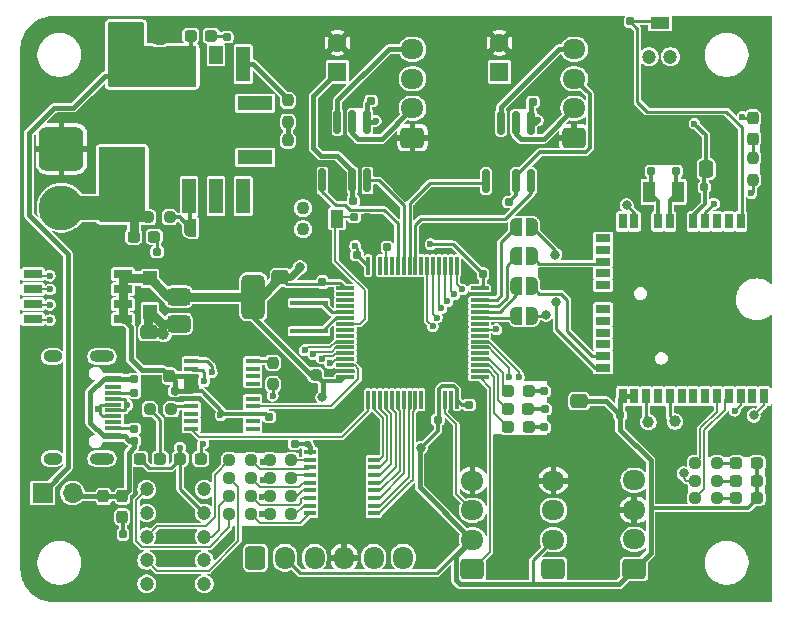
<source format=gbr>
%TF.GenerationSoftware,KiCad,Pcbnew,9.0.0*%
%TF.CreationDate,2025-04-02T22:54:00+09:00*%
%TF.ProjectId,GN10Mainboard,474e3130-4d61-4696-9e62-6f6172642e6b,rev?*%
%TF.SameCoordinates,Original*%
%TF.FileFunction,Copper,L1,Top*%
%TF.FilePolarity,Positive*%
%FSLAX46Y46*%
G04 Gerber Fmt 4.6, Leading zero omitted, Abs format (unit mm)*
G04 Created by KiCad (PCBNEW 9.0.0) date 2025-04-02 22:54:00*
%MOMM*%
%LPD*%
G01*
G04 APERTURE LIST*
G04 Aperture macros list*
%AMRoundRect*
0 Rectangle with rounded corners*
0 $1 Rounding radius*
0 $2 $3 $4 $5 $6 $7 $8 $9 X,Y pos of 4 corners*
0 Add a 4 corners polygon primitive as box body*
4,1,4,$2,$3,$4,$5,$6,$7,$8,$9,$2,$3,0*
0 Add four circle primitives for the rounded corners*
1,1,$1+$1,$2,$3*
1,1,$1+$1,$4,$5*
1,1,$1+$1,$6,$7*
1,1,$1+$1,$8,$9*
0 Add four rect primitives between the rounded corners*
20,1,$1+$1,$2,$3,$4,$5,0*
20,1,$1+$1,$4,$5,$6,$7,0*
20,1,$1+$1,$6,$7,$8,$9,0*
20,1,$1+$1,$8,$9,$2,$3,0*%
%AMFreePoly0*
4,1,23,0.500000,-0.750000,0.000000,-0.750000,0.000000,-0.745722,-0.065263,-0.745722,-0.191342,-0.711940,-0.304381,-0.646677,-0.396677,-0.554381,-0.461940,-0.441342,-0.495722,-0.315263,-0.495722,-0.250000,-0.500000,-0.250000,-0.500000,0.250000,-0.495722,0.250000,-0.495722,0.315263,-0.461940,0.441342,-0.396677,0.554381,-0.304381,0.646677,-0.191342,0.711940,-0.065263,0.745722,0.000000,0.745722,
0.000000,0.750000,0.500000,0.750000,0.500000,-0.750000,0.500000,-0.750000,$1*%
%AMFreePoly1*
4,1,23,0.000000,0.745722,0.065263,0.745722,0.191342,0.711940,0.304381,0.646677,0.396677,0.554381,0.461940,0.441342,0.495722,0.315263,0.495722,0.250000,0.500000,0.250000,0.500000,-0.250000,0.495722,-0.250000,0.495722,-0.315263,0.461940,-0.441342,0.396677,-0.554381,0.304381,-0.646677,0.191342,-0.711940,0.065263,-0.745722,0.000000,-0.745722,0.000000,-0.750000,-0.500000,-0.750000,
-0.500000,0.750000,0.000000,0.750000,0.000000,0.745722,0.000000,0.745722,$1*%
G04 Aperture macros list end*
%TA.AperFunction,SMDPad,CuDef*%
%ADD10RoundRect,0.237500X-0.250000X-0.237500X0.250000X-0.237500X0.250000X0.237500X-0.250000X0.237500X0*%
%TD*%
%TA.AperFunction,SMDPad,CuDef*%
%ADD11RoundRect,0.237500X-0.287500X-0.237500X0.287500X-0.237500X0.287500X0.237500X-0.287500X0.237500X0*%
%TD*%
%TA.AperFunction,SMDPad,CuDef*%
%ADD12RoundRect,0.237500X0.250000X0.237500X-0.250000X0.237500X-0.250000X-0.237500X0.250000X-0.237500X0*%
%TD*%
%TA.AperFunction,ComponentPad*%
%ADD13RoundRect,0.250000X0.725000X-0.600000X0.725000X0.600000X-0.725000X0.600000X-0.725000X-0.600000X0*%
%TD*%
%TA.AperFunction,ComponentPad*%
%ADD14O,1.950000X1.700000*%
%TD*%
%TA.AperFunction,SMDPad,CuDef*%
%ADD15RoundRect,0.155000X-0.212500X-0.155000X0.212500X-0.155000X0.212500X0.155000X-0.212500X0.155000X0*%
%TD*%
%TA.AperFunction,SMDPad,CuDef*%
%ADD16RoundRect,0.155000X0.212500X0.155000X-0.212500X0.155000X-0.212500X-0.155000X0.212500X-0.155000X0*%
%TD*%
%TA.AperFunction,ComponentPad*%
%ADD17R,1.600000X1.600000*%
%TD*%
%TA.AperFunction,ComponentPad*%
%ADD18C,1.600000*%
%TD*%
%TA.AperFunction,ComponentPad*%
%ADD19C,1.200000*%
%TD*%
%TA.AperFunction,SMDPad,CuDef*%
%ADD20R,1.600000X1.050000*%
%TD*%
%TA.AperFunction,SMDPad,CuDef*%
%ADD21RoundRect,0.237500X0.287500X0.237500X-0.287500X0.237500X-0.287500X-0.237500X0.287500X-0.237500X0*%
%TD*%
%TA.AperFunction,SMDPad,CuDef*%
%ADD22R,0.700000X1.300000*%
%TD*%
%TA.AperFunction,SMDPad,CuDef*%
%ADD23R,1.300000X0.700000*%
%TD*%
%TA.AperFunction,SMDPad,CuDef*%
%ADD24R,0.900000X0.900000*%
%TD*%
%TA.AperFunction,SMDPad,CuDef*%
%ADD25RoundRect,0.150000X0.150000X-0.825000X0.150000X0.825000X-0.150000X0.825000X-0.150000X-0.825000X0*%
%TD*%
%TA.AperFunction,SMDPad,CuDef*%
%ADD26RoundRect,0.160000X-0.160000X0.197500X-0.160000X-0.197500X0.160000X-0.197500X0.160000X0.197500X0*%
%TD*%
%TA.AperFunction,SMDPad,CuDef*%
%ADD27RoundRect,0.237500X-0.237500X0.300000X-0.237500X-0.300000X0.237500X-0.300000X0.237500X0.300000X0*%
%TD*%
%TA.AperFunction,SMDPad,CuDef*%
%ADD28RoundRect,0.237500X0.237500X-0.287500X0.237500X0.287500X-0.237500X0.287500X-0.237500X-0.287500X0*%
%TD*%
%TA.AperFunction,SMDPad,CuDef*%
%ADD29FreePoly0,0.000000*%
%TD*%
%TA.AperFunction,SMDPad,CuDef*%
%ADD30FreePoly1,0.000000*%
%TD*%
%TA.AperFunction,SMDPad,CuDef*%
%ADD31RoundRect,0.250000X0.475000X-0.337500X0.475000X0.337500X-0.475000X0.337500X-0.475000X-0.337500X0*%
%TD*%
%TA.AperFunction,SMDPad,CuDef*%
%ADD32RoundRect,0.160000X-0.197500X-0.160000X0.197500X-0.160000X0.197500X0.160000X-0.197500X0.160000X0*%
%TD*%
%TA.AperFunction,ComponentPad*%
%ADD33R,1.700000X1.700000*%
%TD*%
%TA.AperFunction,ComponentPad*%
%ADD34O,1.700000X1.700000*%
%TD*%
%TA.AperFunction,SMDPad,CuDef*%
%ADD35RoundRect,0.155000X0.155000X-0.212500X0.155000X0.212500X-0.155000X0.212500X-0.155000X-0.212500X0*%
%TD*%
%TA.AperFunction,SMDPad,CuDef*%
%ADD36RoundRect,0.250000X-0.475000X0.337500X-0.475000X-0.337500X0.475000X-0.337500X0.475000X0.337500X0*%
%TD*%
%TA.AperFunction,SMDPad,CuDef*%
%ADD37R,1.450000X0.600000*%
%TD*%
%TA.AperFunction,SMDPad,CuDef*%
%ADD38R,1.450000X0.300000*%
%TD*%
%TA.AperFunction,ComponentPad*%
%ADD39O,2.100000X1.000000*%
%TD*%
%TA.AperFunction,ComponentPad*%
%ADD40O,1.600000X1.000000*%
%TD*%
%TA.AperFunction,SMDPad,CuDef*%
%ADD41FreePoly0,180.000000*%
%TD*%
%TA.AperFunction,SMDPad,CuDef*%
%ADD42FreePoly1,180.000000*%
%TD*%
%TA.AperFunction,SMDPad,CuDef*%
%ADD43R,1.200000X1.200000*%
%TD*%
%TA.AperFunction,SMDPad,CuDef*%
%ADD44C,1.000000*%
%TD*%
%TA.AperFunction,ComponentPad*%
%ADD45C,1.100000*%
%TD*%
%TA.AperFunction,SMDPad,CuDef*%
%ADD46R,1.050000X1.600000*%
%TD*%
%TA.AperFunction,SMDPad,CuDef*%
%ADD47RoundRect,0.250000X-0.337500X-0.475000X0.337500X-0.475000X0.337500X0.475000X-0.337500X0.475000X0*%
%TD*%
%TA.AperFunction,SMDPad,CuDef*%
%ADD48R,1.000000X1.800000*%
%TD*%
%TA.AperFunction,SMDPad,CuDef*%
%ADD49RoundRect,0.160000X0.160000X-0.197500X0.160000X0.197500X-0.160000X0.197500X-0.160000X-0.197500X0*%
%TD*%
%TA.AperFunction,SMDPad,CuDef*%
%ADD50RoundRect,0.237500X-0.237500X0.250000X-0.237500X-0.250000X0.237500X-0.250000X0.237500X0.250000X0*%
%TD*%
%TA.AperFunction,SMDPad,CuDef*%
%ADD51R,3.200000X0.400000*%
%TD*%
%TA.AperFunction,SMDPad,CuDef*%
%ADD52RoundRect,0.237500X0.237500X-0.300000X0.237500X0.300000X-0.237500X0.300000X-0.237500X-0.300000X0*%
%TD*%
%TA.AperFunction,SMDPad,CuDef*%
%ADD53RoundRect,0.160000X0.197500X0.160000X-0.197500X0.160000X-0.197500X-0.160000X0.197500X-0.160000X0*%
%TD*%
%TA.AperFunction,SMDPad,CuDef*%
%ADD54RoundRect,0.375000X-0.625000X-0.375000X0.625000X-0.375000X0.625000X0.375000X-0.625000X0.375000X0*%
%TD*%
%TA.AperFunction,SMDPad,CuDef*%
%ADD55RoundRect,0.500000X-0.500000X-1.400000X0.500000X-1.400000X0.500000X1.400000X-0.500000X1.400000X0*%
%TD*%
%TA.AperFunction,SMDPad,CuDef*%
%ADD56R,1.000000X0.400000*%
%TD*%
%TA.AperFunction,ComponentPad*%
%ADD57RoundRect,0.760000X-1.140000X1.140000X-1.140000X-1.140000X1.140000X-1.140000X1.140000X1.140000X0*%
%TD*%
%TA.AperFunction,ComponentPad*%
%ADD58C,3.800000*%
%TD*%
%TA.AperFunction,SMDPad,CuDef*%
%ADD59RoundRect,0.237500X0.237500X-0.250000X0.237500X0.250000X-0.237500X0.250000X-0.237500X-0.250000X0*%
%TD*%
%TA.AperFunction,SMDPad,CuDef*%
%ADD60R,1.200000X3.000000*%
%TD*%
%TA.AperFunction,SMDPad,CuDef*%
%ADD61R,1.770000X4.070000*%
%TD*%
%TA.AperFunction,SMDPad,CuDef*%
%ADD62R,3.000000X1.200000*%
%TD*%
%TA.AperFunction,SMDPad,CuDef*%
%ADD63R,4.070000X1.770000*%
%TD*%
%TA.AperFunction,SMDPad,CuDef*%
%ADD64R,1.200000X1.500000*%
%TD*%
%TA.AperFunction,SMDPad,CuDef*%
%ADD65R,1.200000X0.400000*%
%TD*%
%TA.AperFunction,SMDPad,CuDef*%
%ADD66R,1.600000X0.760000*%
%TD*%
%TA.AperFunction,ComponentPad*%
%ADD67RoundRect,0.250000X-0.600000X-0.725000X0.600000X-0.725000X0.600000X0.725000X-0.600000X0.725000X0*%
%TD*%
%TA.AperFunction,ComponentPad*%
%ADD68O,1.700000X1.950000*%
%TD*%
%TA.AperFunction,SMDPad,CuDef*%
%ADD69RoundRect,0.155000X-0.155000X0.212500X-0.155000X-0.212500X0.155000X-0.212500X0.155000X0.212500X0*%
%TD*%
%TA.AperFunction,SMDPad,CuDef*%
%ADD70RoundRect,0.075000X-0.700000X-0.075000X0.700000X-0.075000X0.700000X0.075000X-0.700000X0.075000X0*%
%TD*%
%TA.AperFunction,SMDPad,CuDef*%
%ADD71RoundRect,0.075000X-0.075000X-0.700000X0.075000X-0.700000X0.075000X0.700000X-0.075000X0.700000X0*%
%TD*%
%TA.AperFunction,ViaPad*%
%ADD72C,0.600000*%
%TD*%
%TA.AperFunction,ViaPad*%
%ADD73C,0.800000*%
%TD*%
%TA.AperFunction,ViaPad*%
%ADD74C,1.200000*%
%TD*%
%TA.AperFunction,ViaPad*%
%ADD75C,1.000000*%
%TD*%
%TA.AperFunction,Conductor*%
%ADD76C,0.400000*%
%TD*%
%TA.AperFunction,Conductor*%
%ADD77C,0.300000*%
%TD*%
%TA.AperFunction,Conductor*%
%ADD78C,0.152400*%
%TD*%
%TA.AperFunction,Conductor*%
%ADD79C,2.000000*%
%TD*%
%TA.AperFunction,Conductor*%
%ADD80C,0.800000*%
%TD*%
%TA.AperFunction,Conductor*%
%ADD81C,0.250000*%
%TD*%
%TA.AperFunction,Conductor*%
%ADD82C,0.600000*%
%TD*%
G04 APERTURE END LIST*
D10*
%TO.P,R25,1*%
%TO.N,Net-(D12-K)*%
X141152500Y-133490000D03*
%TO.P,R25,2*%
%TO.N,Net-(U7-CBUS1)*%
X142977500Y-133490000D03*
%TD*%
D11*
%TO.P,D9,1,K*%
%TO.N,Net-(D9-K)*%
X190821600Y-141008400D03*
%TO.P,D9,2,A*%
%TO.N,+3.3V*%
X192571600Y-141008400D03*
%TD*%
D12*
%TO.P,R13,1*%
%TO.N,Net-(U4-O4)*%
X153137500Y-140856000D03*
%TO.P,R13,2*%
%TO.N,LED_D_DRV*%
X151312500Y-140856000D03*
%TD*%
D13*
%TO.P,J8,1,Pin_1*%
%TO.N,+3.3V*%
X182180000Y-147019000D03*
D14*
%TO.P,J8,2,Pin_2*%
%TO.N,SYS_SWCLK*%
X182180000Y-144519000D03*
%TO.P,J8,3,Pin_3*%
%TO.N,GND*%
X182180000Y-142019000D03*
%TO.P,J8,4,Pin_4*%
%TO.N,SYS_SWDIO*%
X182180000Y-139519000D03*
%TD*%
D15*
%TO.P,C21,1*%
%TO.N,VBUS*%
X139846500Y-136157000D03*
%TO.P,C21,2*%
%TO.N,GND*%
X140981500Y-136157000D03*
%TD*%
D10*
%TO.P,R1,1*%
%TO.N,+BATT*%
X141025500Y-117234000D03*
%TO.P,R1,2*%
%TO.N,Net-(JP1-B)*%
X142850500Y-117234000D03*
%TD*%
D16*
%TO.P,C31,1*%
%TO.N,+5V*%
X171588500Y-115964000D03*
%TO.P,C31,2*%
%TO.N,GND*%
X170453500Y-115964000D03*
%TD*%
D17*
%TO.P,C29,1*%
%TO.N,+5V*%
X157051000Y-104954380D03*
D18*
%TO.P,C29,2*%
%TO.N,GND*%
X157051000Y-102454380D03*
%TD*%
D15*
%TO.P,C25,1*%
%TO.N,+3.3V*%
X151276500Y-134125000D03*
%TO.P,C25,2*%
%TO.N,GND*%
X152411500Y-134125000D03*
%TD*%
D19*
%TO.P,SW3,*%
%TO.N,*%
X185245000Y-103645000D03*
X183445000Y-103645000D03*
D20*
%TO.P,SW3,1,1*%
%TO.N,BLE_RESET*%
X184345000Y-100770000D03*
%TO.P,SW3,2,2*%
%TO.N,GND*%
X184345000Y-106520000D03*
%TD*%
D16*
%TO.P,C30,1*%
%TO.N,+3.3V*%
X173620500Y-107455000D03*
%TO.P,C30,2*%
%TO.N,GND*%
X172485500Y-107455000D03*
%TD*%
D21*
%TO.P,D12,1,K*%
%TO.N,Net-(D12-K)*%
X142051000Y-137681000D03*
%TO.P,D12,2,A*%
%TO.N,+3.3V*%
X140301000Y-137681000D03*
%TD*%
%TO.P,D13,1,K*%
%TO.N,Net-(D13-K)*%
X145480000Y-137681000D03*
%TO.P,D13,2,A*%
%TO.N,+3.3V*%
X143730000Y-137681000D03*
%TD*%
D22*
%TO.P,U6,1,GND*%
%TO.N,GND*%
X193182000Y-117600000D03*
%TO.P,U6,2,GND*%
X192182000Y-117600000D03*
%TO.P,U6,3,NMCLR*%
%TO.N,BLE_RESET*%
X191182000Y-117600000D03*
%TO.P,U6,4,PB0*%
%TO.N,unconnected-(U6-PB0-Pad4)*%
X190182000Y-117600000D03*
%TO.P,U6,5,PB3*%
%TO.N,unconnected-(U6-PB3-Pad5)*%
X189182000Y-117600000D03*
%TO.P,U6,6,PB5*%
%TO.N,BLE_STATUS_LED*%
X188182000Y-117600000D03*
%TO.P,U6,7,VDD_A*%
%TO.N,+3.3V*%
X187182000Y-117600000D03*
%TO.P,U6,8,GND*%
%TO.N,GND*%
X186182000Y-117600000D03*
%TO.P,U6,9,PA11*%
%TO.N,Net-(U6-PA11)*%
X185182000Y-117600000D03*
%TO.P,U6,10,PA12*%
%TO.N,Net-(U6-PA12)*%
X184182000Y-117600000D03*
%TO.P,U6,11,GND*%
%TO.N,GND*%
X183182000Y-117600000D03*
%TO.P,U6,12,PB6*%
%TO.N,BLE_UART_RX*%
X182182000Y-117600000D03*
%TO.P,U6,13,PB7*%
%TO.N,unconnected-(U6-PB7-Pad13)*%
X181182000Y-117600000D03*
D23*
%TO.P,U6,14,PB8*%
%TO.N,unconnected-(U6-PB8-Pad14)*%
X179532000Y-119000000D03*
%TO.P,U6,15,PB9*%
%TO.N,unconnected-(U6-PB9-Pad15)*%
X179532000Y-120000000D03*
%TO.P,U6,16,PA4*%
%TO.N,BLE_UART_RTS*%
X179532000Y-121000000D03*
%TO.P,U6,17,PB10*%
%TO.N,unconnected-(U6-PB10-Pad17)*%
X179532000Y-122000000D03*
%TO.P,U6,18,PB11*%
%TO.N,unconnected-(U6-PB11-Pad18)*%
X179532000Y-123000000D03*
%TO.P,U6,19,GND*%
%TO.N,GND*%
X179532000Y-124000000D03*
%TO.P,U6,20,PA0*%
%TO.N,unconnected-(U6-PA0-Pad20)*%
X179532000Y-125000000D03*
%TO.P,U6,21,PA1*%
%TO.N,unconnected-(U6-PA1-Pad21)*%
X179532000Y-126000000D03*
%TO.P,U6,22,PB12*%
%TO.N,unconnected-(U6-PB12-Pad22)*%
X179532000Y-127000000D03*
%TO.P,U6,23,PB13*%
%TO.N,unconnected-(U6-PB13-Pad23)*%
X179532000Y-128000000D03*
%TO.P,U6,24,PA5*%
%TO.N,BLE_UART_TX*%
X179532000Y-129000000D03*
%TO.P,U6,25,PA6*%
%TO.N,BLE_UART_CTS*%
X179532000Y-130000000D03*
%TO.P,U6,26,GND*%
%TO.N,GND*%
X179532000Y-131000000D03*
D22*
%TO.P,U6,27,VDD*%
%TO.N,+3.3V*%
X181182000Y-132400000D03*
%TO.P,U6,28,VDD*%
X182182000Y-132400000D03*
%TO.P,U6,29,PA8*%
%TO.N,BLE_DEBUG_UART_RX*%
X183182000Y-132400000D03*
%TO.P,U6,30,PA9*%
%TO.N,unconnected-(U6-PA9-Pad30)*%
X184182000Y-132400000D03*
%TO.P,U6,31,PA7*%
%TO.N,BLE_DEBUG_UART_TX*%
X185182000Y-132400000D03*
%TO.P,U6,32,PA10*%
%TO.N,unconnected-(U6-PA10-Pad32)*%
X186182000Y-132400000D03*
%TO.P,U6,33,PA13*%
%TO.N,unconnected-(U6-PA13-Pad33)*%
X187182000Y-132400000D03*
%TO.P,U6,34,PA14*%
%TO.N,unconnected-(U6-PA14-Pad34)*%
X188182000Y-132400000D03*
%TO.P,U6,35,PA2*%
%TO.N,BLE_UART_TX_LED*%
X189182000Y-132400000D03*
%TO.P,U6,36,PA3*%
%TO.N,BLE_EVENT_LED*%
X190182000Y-132400000D03*
%TO.P,U6,37,PB2*%
%TO.N,BLE_UART_MODE*%
X191182000Y-132400000D03*
%TO.P,U6,38,PB1*%
%TO.N,unconnected-(U6-PB1-Pad38)*%
X192182000Y-132400000D03*
%TO.P,U6,39,PB4*%
%TO.N,BLE_UART_RX_LED*%
X193182000Y-132400000D03*
D24*
%TO.P,U6,40,TPAD_GND*%
%TO.N,GND*%
X187382000Y-123120000D03*
X186182000Y-123120000D03*
X184982000Y-123120000D03*
X187382000Y-124320000D03*
X186182000Y-124320000D03*
X184982000Y-124320000D03*
X187382000Y-125520000D03*
X186182000Y-125520000D03*
X184982000Y-125520000D03*
%TD*%
D12*
%TO.P,C11,1*%
%TO.N,+3.3V*%
X155193000Y-130569000D03*
%TO.P,C11,2*%
%TO.N,GND*%
X153368000Y-130569000D03*
%TD*%
D25*
%TO.P,U8,1,TXD*%
%TO.N,CAN2_TX*%
X155781000Y-114121000D03*
%TO.P,U8,2,VSS*%
%TO.N,GND*%
X157051000Y-114121000D03*
%TO.P,U8,3,VDD*%
%TO.N,+5V*%
X158321000Y-114121000D03*
%TO.P,U8,4,RXD*%
%TO.N,CAN2_RX*%
X159591000Y-114121000D03*
%TO.P,U8,5,Vio*%
%TO.N,+3.3V*%
X159591000Y-109171000D03*
%TO.P,U8,6,CANL*%
%TO.N,CAN1_L*%
X158321000Y-109171000D03*
%TO.P,U8,7,CANH*%
%TO.N,CAN1_H*%
X157051000Y-109171000D03*
%TO.P,U8,8,STBY*%
%TO.N,GND*%
X155781000Y-109171000D03*
%TD*%
D11*
%TO.P,D11,1,K*%
%TO.N,Net-(D11-K)*%
X190823500Y-139535200D03*
%TO.P,D11,2,A*%
%TO.N,+3.3V*%
X192573500Y-139535200D03*
%TD*%
D26*
%TO.P,R5,1*%
%TO.N,Net-(D3-K)*%
X138890000Y-144068500D03*
%TO.P,R5,2*%
%TO.N,GND*%
X138890000Y-145263500D03*
%TD*%
D13*
%TO.P,J5,1,Pin_1*%
%TO.N,GND*%
X177100000Y-110510000D03*
D14*
%TO.P,J5,2,Pin_2*%
%TO.N,CAN2_L*%
X177100000Y-108010000D03*
%TO.P,J5,3,Pin_3*%
%TO.N,+5V*%
X177100000Y-105510000D03*
%TO.P,J5,4,Pin_4*%
%TO.N,CAN2_H*%
X177100000Y-103010000D03*
%TD*%
D27*
%TO.P,C22,1*%
%TO.N,VBUS*%
X137239000Y-140882500D03*
%TO.P,C22,2*%
%TO.N,GND*%
X137239000Y-142607500D03*
%TD*%
D28*
%TO.P,D3,1,K*%
%TO.N,Net-(D3-K)*%
X138839200Y-142606000D03*
%TO.P,D3,2,A*%
%TO.N,VBUS*%
X138839200Y-140856000D03*
%TD*%
D29*
%TO.P,JP4,1,A*%
%TO.N,USART1_TX*%
X172199800Y-125590600D03*
D30*
%TO.P,JP4,2,B*%
%TO.N,BLE_UART_RX*%
X173499800Y-125590600D03*
%TD*%
D16*
%TO.P,C18,1*%
%TO.N,+3.3V*%
X180986500Y-133998000D03*
%TO.P,C18,2*%
%TO.N,GND*%
X179851500Y-133998000D03*
%TD*%
D31*
%TO.P,C4,1*%
%TO.N,+3.3V*%
X152225000Y-122335500D03*
%TO.P,C4,2*%
%TO.N,GND*%
X152225000Y-120260500D03*
%TD*%
D32*
%TO.P,R23,1*%
%TO.N,Net-(J3-CC1)*%
X139854000Y-132093000D03*
%TO.P,R23,2*%
%TO.N,GND*%
X141049000Y-132093000D03*
%TD*%
D33*
%TO.P,J2,1,Pin_1*%
%TO.N,+5V*%
X132075000Y-140589000D03*
D34*
%TO.P,J2,2,Pin_2*%
%TO.N,VBUS*%
X134615000Y-140589000D03*
%TD*%
D16*
%TO.P,C10,1*%
%TO.N,+3.3V*%
X165552000Y-134379000D03*
%TO.P,C10,2*%
%TO.N,GND*%
X164417000Y-134379000D03*
%TD*%
D35*
%TO.P,C6,1*%
%TO.N,+3.3V*%
X155781000Y-122720400D03*
%TO.P,C6,2*%
%TO.N,GND*%
X155781000Y-121585400D03*
%TD*%
D36*
%TO.P,C3,1*%
%TO.N,+5V*%
X141099800Y-126966100D03*
%TO.P,C3,2*%
%TO.N,GND*%
X141099800Y-129041100D03*
%TD*%
D11*
%TO.P,D10,1,K*%
%TO.N,Net-(D10-K)*%
X190823500Y-138062000D03*
%TO.P,D10,2,A*%
%TO.N,+3.3V*%
X192573500Y-138062000D03*
%TD*%
D37*
%TO.P,J3,A1,GND*%
%TO.N,GND*%
X138030000Y-130100000D03*
%TO.P,J3,A4,VBUS*%
%TO.N,VBUS*%
X138030000Y-130900000D03*
D38*
%TO.P,J3,A5,CC1*%
%TO.N,Net-(J3-CC1)*%
X138030000Y-132100000D03*
%TO.P,J3,A6,D+*%
%TO.N,Net-(U7-USBDP)*%
X138030000Y-133100000D03*
%TO.P,J3,A7,D-*%
%TO.N,Net-(U7-USBDM)*%
X138030000Y-133600000D03*
%TO.P,J3,A8,SBU1*%
%TO.N,unconnected-(J3-SBU1-PadA8)*%
X138030000Y-134600000D03*
D37*
%TO.P,J3,A9,VBUS*%
%TO.N,VBUS*%
X138030000Y-135800000D03*
%TO.P,J3,A12,GND*%
%TO.N,GND*%
X138030000Y-136600000D03*
%TO.P,J3,B1,GND*%
X138030000Y-136600000D03*
%TO.P,J3,B4,VBUS*%
%TO.N,VBUS*%
X138030000Y-135800000D03*
D38*
%TO.P,J3,B5,CC2*%
%TO.N,Net-(J3-CC2)*%
X138030000Y-135100000D03*
%TO.P,J3,B6,D+*%
%TO.N,Net-(U7-USBDP)*%
X138030000Y-134100000D03*
%TO.P,J3,B7,D-*%
%TO.N,Net-(U7-USBDM)*%
X138030000Y-132600000D03*
%TO.P,J3,B8,SBU2*%
%TO.N,unconnected-(J3-SBU2-PadB8)*%
X138030000Y-131600000D03*
D37*
%TO.P,J3,B9,VBUS*%
%TO.N,VBUS*%
X138030000Y-130900000D03*
%TO.P,J3,B12,GND*%
%TO.N,GND*%
X138030000Y-130100000D03*
D39*
%TO.P,J3,S1,SHIELD*%
%TO.N,unconnected-(J3-SHIELD-PadS1)_3*%
X137115000Y-129030000D03*
D40*
%TO.N,unconnected-(J3-SHIELD-PadS1)_1*%
X132935000Y-129030000D03*
D39*
%TO.N,unconnected-(J3-SHIELD-PadS1)_2*%
X137115000Y-137670000D03*
D40*
%TO.N,unconnected-(J3-SHIELD-PadS1)*%
X132935000Y-137670000D03*
%TD*%
D35*
%TO.P,C17,1*%
%TO.N,Net-(U6-PA12)*%
X183594000Y-113356500D03*
%TO.P,C17,2*%
%TO.N,GND*%
X183594000Y-112221500D03*
%TD*%
D16*
%TO.P,C23,1*%
%TO.N,+3.3V*%
X143267500Y-131966000D03*
%TO.P,C23,2*%
%TO.N,GND*%
X142132500Y-131966000D03*
%TD*%
D41*
%TO.P,JP5,1,A*%
%TO.N,BLE_UART_TX*%
X173499800Y-123076000D03*
D42*
%TO.P,JP5,2,B*%
%TO.N,USART1_RX*%
X172199800Y-123076000D03*
%TD*%
D36*
%TO.P,C1,1*%
%TO.N,+BATT*%
X137874000Y-116958500D03*
%TO.P,C1,2*%
%TO.N,GND*%
X137874000Y-119033500D03*
%TD*%
D16*
%TO.P,C12,1*%
%TO.N,+3.3V*%
X153427500Y-136411000D03*
%TO.P,C12,2*%
%TO.N,GND*%
X152292500Y-136411000D03*
%TD*%
D43*
%TO.P,D1,1,K*%
%TO.N,+5V*%
X141176000Y-125225000D03*
%TO.P,D1,2,A*%
%TO.N,+3.3V*%
X141176000Y-122425000D03*
%TD*%
D12*
%TO.P,R11,1*%
%TO.N,Net-(U4-O2)*%
X153137500Y-142380000D03*
%TO.P,R11,2*%
%TO.N,LED_B_DRV*%
X151312500Y-142380000D03*
%TD*%
D17*
%TO.P,C32,1*%
%TO.N,+5V*%
X170767000Y-104954380D03*
D18*
%TO.P,C32,2*%
%TO.N,GND*%
X170767000Y-102454380D03*
%TD*%
D13*
%TO.P,J4,1,Pin_1*%
%TO.N,GND*%
X163401000Y-110510000D03*
D14*
%TO.P,J4,2,Pin_2*%
%TO.N,CAN1_L*%
X163401000Y-108010000D03*
%TO.P,J4,3,Pin_3*%
%TO.N,+5V*%
X163401000Y-105510000D03*
%TO.P,J4,4,Pin_4*%
%TO.N,CAN1_H*%
X163401000Y-103010000D03*
%TD*%
D44*
%TO.P,TP2,1,1*%
%TO.N,BLE_DEBUG_UART_RX*%
X183365400Y-134582200D03*
%TD*%
D15*
%TO.P,C20,1*%
%TO.N,VBUS*%
X139846500Y-130899200D03*
%TO.P,C20,2*%
%TO.N,GND*%
X140981500Y-130899200D03*
%TD*%
D12*
%TO.P,R22,1*%
%TO.N,Net-(D11-K)*%
X189180100Y-139535200D03*
%TO.P,R22,2*%
%TO.N,BLE_UART_RX_LED*%
X187355100Y-139535200D03*
%TD*%
D45*
%TO.P,SW1,*%
%TO.N,*%
X154130000Y-118261000D03*
X154130000Y-116461000D03*
D46*
%TO.P,SW1,1,1*%
%TO.N,STM32_RESET*%
X157005000Y-117361000D03*
%TO.P,SW1,2,2*%
%TO.N,GND*%
X151255000Y-117361000D03*
%TD*%
D41*
%TO.P,JP3,1,A*%
%TO.N,BLE_UART_RTS*%
X173497000Y-120563000D03*
D42*
%TO.P,JP3,2,B*%
%TO.N,USART1_CTS*%
X172197000Y-120563000D03*
%TD*%
D12*
%TO.P,R12,1*%
%TO.N,Net-(U4-O3)*%
X149708500Y-140856000D03*
%TO.P,R12,2*%
%TO.N,LED_C_DRV*%
X147883500Y-140856000D03*
%TD*%
D35*
%TO.P,C15,1*%
%TO.N,Net-(U6-PA11)*%
X185753000Y-113356500D03*
%TO.P,C15,2*%
%TO.N,GND*%
X185753000Y-112221500D03*
%TD*%
D21*
%TO.P,D5,1,K*%
%TO.N,Net-(D5-K)*%
X173232000Y-135014000D03*
%TO.P,D5,2,A*%
%TO.N,LED_RED*%
X171482000Y-135014000D03*
%TD*%
D47*
%TO.P,C2,1*%
%TO.N,+5V*%
X139906000Y-101867000D03*
%TO.P,C2,2*%
%TO.N,GND*%
X141981000Y-101867000D03*
%TD*%
D15*
%TO.P,C9,1*%
%TO.N,+3.3V*%
X168192900Y-133109000D03*
%TO.P,C9,2*%
%TO.N,GND*%
X169327900Y-133109000D03*
%TD*%
D12*
%TO.P,R10,1*%
%TO.N,Net-(U4-O1)*%
X149708500Y-142380000D03*
%TO.P,R10,2*%
%TO.N,LED_A_DRV*%
X147883500Y-142380000D03*
%TD*%
D21*
%TO.P,D7,1,K*%
%TO.N,Net-(D7-K)*%
X173232000Y-131966000D03*
%TO.P,D7,2,A*%
%TO.N,LED_BLUE*%
X171482000Y-131966000D03*
%TD*%
D16*
%TO.P,C7,1*%
%TO.N,+3.3V*%
X158702000Y-120409000D03*
%TO.P,C7,2*%
%TO.N,GND*%
X157567000Y-120409000D03*
%TD*%
D15*
%TO.P,C28,1*%
%TO.N,+5V*%
X158388500Y-115837000D03*
%TO.P,C28,2*%
%TO.N,GND*%
X159523500Y-115837000D03*
%TD*%
D41*
%TO.P,JP1,1,A*%
%TO.N,GND*%
X145890000Y-118123000D03*
D42*
%TO.P,JP1,2,B*%
%TO.N,Net-(JP1-B)*%
X144590000Y-118123000D03*
%TD*%
D25*
%TO.P,U9,1,TXD*%
%TO.N,CAN3_TX*%
X169624000Y-114183000D03*
%TO.P,U9,2,VSS*%
%TO.N,GND*%
X170894000Y-114183000D03*
%TO.P,U9,3,VDD*%
%TO.N,+5V*%
X172164000Y-114183000D03*
%TO.P,U9,4,RXD*%
%TO.N,CAN3_RX*%
X173434000Y-114183000D03*
%TO.P,U9,5,Vio*%
%TO.N,+3.3V*%
X173434000Y-109233000D03*
%TO.P,U9,6,CANL*%
%TO.N,CAN2_L*%
X172164000Y-109233000D03*
%TO.P,U9,7,CANH*%
%TO.N,CAN2_H*%
X170894000Y-109233000D03*
%TO.P,U9,8,STBY*%
%TO.N,GND*%
X169624000Y-109233000D03*
%TD*%
D19*
%TO.P,U5,1,A*%
%TO.N,LED_A_DRV*%
X140895000Y-140285000D03*
%TO.P,U5,2,F*%
%TO.N,LED_F_DRV*%
X140895000Y-142285000D03*
%TO.P,U5,3,G*%
%TO.N,LED_G_DRV*%
X140895000Y-144285000D03*
%TO.P,U5,4,E*%
%TO.N,LED_E_DRV*%
X140895000Y-146285000D03*
%TO.P,U5,5,D*%
%TO.N,LED_D_DRV*%
X140895000Y-148285000D03*
%TO.P,U5,6,DP_Cathode*%
%TO.N,LED_DP_DRV*%
X145775000Y-148285000D03*
%TO.P,U5,7,DP_Anode*%
%TO.N,+3.3V*%
X145775000Y-146285000D03*
%TO.P,U5,8,C*%
%TO.N,LED_C_DRV*%
X145775000Y-144285000D03*
%TO.P,U5,9,COM_Anode*%
%TO.N,+3.3V*%
X145775000Y-142285000D03*
%TO.P,U5,10,B*%
%TO.N,LED_B_DRV*%
X145775000Y-140285000D03*
%TD*%
D28*
%TO.P,D8,1,K*%
%TO.N,Net-(D8-K)*%
X192230000Y-110578500D03*
%TO.P,D8,2,A*%
%TO.N,+3.3V*%
X192230000Y-108828500D03*
%TD*%
D12*
%TO.P,R17,1*%
%TO.N,Net-(U4-O8)*%
X153137500Y-137808000D03*
%TO.P,R17,2*%
%TO.N,LED_DP_DRV*%
X151312500Y-137808000D03*
%TD*%
D15*
%TO.P,C5,1*%
%TO.N,STM32_RESET*%
X158448000Y-117234000D03*
%TO.P,C5,2*%
%TO.N,GND*%
X159583000Y-117234000D03*
%TD*%
D32*
%TO.P,R9,1*%
%TO.N,Net-(D6-K)*%
X174629000Y-133490000D03*
%TO.P,R9,2*%
%TO.N,GND*%
X175824000Y-133490000D03*
%TD*%
D12*
%TO.P,R14,1*%
%TO.N,Net-(U4-O5)*%
X149708500Y-139332000D03*
%TO.P,R14,2*%
%TO.N,LED_E_DRV*%
X147883500Y-139332000D03*
%TD*%
D48*
%TO.P,Y2,1,1*%
%TO.N,Net-(U6-PA11)*%
X185908000Y-115075000D03*
%TO.P,Y2,2,2*%
%TO.N,Net-(U6-PA12)*%
X183408000Y-115075000D03*
%TD*%
D49*
%TO.P,R7,1*%
%TO.N,Net-(U3-PB8)*%
X161242000Y-119774000D03*
%TO.P,R7,2*%
%TO.N,GND*%
X161242000Y-118579000D03*
%TD*%
D12*
%TO.P,R16,1*%
%TO.N,Net-(U4-O7)*%
X149708500Y-137808000D03*
%TO.P,R16,2*%
%TO.N,LED_G_DRV*%
X147883500Y-137808000D03*
%TD*%
%TO.P,R20,1*%
%TO.N,Net-(D9-K)*%
X189180100Y-141008400D03*
%TO.P,R20,2*%
%TO.N,BLE_EVENT_LED*%
X187355100Y-141008400D03*
%TD*%
D32*
%TO.P,R8,1*%
%TO.N,Net-(D5-K)*%
X174577000Y-135014000D03*
%TO.P,R8,2*%
%TO.N,GND*%
X175772000Y-135014000D03*
%TD*%
D50*
%TO.P,R2,1*%
%TO.N,Net-(U1-Trim)*%
X152860000Y-107351500D03*
%TO.P,R2,2*%
%TO.N,Net-(R2-Pad2)*%
X152860000Y-109176500D03*
%TD*%
D51*
%TO.P,Y1,1,1*%
%TO.N,Net-(U3-PF0)*%
X154638000Y-124486000D03*
%TO.P,Y1,2,2*%
%TO.N,GND*%
X154638000Y-125686000D03*
%TO.P,Y1,3,3*%
%TO.N,Net-(U3-PF1)*%
X154638000Y-126886000D03*
%TD*%
D52*
%TO.P,C26,1*%
%TO.N,+3.3V*%
X142827000Y-130696000D03*
%TO.P,C26,2*%
%TO.N,GND*%
X142827000Y-128971000D03*
%TD*%
D12*
%TO.P,R15,1*%
%TO.N,Net-(U4-O6)*%
X153137500Y-139332000D03*
%TO.P,R15,2*%
%TO.N,LED_F_DRV*%
X151312500Y-139332000D03*
%TD*%
D32*
%TO.P,R6,1*%
%TO.N,Net-(D4-K)*%
X147690500Y-101994000D03*
%TO.P,R6,2*%
%TO.N,GND*%
X148885500Y-101994000D03*
%TD*%
D29*
%TO.P,JP2,1,A*%
%TO.N,USART1_RTS*%
X172197000Y-118063000D03*
D30*
%TO.P,JP2,2,B*%
%TO.N,BLE_UART_CTS*%
X173497000Y-118063000D03*
%TD*%
D53*
%TO.P,R4,1*%
%TO.N,Net-(D2-K)*%
X141773500Y-120155000D03*
%TO.P,R4,2*%
%TO.N,GND*%
X140578500Y-120155000D03*
%TD*%
D44*
%TO.P,TP1,1,1*%
%TO.N,BLE_DEBUG_UART_TX*%
X185626000Y-134531400D03*
%TD*%
D35*
%TO.P,C8,1*%
%TO.N,+3.3V*%
X169370000Y-122060000D03*
%TO.P,C8,2*%
%TO.N,GND*%
X169370000Y-120925000D03*
%TD*%
D54*
%TO.P,U2,1,GND*%
%TO.N,GND*%
X143614000Y-121665000D03*
%TO.P,U2,2,VOUT*%
%TO.N,+3.3V*%
X143614000Y-123965000D03*
D55*
X149914000Y-123965000D03*
D54*
%TO.P,U2,3,VIN*%
%TO.N,+5V*%
X143614000Y-126265000D03*
%TD*%
D50*
%TO.P,R3,1*%
%TO.N,Net-(R2-Pad2)*%
X152860000Y-110733500D03*
%TO.P,R3,2*%
%TO.N,GND*%
X152860000Y-112558500D03*
%TD*%
D56*
%TO.P,U4,1,I1*%
%TO.N,LED_A*%
X160132000Y-142313000D03*
%TO.P,U4,2,I2*%
%TO.N,LED_B*%
X160132000Y-141663000D03*
%TO.P,U4,3,I3*%
%TO.N,LED_C*%
X160132000Y-141013000D03*
%TO.P,U4,4,I4*%
%TO.N,LED_D*%
X160132000Y-140363000D03*
%TO.P,U4,5,I5*%
%TO.N,LED_E*%
X160132000Y-139713000D03*
%TO.P,U4,6,I6*%
%TO.N,LED_F*%
X160132000Y-139063000D03*
%TO.P,U4,7,I7*%
%TO.N,LED_G*%
X160132000Y-138413000D03*
%TO.P,U4,8,I8*%
%TO.N,LED_DP*%
X160132000Y-137763000D03*
%TO.P,U4,9,GND*%
%TO.N,GND*%
X160132000Y-137113000D03*
%TO.P,U4,10,COM*%
%TO.N,+3.3V*%
X154732000Y-137113000D03*
%TO.P,U4,11,O8*%
%TO.N,Net-(U4-O8)*%
X154732000Y-137763000D03*
%TO.P,U4,12,O7*%
%TO.N,Net-(U4-O7)*%
X154732000Y-138413000D03*
%TO.P,U4,13,O6*%
%TO.N,Net-(U4-O6)*%
X154732000Y-139063000D03*
%TO.P,U4,14,O5*%
%TO.N,Net-(U4-O5)*%
X154732000Y-139713000D03*
%TO.P,U4,15,O4*%
%TO.N,Net-(U4-O4)*%
X154732000Y-140363000D03*
%TO.P,U4,16,O3*%
%TO.N,Net-(U4-O3)*%
X154732000Y-141013000D03*
%TO.P,U4,17,O2*%
%TO.N,Net-(U4-O2)*%
X154732000Y-141663000D03*
%TO.P,U4,18,O1*%
%TO.N,Net-(U4-O1)*%
X154732000Y-142313000D03*
%TD*%
D57*
%TO.P,J1,1,Pin_1*%
%TO.N,GND*%
X133683000Y-111432000D03*
D58*
%TO.P,J1,2,Pin_2*%
%TO.N,+BATT*%
X133683000Y-116432000D03*
%TD*%
D21*
%TO.P,D4,1,K*%
%TO.N,Net-(D4-K)*%
X146369000Y-101867000D03*
%TO.P,D4,2,A*%
%TO.N,+5V*%
X144619000Y-101867000D03*
%TD*%
%TO.P,D2,1,K*%
%TO.N,Net-(D2-K)*%
X141543000Y-118885000D03*
%TO.P,D2,2,A*%
%TO.N,+BATT*%
X139793000Y-118885000D03*
%TD*%
D50*
%TO.P,R19,1*%
%TO.N,Net-(D8-K)*%
X192230000Y-112234000D03*
%TO.P,R19,2*%
%TO.N,BLE_STATUS_LED*%
X192230000Y-114059000D03*
%TD*%
D21*
%TO.P,D6,1,K*%
%TO.N,Net-(D6-K)*%
X173218000Y-133490000D03*
%TO.P,D6,2,A*%
%TO.N,LED_GREEN*%
X171468000Y-133490000D03*
%TD*%
D59*
%TO.P,R26,1*%
%TO.N,Net-(D13-K)*%
X151590000Y-131378000D03*
%TO.P,R26,2*%
%TO.N,Net-(U7-CBUS2)*%
X151590000Y-129553000D03*
%TD*%
D15*
%TO.P,C14,1*%
%TO.N,+3.3V*%
X188106500Y-114694000D03*
%TO.P,C14,2*%
%TO.N,GND*%
X189241500Y-114694000D03*
%TD*%
D13*
%TO.P,J6,1,Pin_1*%
%TO.N,USART3_RX*%
X168481000Y-147039000D03*
D14*
%TO.P,J6,2,Pin_2*%
%TO.N,+3.3V*%
X168481000Y-144539000D03*
%TO.P,J6,3,Pin_3*%
%TO.N,USART3_TX*%
X168481000Y-142039000D03*
%TO.P,J6,4,Pin_4*%
%TO.N,GND*%
X168481000Y-139539000D03*
%TD*%
D13*
%TO.P,J7,1,Pin_1*%
%TO.N,I2C4_SCL*%
X175339000Y-147039000D03*
D14*
%TO.P,J7,2,Pin_2*%
%TO.N,+3.3V*%
X175339000Y-144539000D03*
%TO.P,J7,3,Pin_3*%
%TO.N,I2C4_SDA*%
X175339000Y-142039000D03*
%TO.P,J7,4,Pin_4*%
%TO.N,GND*%
X175339000Y-139539000D03*
%TD*%
D60*
%TO.P,U1,1,ON/OFF*%
%TO.N,Net-(JP1-B)*%
X144478000Y-115468000D03*
%TO.P,U1,2,Vin*%
%TO.N,+BATT*%
X139898000Y-115468000D03*
D61*
X139893000Y-113303000D03*
D62*
X138878000Y-112158000D03*
%TO.P,U1,3,GND*%
%TO.N,GND*%
X138878000Y-109868000D03*
D61*
X139893000Y-108723000D03*
D62*
X138878000Y-107578000D03*
D63*
%TO.P,U1,4,Vout*%
%TO.N,+5V*%
X141043000Y-105283000D03*
D60*
X139898000Y-104268000D03*
%TO.P,U1,5,Sense*%
X144478000Y-104268000D03*
%TO.P,U1,6,Trim*%
%TO.N,Net-(U1-Trim)*%
X149058000Y-104268000D03*
D62*
%TO.P,U1,7,GND*%
%TO.N,GND*%
X150078000Y-109868000D03*
%TO.P,U1,8*%
%TO.N,N/C*%
X150078000Y-112158000D03*
D60*
%TO.P,U1,9,SEQUENCE*%
%TO.N,unconnected-(U1-SEQUENCE-Pad9)*%
X149058000Y-115468000D03*
%TO.P,U1,10*%
%TO.N,N/C*%
X146768000Y-115468000D03*
D64*
%TO.P,U1,11*%
X146768000Y-103518000D03*
D62*
%TO.P,U1,12*%
X150078000Y-107578000D03*
%TD*%
D47*
%TO.P,C13,1*%
%TO.N,+3.3V*%
X188271500Y-113170000D03*
%TO.P,C13,2*%
%TO.N,GND*%
X190346500Y-113170000D03*
%TD*%
D36*
%TO.P,C19,1*%
%TO.N,+3.3V*%
X177498000Y-132812000D03*
%TO.P,C19,2*%
%TO.N,GND*%
X177498000Y-134887000D03*
%TD*%
D65*
%TO.P,U7,1,~{DTR}*%
%TO.N,unconnected-(U7-~{DTR}-Pad1)*%
X149872000Y-135141000D03*
%TO.P,U7,2,~{RTS}*%
%TO.N,unconnected-(U7-~{RTS}-Pad2)*%
X149872000Y-134506000D03*
%TO.P,U7,3,VCCIO*%
%TO.N,+3.3V*%
X149872000Y-133871000D03*
%TO.P,U7,4,RXD*%
%TO.N,USART2_TX*%
X149872000Y-133236000D03*
%TO.P,U7,5,~{RI}*%
%TO.N,unconnected-(U7-~{RI}-Pad5)*%
X149872000Y-132601000D03*
%TO.P,U7,6,GND*%
%TO.N,GND*%
X149872000Y-131966000D03*
%TO.P,U7,7,~{DSR}*%
%TO.N,unconnected-(U7-~{DSR}-Pad7)*%
X149872000Y-131331000D03*
%TO.P,U7,8,~{DCD}*%
%TO.N,unconnected-(U7-~{DCD}-Pad8)*%
X149872000Y-130696000D03*
%TO.P,U7,9,~{CTS}*%
%TO.N,unconnected-(U7-~{CTS}-Pad9)*%
X149872000Y-130061000D03*
%TO.P,U7,10,CBUS2*%
%TO.N,Net-(U7-CBUS2)*%
X149872000Y-129426000D03*
%TO.P,U7,11,USBDP*%
%TO.N,Net-(U7-USBDP)*%
X144672000Y-129426000D03*
%TO.P,U7,12,USBDM*%
%TO.N,Net-(U7-USBDM)*%
X144672000Y-130061000D03*
%TO.P,U7,13,3V3OUT*%
%TO.N,+3.3V*%
X144672000Y-130696000D03*
%TO.P,U7,14,~{RESET}*%
X144672000Y-131331000D03*
%TO.P,U7,15,VCC*%
X144672000Y-131966000D03*
%TO.P,U7,16,GND*%
%TO.N,GND*%
X144672000Y-132601000D03*
%TO.P,U7,17,CBUS1*%
%TO.N,Net-(U7-CBUS1)*%
X144672000Y-133236000D03*
%TO.P,U7,18,CBUS0*%
%TO.N,unconnected-(U7-CBUS0-Pad18)*%
X144672000Y-133871000D03*
%TO.P,U7,19,CBUS3*%
%TO.N,unconnected-(U7-CBUS3-Pad19)*%
X144672000Y-134506000D03*
%TO.P,U7,20,TXD*%
%TO.N,USART2_RX*%
X144672000Y-135141000D03*
%TD*%
D66*
%TO.P,SW2,1*%
%TO.N,DIP_1*%
X131270000Y-122060000D03*
%TO.P,SW2,2*%
%TO.N,DIP_2*%
X131270000Y-123330000D03*
%TO.P,SW2,3*%
%TO.N,DIP_3*%
X131270000Y-124600000D03*
%TO.P,SW2,4*%
%TO.N,DIP_4*%
X131270000Y-125870000D03*
%TO.P,SW2,5*%
%TO.N,+3.3V*%
X138890000Y-125870000D03*
%TO.P,SW2,6*%
X138890000Y-124600000D03*
%TO.P,SW2,7*%
X138890000Y-123330000D03*
%TO.P,SW2,8*%
X138890000Y-122060000D03*
%TD*%
D12*
%TO.P,R21,1*%
%TO.N,Net-(D10-K)*%
X189182000Y-138062000D03*
%TO.P,R21,2*%
%TO.N,BLE_UART_TX_LED*%
X187357000Y-138062000D03*
%TD*%
D32*
%TO.P,R24,1*%
%TO.N,Net-(J3-CC2)*%
X139854000Y-135141000D03*
%TO.P,R24,2*%
%TO.N,GND*%
X141049000Y-135141000D03*
%TD*%
D67*
%TO.P,J9,1,Pin_1*%
%TO.N,SPI3_MOSI*%
X150106000Y-146063000D03*
D68*
%TO.P,J9,2,Pin_2*%
%TO.N,+3.3V*%
X152606000Y-146063000D03*
%TO.P,J9,3,Pin_3*%
%TO.N,SPI3_MISO*%
X155106000Y-146063000D03*
%TO.P,J9,4,Pin_4*%
%TO.N,GND*%
X157606000Y-146063000D03*
%TO.P,J9,5,Pin_5*%
%TO.N,SPI3_SCK*%
X160106000Y-146063000D03*
%TO.P,J9,6,Pin_6*%
%TO.N,SPI3_CS*%
X162606000Y-146063000D03*
%TD*%
D69*
%TO.P,C16,1*%
%TO.N,BLE_RESET*%
X181816000Y-100664500D03*
%TO.P,C16,2*%
%TO.N,GND*%
X181816000Y-101799500D03*
%TD*%
D70*
%TO.P,U3,1,VBAT*%
%TO.N,+3.3V*%
X157726000Y-123263000D03*
%TO.P,U3,2,PC13*%
%TO.N,unconnected-(U3-PC13-Pad2)*%
X157726000Y-123763000D03*
%TO.P,U3,3,PC14*%
%TO.N,unconnected-(U3-PC14-Pad3)*%
X157726000Y-124263000D03*
%TO.P,U3,4,PC15*%
%TO.N,unconnected-(U3-PC15-Pad4)*%
X157726000Y-124763000D03*
%TO.P,U3,5,PF0*%
%TO.N,Net-(U3-PF0)*%
X157726000Y-125263000D03*
%TO.P,U3,6,PF1*%
%TO.N,Net-(U3-PF1)*%
X157726000Y-125763000D03*
%TO.P,U3,7,PG10*%
%TO.N,STM32_RESET*%
X157726000Y-126263000D03*
%TO.P,U3,8,PC0*%
%TO.N,unconnected-(U3-PC0-Pad8)*%
X157726000Y-126763000D03*
%TO.P,U3,9,PC1*%
%TO.N,unconnected-(U3-PC1-Pad9)*%
X157726000Y-127263000D03*
%TO.P,U3,10,PC2*%
%TO.N,DIP_1*%
X157726000Y-127763000D03*
%TO.P,U3,11,PC3*%
%TO.N,DIP_2*%
X157726000Y-128263000D03*
%TO.P,U3,12,PA0*%
%TO.N,DIP_3*%
X157726000Y-128763000D03*
%TO.P,U3,13,PA1*%
%TO.N,DIP_4*%
X157726000Y-129263000D03*
%TO.P,U3,14,PA2*%
%TO.N,USART2_TX*%
X157726000Y-129763000D03*
%TO.P,U3,15,VSS*%
%TO.N,GND*%
X157726000Y-130263000D03*
%TO.P,U3,16,VDD*%
%TO.N,+3.3V*%
X157726000Y-130763000D03*
D71*
%TO.P,U3,17,PA3*%
%TO.N,USART2_RX*%
X159651000Y-132688000D03*
%TO.P,U3,18,PA4*%
%TO.N,LED_DP*%
X160151000Y-132688000D03*
%TO.P,U3,19,PA5*%
%TO.N,LED_G*%
X160651000Y-132688000D03*
%TO.P,U3,20,PA6*%
%TO.N,LED_F*%
X161151000Y-132688000D03*
%TO.P,U3,21,PA7*%
%TO.N,LED_E*%
X161651000Y-132688000D03*
%TO.P,U3,22,PC4*%
%TO.N,LED_D*%
X162151000Y-132688000D03*
%TO.P,U3,23,PC5*%
%TO.N,LED_C*%
X162651000Y-132688000D03*
%TO.P,U3,24,PB0*%
%TO.N,LED_B*%
X163151000Y-132688000D03*
%TO.P,U3,25,PB1*%
%TO.N,LED_A*%
X163651000Y-132688000D03*
%TO.P,U3,26,PB2*%
%TO.N,unconnected-(U3-PB2-Pad26)*%
X164151000Y-132688000D03*
%TO.P,U3,27,VSSA*%
%TO.N,GND*%
X164651000Y-132688000D03*
%TO.P,U3,28,VREF+*%
X165151000Y-132688000D03*
%TO.P,U3,29,VDDA*%
%TO.N,+3.3V*%
X165651000Y-132688000D03*
%TO.P,U3,30,PB10*%
%TO.N,USART3_TX*%
X166151000Y-132688000D03*
%TO.P,U3,31,VSS*%
%TO.N,GND*%
X166651000Y-132688000D03*
%TO.P,U3,32,VDD*%
%TO.N,+3.3V*%
X167151000Y-132688000D03*
D70*
%TO.P,U3,33,PB11*%
%TO.N,USART3_RX*%
X169076000Y-130763000D03*
%TO.P,U3,34,PB12*%
%TO.N,LED_RED*%
X169076000Y-130263000D03*
%TO.P,U3,35,PB13*%
%TO.N,LED_GREEN*%
X169076000Y-129763000D03*
%TO.P,U3,36,PB14*%
%TO.N,LED_BLUE*%
X169076000Y-129263000D03*
%TO.P,U3,37,PB15*%
%TO.N,unconnected-(U3-PB15-Pad37)*%
X169076000Y-128763000D03*
%TO.P,U3,38,PC6*%
%TO.N,I2C4_SCL*%
X169076000Y-128263000D03*
%TO.P,U3,39,PC7*%
%TO.N,I2C4_SDA*%
X169076000Y-127763000D03*
%TO.P,U3,40,PC8*%
%TO.N,unconnected-(U3-PC8-Pad40)*%
X169076000Y-127263000D03*
%TO.P,U3,41,PC9*%
%TO.N,BLE_UART_MODE*%
X169076000Y-126763000D03*
%TO.P,U3,42,PA8*%
%TO.N,unconnected-(U3-PA8-Pad42)*%
X169076000Y-126263000D03*
%TO.P,U3,43,PA9*%
%TO.N,USART1_TX*%
X169076000Y-125763000D03*
%TO.P,U3,44,PA10*%
%TO.N,USART1_RX*%
X169076000Y-125263000D03*
%TO.P,U3,45,PA11*%
%TO.N,USART1_CTS*%
X169076000Y-124763000D03*
%TO.P,U3,46,PA12*%
%TO.N,USART1_RTS*%
X169076000Y-124263000D03*
%TO.P,U3,47,VSS*%
%TO.N,GND*%
X169076000Y-123763000D03*
%TO.P,U3,48,VDD*%
%TO.N,+3.3V*%
X169076000Y-123263000D03*
D71*
%TO.P,U3,49,PA13*%
%TO.N,SYS_SWDIO*%
X167151000Y-121338000D03*
%TO.P,U3,50,PA14*%
%TO.N,SYS_SWCLK*%
X166651000Y-121338000D03*
%TO.P,U3,51,PA15*%
%TO.N,SPI3_CS*%
X166151000Y-121338000D03*
%TO.P,U3,52,PC10*%
%TO.N,SPI3_SCK*%
X165651000Y-121338000D03*
%TO.P,U3,53,PC11*%
%TO.N,SPI3_MISO*%
X165151000Y-121338000D03*
%TO.P,U3,54,PC12*%
%TO.N,SPI3_MOSI*%
X164651000Y-121338000D03*
%TO.P,U3,55,PD2*%
%TO.N,unconnected-(U3-PD2-Pad55)*%
X164151000Y-121338000D03*
%TO.P,U3,56,PB3*%
%TO.N,CAN3_RX*%
X163651000Y-121338000D03*
%TO.P,U3,57,PB4*%
%TO.N,CAN3_TX*%
X163151000Y-121338000D03*
%TO.P,U3,58,PB5*%
%TO.N,CAN2_RX*%
X162651000Y-121338000D03*
%TO.P,U3,59,PB6*%
%TO.N,CAN2_TX*%
X162151000Y-121338000D03*
%TO.P,U3,60,PB7*%
%TO.N,unconnected-(U3-PB7-Pad60)*%
X161651000Y-121338000D03*
%TO.P,U3,61,PB8*%
%TO.N,Net-(U3-PB8)*%
X161151000Y-121338000D03*
%TO.P,U3,62,PB9*%
%TO.N,unconnected-(U3-PB9-Pad62)*%
X160651000Y-121338000D03*
%TO.P,U3,63,VSS*%
%TO.N,GND*%
X160151000Y-121338000D03*
%TO.P,U3,64,VDD*%
%TO.N,+3.3V*%
X159651000Y-121338000D03*
%TD*%
D16*
%TO.P,C27,1*%
%TO.N,+3.3V*%
X159904500Y-107378800D03*
%TO.P,C27,2*%
%TO.N,GND*%
X158769500Y-107378800D03*
%TD*%
D32*
%TO.P,R18,1*%
%TO.N,Net-(D7-K)*%
X174539500Y-131966000D03*
%TO.P,R18,2*%
%TO.N,GND*%
X175734500Y-131966000D03*
%TD*%
D72*
%TO.N,GND*%
X135080000Y-132220000D03*
X192230000Y-127140000D03*
X157889200Y-107632800D03*
X174450000Y-149365000D03*
X186705500Y-111582500D03*
X160607000Y-115710000D03*
X176482000Y-122949000D03*
X187023000Y-112789000D03*
X156670000Y-111138000D03*
X184508400Y-141110000D03*
X193246000Y-105550000D03*
X142192000Y-144412000D03*
X188877200Y-136030000D03*
X193246000Y-143650000D03*
X182451000Y-111773000D03*
X152098000Y-125489000D03*
X179530000Y-116980000D03*
X179530000Y-110249000D03*
X157305000Y-115583000D03*
X190960000Y-125870000D03*
X193246000Y-110630000D03*
X164086800Y-135776000D03*
X184610000Y-127140000D03*
X193246000Y-106820000D03*
X150320000Y-148730000D03*
X175088174Y-132720696D03*
X192230000Y-120790000D03*
X144478000Y-140094000D03*
X139177582Y-130122054D03*
X154130000Y-107836000D03*
X136477000Y-100724000D03*
X160480000Y-128410000D03*
X189690000Y-127140000D03*
X189690000Y-129680000D03*
X130863600Y-143421400D03*
X177625000Y-149365000D03*
X131270000Y-132220000D03*
X161242000Y-108344000D03*
X170132000Y-116726000D03*
X156822400Y-122034600D03*
X178895000Y-134252000D03*
X159972000Y-111646000D03*
X157940000Y-148730000D03*
X192230000Y-128410000D03*
X138890000Y-146190000D03*
X163020000Y-148730000D03*
X139575800Y-134226600D03*
X189690000Y-128410000D03*
X142877800Y-136893600D03*
X164925000Y-118631000D03*
X182451000Y-116218000D03*
X184610000Y-122060000D03*
X179530000Y-136030000D03*
X153495000Y-134252000D03*
X192230000Y-129680000D03*
X152250400Y-126886000D03*
X167338000Y-126251000D03*
X187150000Y-122060000D03*
X190452000Y-136919000D03*
X154130000Y-114440000D03*
X184610000Y-119520000D03*
X179530000Y-112408000D03*
X136172200Y-143497600D03*
X190909200Y-129680000D03*
X191061600Y-119520000D03*
X178381998Y-122009200D03*
X177040800Y-145885200D03*
X179530000Y-103010000D03*
X146002000Y-133871000D03*
X156111200Y-120536000D03*
X154003000Y-123584000D03*
X165560000Y-144920000D03*
X193500000Y-130950000D03*
X192357000Y-116218000D03*
X154130000Y-103010000D03*
X184356000Y-143396000D03*
X172824400Y-140449600D03*
X165560000Y-148730000D03*
X193500000Y-128410000D03*
X182070000Y-122060000D03*
X193500000Y-129680000D03*
X156162000Y-127597200D03*
X189436000Y-107582000D03*
X189055000Y-109995000D03*
X171910000Y-100724000D03*
X190452000Y-110122000D03*
X156111200Y-107302600D03*
X192230000Y-142380000D03*
X186261000Y-110122000D03*
X192230000Y-119520000D03*
X182070000Y-129680000D03*
X163020000Y-125870000D03*
X169116000Y-131966000D03*
X137112000Y-106820000D03*
X193500000Y-122060000D03*
X151971000Y-109868000D03*
X160480000Y-148730000D03*
X184610000Y-136030000D03*
X141226800Y-136792000D03*
X191010800Y-120739200D03*
X193246000Y-114948000D03*
X151386800Y-136741200D03*
X193246000Y-100724000D03*
X172468800Y-147155200D03*
X160607000Y-117488000D03*
X147780000Y-148730000D03*
X190706000Y-107709000D03*
X164747200Y-139535200D03*
X187023000Y-115964000D03*
X159819600Y-134404400D03*
X179530000Y-140475000D03*
X182070000Y-119520000D03*
X187023000Y-134252000D03*
X155400000Y-148730000D03*
X182070000Y-127140000D03*
X186388000Y-136030000D03*
X135486400Y-126581200D03*
X178381998Y-120028000D03*
X193246000Y-136157000D03*
X138890000Y-148730000D03*
X144351000Y-127775000D03*
X187150000Y-127140000D03*
X193500000Y-138824000D03*
X154003000Y-144818400D03*
X193500000Y-127140000D03*
X178260000Y-115760800D03*
X145240000Y-119520000D03*
X134935000Y-129832400D03*
X193500000Y-119520000D03*
X179530000Y-108090000D03*
X148796000Y-100724000D03*
X193246000Y-113170000D03*
X163020000Y-113170000D03*
X141811000Y-131026200D03*
X185499000Y-111265000D03*
X139398000Y-120840800D03*
X182324000Y-114313000D03*
X174450000Y-114694000D03*
X179530000Y-105550000D03*
X131270000Y-129680000D03*
X156670000Y-112727000D03*
X136350000Y-120790000D03*
X192230000Y-130950000D03*
X131270000Y-137300000D03*
X171275000Y-149365000D03*
X187023000Y-115329000D03*
X181054000Y-108090000D03*
X168100000Y-100724000D03*
X179530000Y-100724000D03*
X182324000Y-115583000D03*
X131270000Y-127140000D03*
X147780000Y-119520000D03*
X154638000Y-122060000D03*
X163020000Y-141110000D03*
X156212800Y-123685600D03*
D73*
X140668000Y-123838000D03*
D72*
X190960000Y-127140000D03*
X163020000Y-128410000D03*
X189690000Y-130950000D03*
X160480000Y-123330000D03*
X184610000Y-148730000D03*
X152352000Y-123965000D03*
X148415000Y-135141000D03*
X157584400Y-118707200D03*
X141430000Y-100724000D03*
X168100000Y-149365000D03*
X170640000Y-136030000D03*
X187150000Y-119520000D03*
X135080000Y-136030000D03*
X137112000Y-109106000D03*
X168100000Y-103010000D03*
X187150000Y-129680000D03*
X190604400Y-115405200D03*
X164290000Y-100724000D03*
X163782000Y-116853000D03*
X180952400Y-145682000D03*
X193246000Y-135014000D03*
X159718000Y-118758000D03*
X136350000Y-139840000D03*
X162893000Y-115329000D03*
X160480000Y-100724000D03*
X151590000Y-114440000D03*
X158041600Y-121298000D03*
X193246000Y-115837000D03*
X181968400Y-134404400D03*
X154130000Y-111392000D03*
X190960000Y-128410000D03*
X174551600Y-122974400D03*
X183594000Y-111265000D03*
X167338000Y-130569000D03*
X174450000Y-127140000D03*
X142192000Y-139840000D03*
X167947600Y-137452400D03*
X153266400Y-127978200D03*
X178361600Y-125819200D03*
X193500000Y-137300000D03*
X143970000Y-100724000D03*
X160480000Y-130950000D03*
X169217600Y-143243600D03*
X147653000Y-132982000D03*
X180927000Y-113551000D03*
X152860000Y-148730000D03*
X178310800Y-127546400D03*
X163020000Y-123330000D03*
X146510000Y-137300000D03*
X184610000Y-139332000D03*
X193246000Y-114059000D03*
X171204015Y-126375368D03*
X163020000Y-130950000D03*
X186743600Y-149339600D03*
X190909200Y-130950000D03*
X156670000Y-134353600D03*
X187150000Y-100724000D03*
X192230000Y-122060000D03*
X146510000Y-127140000D03*
X142700000Y-134760000D03*
X148034000Y-144285000D03*
X182070000Y-124600000D03*
X157940000Y-137300000D03*
X131270000Y-108090000D03*
X143970000Y-148730000D03*
X182324000Y-113043000D03*
X190604400Y-114516200D03*
X178387000Y-118250000D03*
X160480000Y-125870000D03*
X173180000Y-136030000D03*
X193246000Y-109360000D03*
X180139600Y-132016800D03*
X154130000Y-100724000D03*
X131270000Y-134760000D03*
X171452800Y-110782400D03*
X136350000Y-123330000D03*
X150675600Y-144386600D03*
X136985000Y-148730000D03*
X167338000Y-128537000D03*
X189690000Y-125870000D03*
X164747200Y-137503200D03*
X150726400Y-119723200D03*
X178387000Y-123965000D03*
X193500000Y-120790000D03*
X193246000Y-111900000D03*
X190452000Y-111646000D03*
X182070000Y-148730000D03*
X176482000Y-119774000D03*
X143970000Y-146190000D03*
X189690000Y-122060000D03*
X193500000Y-140348000D03*
X151590000Y-103010000D03*
X166830000Y-108090000D03*
X153876000Y-132474000D03*
X168100000Y-134125000D03*
X166677600Y-111849200D03*
X177345600Y-137350800D03*
X169268400Y-119875600D03*
X189690000Y-123330000D03*
X156314400Y-130442000D03*
X146510000Y-100724000D03*
X150320000Y-127902000D03*
X193246000Y-108090000D03*
X188166000Y-107582000D03*
X193500000Y-141745000D03*
X175720000Y-100724000D03*
X184356000Y-134252000D03*
X170233600Y-122415600D03*
X169370000Y-111900000D03*
X193347600Y-133845600D03*
X174704000Y-107328000D03*
X189690000Y-119520000D03*
X189944000Y-134506000D03*
X193347600Y-149390400D03*
X189690000Y-120790000D03*
X142700000Y-119520000D03*
X191010800Y-122060000D03*
X157940000Y-142380000D03*
X151590000Y-100724000D03*
X182451000Y-137808000D03*
X136350000Y-114440000D03*
X170182800Y-147206000D03*
X155781000Y-118504000D03*
X146764000Y-145478800D03*
X167846000Y-122415600D03*
X187023000Y-114059000D03*
X148288000Y-130442000D03*
X142700000Y-118250000D03*
X142700000Y-142380000D03*
X131270000Y-119520000D03*
X189690000Y-124600000D03*
D74*
%TO.N,+5V*%
X138636000Y-101867000D03*
D75*
X142319000Y-127140000D03*
D72*
%TO.N,SYS_SWDIO*%
X167617400Y-123355400D03*
%TO.N,SYS_SWCLK*%
X166937186Y-123776485D03*
%TO.N,+3.3V*%
X158549600Y-119672400D03*
X187277000Y-109310000D03*
D73*
X153876000Y-121475800D03*
X164096200Y-136781000D03*
D72*
X154536400Y-136461800D03*
X143716000Y-136766600D03*
X147145000Y-133998000D03*
X164925000Y-119520000D03*
X191341000Y-108725000D03*
X174018200Y-109029800D03*
D73*
X155781000Y-132499400D03*
D72*
X160276800Y-109080600D03*
%TO.N,SPI3_SCK*%
X165822000Y-124954662D03*
%TO.N,DIP_3*%
X155718544Y-129203934D03*
X132692400Y-124650800D03*
%TO.N,DIP_4*%
X132692400Y-125946200D03*
X156416000Y-129595800D03*
%TO.N,DIP_2*%
X132717800Y-123355400D03*
X155008932Y-128834537D03*
%TO.N,DIP_1*%
X154277915Y-128500600D03*
X132692400Y-122187000D03*
%TO.N,SPI3_CS*%
X166360986Y-124361750D03*
%TO.N,Net-(U7-USBDM)*%
X139255002Y-133134400D03*
X145774106Y-131116858D03*
%TO.N,I2C4_SDA*%
X172408045Y-130782155D03*
%TO.N,Net-(U7-USBDP)*%
X136804998Y-133490000D03*
X146399106Y-130371039D03*
%TO.N,SPI3_MISO*%
X165469600Y-125732711D03*
%TO.N,I2C4_SCL*%
X171605000Y-130770418D03*
%TO.N,SPI3_MOSI*%
X165117200Y-126461812D03*
%TO.N,LED_B_DRV*%
X150696000Y-142356660D03*
%TO.N,LED_D_DRV*%
X150696000Y-140903941D03*
%TO.N,LED_DP_DRV*%
X150707985Y-137992615D03*
%TO.N,LED_F_DRV*%
X150704708Y-139507000D03*
D73*
%TO.N,BLE_UART_RX_LED*%
X192280800Y-134023400D03*
X186362600Y-138925600D03*
%TO.N,BLE_UART_RX*%
X174704000Y-125489000D03*
X181534583Y-116220697D03*
D72*
%TO.N,BLE_STATUS_LED*%
X192103000Y-115202000D03*
X188928000Y-116091000D03*
%TO.N,BLE_UART_MODE*%
X190680600Y-133617000D03*
X170489815Y-126735816D03*
D73*
%TO.N,BLE_UART_CTS*%
X175593000Y-124423000D03*
X175466000Y-120409000D03*
D72*
%TO.N,Net-(D13-K)*%
X151564600Y-132347000D03*
X145695062Y-136401000D03*
%TD*%
D76*
%TO.N,GND*%
X182451000Y-116218000D02*
X183182000Y-116949000D01*
X185499000Y-111265000D02*
X184864000Y-111265000D01*
X182324000Y-112408000D02*
X182324000Y-113043000D01*
D77*
X166651000Y-132688000D02*
X166651000Y-133566120D01*
X169076000Y-123763000D02*
X168197880Y-123763000D01*
D76*
X186182000Y-117600000D02*
X186182000Y-117001000D01*
D77*
X166651000Y-133566120D02*
X167211000Y-134126120D01*
X168197880Y-123763000D02*
X167719000Y-124241880D01*
D76*
X187023000Y-113424000D02*
X187023000Y-112789000D01*
X182324000Y-115583000D02*
X182324000Y-116091000D01*
D77*
X144672000Y-132601000D02*
X144630000Y-132643000D01*
D76*
X187023000Y-111900000D02*
X186705500Y-111582500D01*
D77*
X164651000Y-134145000D02*
X164651000Y-132688000D01*
D76*
X182324000Y-114948000D02*
X182324000Y-115583000D01*
X182324000Y-113678000D02*
X182324000Y-114313000D01*
X187023000Y-112154000D02*
X187023000Y-111900000D01*
X187023000Y-115964000D02*
X187023000Y-115329000D01*
D77*
X144630000Y-132643000D02*
X142809500Y-132643000D01*
X164417000Y-134379000D02*
X164651000Y-134145000D01*
D76*
X186388000Y-111265000D02*
X186134000Y-111265000D01*
X186705500Y-111582500D02*
X186388000Y-111265000D01*
X182959000Y-111265000D02*
X182895500Y-111328500D01*
X182324000Y-116091000D02*
X182451000Y-116218000D01*
X187023000Y-112789000D02*
X187023000Y-112154000D01*
X187023000Y-115329000D02*
X187023000Y-114694000D01*
X182451000Y-111773000D02*
X182324000Y-111900000D01*
X182895500Y-111328500D02*
X182451000Y-111773000D01*
X183182000Y-116949000D02*
X183182000Y-117600000D01*
X186182000Y-117001000D02*
X187023000Y-116160000D01*
X187023000Y-114059000D02*
X187023000Y-113424000D01*
X187023000Y-116160000D02*
X187023000Y-115964000D01*
X184229000Y-111265000D02*
X183594000Y-111265000D01*
X183594000Y-111265000D02*
X182959000Y-111265000D01*
D77*
X142809500Y-132643000D02*
X142132500Y-131966000D01*
D78*
X144672000Y-132601000D02*
X144593800Y-132679200D01*
D76*
X182324000Y-113043000D02*
X182324000Y-113678000D01*
X187023000Y-114694000D02*
X187023000Y-114059000D01*
X182324000Y-111900000D02*
X182324000Y-112408000D01*
X182324000Y-114313000D02*
X182324000Y-114948000D01*
X186134000Y-111265000D02*
X185499000Y-111265000D01*
X184864000Y-111265000D02*
X184229000Y-111265000D01*
D79*
%TO.N,+BATT*%
X133683000Y-116432000D02*
X137025000Y-116432000D01*
D80*
X139793000Y-118885000D02*
X139793000Y-117375000D01*
%TO.N,+5V*%
X143614000Y-126265000D02*
X142216000Y-126265000D01*
D77*
X172164000Y-114183000D02*
X172164000Y-113765322D01*
D76*
X133090090Y-107963000D02*
X134699000Y-107963000D01*
D77*
X178426000Y-111365870D02*
X178426000Y-106836000D01*
D80*
X142170500Y-126991500D02*
X142319000Y-127140000D01*
D76*
X155019000Y-111392000D02*
X155654000Y-112027000D01*
X158321000Y-115769500D02*
X158388500Y-115837000D01*
D77*
X174218322Y-111711000D02*
X178080870Y-111711000D01*
X172164000Y-115388500D02*
X172164000Y-114183000D01*
D76*
X130914400Y-110138690D02*
X133090090Y-107963000D01*
X134235000Y-120378113D02*
X130914400Y-117057513D01*
D80*
X142216000Y-126265000D02*
X141176000Y-125225000D01*
D76*
X130914400Y-117057513D02*
X130914400Y-110138690D01*
X134235000Y-138429000D02*
X134235000Y-120378113D01*
X158321000Y-114121000D02*
X158321000Y-115769500D01*
X155654000Y-112027000D02*
X157051000Y-112027000D01*
D77*
X171588500Y-115964000D02*
X172164000Y-115388500D01*
X178080870Y-111711000D02*
X178426000Y-111365870D01*
D76*
X132075000Y-140589000D02*
X134235000Y-138429000D01*
D80*
X141049000Y-125352000D02*
X141176000Y-125225000D01*
D76*
X158321000Y-113297000D02*
X158321000Y-114121000D01*
X137379000Y-105283000D02*
X141043000Y-105283000D01*
D77*
X178426000Y-106836000D02*
X177100000Y-105510000D01*
D76*
X155019000Y-106986380D02*
X155019000Y-111392000D01*
X134699000Y-107963000D02*
X137379000Y-105283000D01*
D80*
X141049000Y-126991500D02*
X142170500Y-126991500D01*
D76*
X157051000Y-112027000D02*
X158321000Y-113297000D01*
D77*
X172164000Y-113765322D02*
X174218322Y-111711000D01*
X144619000Y-104127000D02*
X144478000Y-104268000D01*
X144619000Y-101867000D02*
X144619000Y-104127000D01*
D76*
X157051000Y-104954380D02*
X155019000Y-106986380D01*
D80*
X141049000Y-126991500D02*
X141049000Y-125352000D01*
D76*
%TO.N,CAN1_H*%
X157051000Y-107354380D02*
X161395380Y-103010000D01*
X161395380Y-103010000D02*
X163401000Y-103010000D01*
X157051000Y-109171000D02*
X157051000Y-107354380D01*
%TO.N,CAN1_L*%
X158321000Y-110145999D02*
X158805001Y-110630000D01*
X158321000Y-109171000D02*
X158321000Y-110145999D01*
X160781000Y-110630000D02*
X163401000Y-108010000D01*
X158805001Y-110630000D02*
X160781000Y-110630000D01*
%TO.N,CAN2_L*%
X174502000Y-110608000D02*
X177100000Y-108010000D01*
X172164000Y-110207999D02*
X172564001Y-110608000D01*
X172164000Y-109233000D02*
X172164000Y-110207999D01*
X172564001Y-110608000D02*
X174502000Y-110608000D01*
%TO.N,CAN2_H*%
X175773816Y-103010000D02*
X177100000Y-103010000D01*
X170894000Y-109233000D02*
X170894000Y-107889816D01*
X170894000Y-107889816D02*
X175773816Y-103010000D01*
D78*
%TO.N,SYS_SWDIO*%
X167151000Y-122889000D02*
X167151000Y-121338000D01*
X167617400Y-123355400D02*
X167151000Y-122889000D01*
%TO.N,SYS_SWCLK*%
X166651000Y-123490299D02*
X166651000Y-121338000D01*
X166937186Y-123776485D02*
X166651000Y-123490299D01*
D77*
%TO.N,+3.3V*%
X192573500Y-141110000D02*
X191811500Y-141872000D01*
D76*
X139550400Y-129230366D02*
X139550400Y-126530400D01*
D77*
X167151000Y-132688000D02*
X167572000Y-133109000D01*
D80*
X143614000Y-123965000D02*
X149914000Y-123965000D01*
D76*
X183555000Y-137819800D02*
X183555000Y-145644000D01*
D77*
X165651000Y-131809880D02*
X165897880Y-131563000D01*
D76*
X183555000Y-145644000D02*
X182180000Y-147019000D01*
X140508034Y-130188000D02*
X139550400Y-129230366D01*
D77*
X153478300Y-136461800D02*
X153427500Y-136411000D01*
D76*
X154732000Y-137113000D02*
X154732000Y-136657400D01*
D80*
X138890000Y-122060000D02*
X138890000Y-125870000D01*
X149914000Y-123965000D02*
X150595500Y-123965000D01*
D76*
X143267500Y-132093000D02*
X143267500Y-131136500D01*
D81*
X191444500Y-108828500D02*
X191341000Y-108725000D01*
D77*
X147442000Y-133871000D02*
X145537000Y-131966000D01*
X167572000Y-133109000D02*
X168192900Y-133109000D01*
D76*
X180986500Y-133976316D02*
X180986500Y-133998000D01*
D77*
X154536400Y-136461800D02*
X153478300Y-136461800D01*
X147145000Y-133574000D02*
X145537000Y-131966000D01*
D76*
X173815000Y-109233000D02*
X174018200Y-109029800D01*
D81*
X159651000Y-121338000D02*
X159631000Y-121338000D01*
D77*
X145537000Y-131966000D02*
X144672000Y-131966000D01*
X143716000Y-137667000D02*
X143730000Y-137681000D01*
D81*
X165479200Y-147363000D02*
X168303200Y-144539000D01*
X169370000Y-122060000D02*
X166830000Y-119520000D01*
D77*
X188271500Y-110304500D02*
X188271500Y-113170000D01*
D82*
X153876000Y-121501200D02*
X153041700Y-122335500D01*
D77*
X151276500Y-134125000D02*
X151022500Y-133871000D01*
D76*
X181182000Y-132400000D02*
X182182000Y-132400000D01*
D77*
X155193000Y-130569000D02*
X155726400Y-131102400D01*
D76*
X177498000Y-132812000D02*
X179822184Y-132812000D01*
D77*
X143716000Y-136766600D02*
X143716000Y-137667000D01*
D81*
X169370000Y-122969000D02*
X169076000Y-123263000D01*
D76*
X179822184Y-132812000D02*
X180986500Y-133976316D01*
X163996200Y-136881000D02*
X163996200Y-140054200D01*
D81*
X158702000Y-119824800D02*
X158549600Y-119672400D01*
D76*
X167084000Y-147968000D02*
X167439600Y-148323600D01*
D77*
X187182000Y-117075000D02*
X188166000Y-116091000D01*
X151022500Y-133871000D02*
X149872000Y-133871000D01*
D76*
X159591000Y-107641500D02*
X159904500Y-107328000D01*
X144672000Y-131966000D02*
X143394500Y-131966000D01*
X173434000Y-109233000D02*
X173434000Y-107641500D01*
D81*
X143730000Y-137681000D02*
X142930000Y-138481000D01*
D77*
X192573500Y-138062000D02*
X192573500Y-141110000D01*
D76*
X142827000Y-130696000D02*
X142319000Y-130188000D01*
X163996200Y-140054200D02*
X168481000Y-144539000D01*
D77*
X165552000Y-135325200D02*
X165552000Y-134379000D01*
D81*
X173611800Y-146266200D02*
X173611800Y-148323600D01*
D76*
X155828000Y-131204000D02*
X155828000Y-132452400D01*
D77*
X165897880Y-131563000D02*
X166904120Y-131563000D01*
D76*
X173434000Y-107641500D02*
X173620500Y-107455000D01*
X180986500Y-132595500D02*
X181182000Y-132400000D01*
X154826600Y-130569000D02*
X149914000Y-125656400D01*
D81*
X152771000Y-122881500D02*
X152225000Y-122335500D01*
X175339000Y-144539000D02*
X173611800Y-146266200D01*
X169370000Y-122060000D02*
X169370000Y-122969000D01*
D76*
X155193000Y-130569000D02*
X154826600Y-130569000D01*
D81*
X142930000Y-138481000D02*
X141101000Y-138481000D01*
D76*
X142319000Y-130188000D02*
X140508034Y-130188000D01*
D81*
X143730000Y-137681000D02*
X143730000Y-140240000D01*
D76*
X160186400Y-109171000D02*
X160276800Y-109080600D01*
D77*
X183555000Y-141872000D02*
X183555000Y-145644000D01*
D82*
X153041700Y-122335500D02*
X152225000Y-122335500D01*
D77*
X187182000Y-117600000D02*
X187182000Y-117075000D01*
D80*
X150595500Y-123965000D02*
X152225000Y-122335500D01*
D76*
X159591000Y-109171000D02*
X160186400Y-109171000D01*
D81*
X155840500Y-122822000D02*
X155781000Y-122881500D01*
D77*
X166904120Y-131563000D02*
X167151000Y-131809880D01*
X191811500Y-141872000D02*
X183555000Y-141872000D01*
D81*
X153906000Y-147363000D02*
X165479200Y-147363000D01*
D80*
X143614000Y-123965000D02*
X142716000Y-123965000D01*
D76*
X144672000Y-130696000D02*
X142827000Y-130696000D01*
D77*
X188166000Y-114753500D02*
X188106500Y-114694000D01*
D81*
X157726000Y-123263000D02*
X157285000Y-122822000D01*
D76*
X180986500Y-135251300D02*
X183555000Y-137819800D01*
X180986500Y-133998000D02*
X180986500Y-135251300D01*
X149914000Y-125656400D02*
X149914000Y-123965000D01*
D81*
X155781000Y-122881500D02*
X152771000Y-122881500D01*
D76*
X154732000Y-136657400D02*
X154536400Y-136461800D01*
D80*
X141176000Y-122425000D02*
X139255000Y-122425000D01*
D81*
X143730000Y-140240000D02*
X145775000Y-142285000D01*
D77*
X167151000Y-131809880D02*
X167151000Y-132688000D01*
D81*
X157285000Y-122822000D02*
X155840500Y-122822000D01*
D77*
X164096200Y-136781000D02*
X165552000Y-135325200D01*
D81*
X192230000Y-108828500D02*
X191444500Y-108828500D01*
D76*
X159591000Y-109171000D02*
X159591000Y-107641500D01*
D77*
X188166000Y-116091000D02*
X188166000Y-114753500D01*
D76*
X168481000Y-144539000D02*
X167084000Y-145936000D01*
D81*
X141101000Y-138481000D02*
X140301000Y-137681000D01*
D80*
X139255000Y-122425000D02*
X138890000Y-122060000D01*
D77*
X153876000Y-121475800D02*
X153876000Y-121501200D01*
X188106500Y-114694000D02*
X188106500Y-113335000D01*
D81*
X159631000Y-121338000D02*
X158702000Y-120409000D01*
D77*
X157386600Y-131102400D02*
X157726000Y-130763000D01*
D81*
X152606000Y-146063000D02*
X153906000Y-147363000D01*
D77*
X155726400Y-131102400D02*
X157386600Y-131102400D01*
D81*
X168303200Y-144539000D02*
X168481000Y-144539000D01*
D76*
X155193000Y-130569000D02*
X155828000Y-131204000D01*
D77*
X155828000Y-132452400D02*
X155781000Y-132499400D01*
X165552000Y-134379000D02*
X165651000Y-134280000D01*
D76*
X164096200Y-136781000D02*
X163996200Y-136881000D01*
D77*
X143394500Y-131966000D02*
X143267500Y-132093000D01*
D76*
X143267500Y-131136500D02*
X142827000Y-130696000D01*
D77*
X165651000Y-134280000D02*
X165651000Y-132688000D01*
D76*
X167084000Y-145936000D02*
X167084000Y-147968000D01*
X173434000Y-109233000D02*
X173815000Y-109233000D01*
D77*
X188106500Y-113335000D02*
X188271500Y-113170000D01*
D80*
X142716000Y-123965000D02*
X141176000Y-122425000D01*
D81*
X158702000Y-120409000D02*
X158702000Y-119824800D01*
D76*
X180875400Y-148323600D02*
X182180000Y-147019000D01*
D77*
X165651000Y-132688000D02*
X165651000Y-131809880D01*
D76*
X180986500Y-133998000D02*
X180986500Y-132595500D01*
D77*
X149872000Y-133871000D02*
X147442000Y-133871000D01*
X187277000Y-109310000D02*
X188271500Y-110304500D01*
X147145000Y-133998000D02*
X147145000Y-133574000D01*
D81*
X166830000Y-119520000D02*
X164925000Y-119520000D01*
D76*
X139550400Y-126530400D02*
X138890000Y-125870000D01*
X167439600Y-148323600D02*
X180875400Y-148323600D01*
D78*
%TO.N,SPI3_SCK*%
X165822000Y-124954662D02*
X165651000Y-124783662D01*
X165651000Y-124783662D02*
X165651000Y-121338000D01*
%TO.N,USART3_RX*%
X169971600Y-131658600D02*
X169076000Y-130763000D01*
X169971600Y-145548400D02*
X169971600Y-131658600D01*
X168481000Y-147039000D02*
X169971600Y-145548400D01*
%TO.N,USART3_TX*%
X167109400Y-140667400D02*
X168481000Y-142039000D01*
X167109400Y-134785400D02*
X167109400Y-140667400D01*
X166151000Y-132688000D02*
X166151000Y-133827000D01*
X166151000Y-133827000D02*
X167109400Y-134785400D01*
%TO.N,DIP_3*%
X155718544Y-129203934D02*
X155902878Y-129019600D01*
X131320800Y-124650800D02*
X131270000Y-124600000D01*
X155902878Y-129019600D02*
X156694019Y-129019600D01*
X156694019Y-129019600D02*
X156950619Y-128763000D01*
X156950619Y-128763000D02*
X157726000Y-128763000D01*
X132692400Y-124650800D02*
X131320800Y-124650800D01*
%TO.N,DIP_4*%
X131346200Y-125946200D02*
X131270000Y-125870000D01*
X156416000Y-129595800D02*
X156619450Y-129595800D01*
X156619450Y-129595800D02*
X156952250Y-129263000D01*
X132692400Y-125946200D02*
X131346200Y-125946200D01*
X156952250Y-129263000D02*
X157726000Y-129263000D01*
%TO.N,DIP_2*%
X155215735Y-128627734D02*
X156587516Y-128627734D01*
X132717800Y-123355400D02*
X131295400Y-123355400D01*
X155008932Y-128834537D02*
X155215735Y-128627734D01*
X131295400Y-123355400D02*
X131270000Y-123330000D01*
X156952250Y-128263000D02*
X157726000Y-128263000D01*
X156587516Y-128627734D02*
X156952250Y-128263000D01*
%TO.N,DIP_1*%
X156952250Y-127763000D02*
X157726000Y-127763000D01*
X131397000Y-122187000D02*
X131270000Y-122060000D01*
X132692400Y-122187000D02*
X131397000Y-122187000D01*
X154277915Y-128500600D02*
X154520915Y-128257600D01*
X156457650Y-128257600D02*
X156952250Y-127763000D01*
X154520915Y-128257600D02*
X156457650Y-128257600D01*
%TO.N,LED_D*%
X162151000Y-132688000D02*
X162151000Y-133461750D01*
X162151000Y-133461750D02*
X162324600Y-133635350D01*
X162324600Y-133635350D02*
X162324600Y-138703400D01*
X162324600Y-138703400D02*
X160665000Y-140363000D01*
X160665000Y-140363000D02*
X160132000Y-140363000D01*
%TO.N,STM32_RESET*%
X159362400Y-125870000D02*
X159362400Y-123431600D01*
X159362400Y-123431600D02*
X157805000Y-121874200D01*
X157802930Y-121874200D02*
X156874500Y-120945770D01*
X158448000Y-117234000D02*
X157248000Y-117234000D01*
X157248000Y-117234000D02*
X157132000Y-117350000D01*
X158969400Y-126263000D02*
X159362400Y-125870000D01*
X157805000Y-121874200D02*
X157802930Y-121874200D01*
X157726000Y-126263000D02*
X158969400Y-126263000D01*
X156874500Y-117607500D02*
X157132000Y-117350000D01*
X156874500Y-120945770D02*
X156874500Y-117607500D01*
D81*
%TO.N,CAN3_RX*%
X164163000Y-117361000D02*
X171275000Y-117361000D01*
X163651000Y-121338000D02*
X163651000Y-117873000D01*
X171275000Y-117361000D02*
X173434000Y-115202000D01*
X163651000Y-117873000D02*
X164163000Y-117361000D01*
X173434000Y-115202000D02*
X173434000Y-114183000D01*
%TO.N,USART1_RX*%
X172199800Y-123853000D02*
X172199800Y-123076000D01*
X169076000Y-125263000D02*
X170789800Y-125263000D01*
X170789800Y-125263000D02*
X172199800Y-123853000D01*
D78*
%TO.N,LED_DP*%
X160151000Y-132688000D02*
X160151000Y-133461750D01*
X160915000Y-137451000D02*
X160603000Y-137763000D01*
X160151000Y-133461750D02*
X160915000Y-134225750D01*
X160603000Y-137763000D02*
X160132000Y-137763000D01*
X160915000Y-134225750D02*
X160915000Y-137451000D01*
%TO.N,SPI3_CS*%
X166151000Y-124151764D02*
X166151000Y-121338000D01*
X166360986Y-124361750D02*
X166151000Y-124151764D01*
%TO.N,LED_G*%
X161267400Y-137782600D02*
X160637000Y-138413000D01*
X160651000Y-133461750D02*
X161267400Y-134078150D01*
X160637000Y-138413000D02*
X160132000Y-138413000D01*
X160651000Y-132688000D02*
X160651000Y-133461750D01*
X161267400Y-134078150D02*
X161267400Y-137782600D01*
D77*
%TO.N,Net-(D6-K)*%
X173218000Y-133490000D02*
X174629000Y-133490000D01*
D81*
%TO.N,USART1_TX*%
X169076000Y-125763000D02*
X169096000Y-125743000D01*
X172047400Y-125743000D02*
X172199800Y-125590600D01*
X169096000Y-125743000D02*
X172047400Y-125743000D01*
%TO.N,USART1_CTS*%
X172197000Y-120563000D02*
X171364709Y-121395291D01*
X170653404Y-124763000D02*
X169076000Y-124763000D01*
X171364709Y-121395291D02*
X171364709Y-124051695D01*
X171364709Y-124051695D02*
X170653404Y-124763000D01*
D78*
%TO.N,LED_GREEN*%
X170676400Y-130588401D02*
X169850999Y-129763000D01*
X169850999Y-129763000D02*
X169076000Y-129763000D01*
X170676400Y-132698400D02*
X170676400Y-130588401D01*
X171468000Y-133490000D02*
X170676400Y-132698400D01*
%TO.N,LED_F*%
X160665500Y-139063000D02*
X160132000Y-139063000D01*
X161619800Y-133930550D02*
X161619800Y-138108700D01*
X161151000Y-133461750D02*
X161619800Y-133930550D01*
X161619800Y-138108700D02*
X160665500Y-139063000D01*
X161151000Y-132688000D02*
X161151000Y-133461750D01*
D81*
%TO.N,Net-(U7-USBDM)*%
X144782000Y-130171000D02*
X144672000Y-130061000D01*
X145774106Y-131116858D02*
X145774106Y-130348106D01*
X139080000Y-133575000D02*
X139055000Y-133600000D01*
X145597000Y-130171000D02*
X144782000Y-130171000D01*
X138030000Y-132600000D02*
X139055000Y-132600000D01*
X139080000Y-132625000D02*
X139080000Y-133575000D01*
X139055000Y-133600000D02*
X138030000Y-133600000D01*
X139055000Y-132600000D02*
X139080000Y-132625000D01*
X145774106Y-130348106D02*
X145597000Y-130171000D01*
D78*
%TO.N,I2C4_SDA*%
X169849750Y-127763000D02*
X169076000Y-127763000D01*
X172408045Y-130321295D02*
X169849750Y-127763000D01*
X172408045Y-130782155D02*
X172408045Y-130321295D01*
D81*
%TO.N,Net-(U7-USBDP)*%
X136980000Y-133916800D02*
X137163200Y-134100000D01*
X146399106Y-130371039D02*
X146399106Y-129823106D01*
X146399106Y-129823106D02*
X146002000Y-129426000D01*
X137163200Y-134100000D02*
X138030000Y-134100000D01*
X136980000Y-133125000D02*
X136980000Y-133916800D01*
X137005000Y-133100000D02*
X136980000Y-133125000D01*
X146002000Y-129426000D02*
X144672000Y-129426000D01*
X138030000Y-133100000D02*
X137005000Y-133100000D01*
D78*
%TO.N,LED_BLUE*%
X171028800Y-130442432D02*
X169849368Y-129263000D01*
X171028800Y-131512800D02*
X171028800Y-130442432D01*
X171482000Y-131966000D02*
X171028800Y-131512800D01*
X169849368Y-129263000D02*
X169076000Y-129263000D01*
%TO.N,SPI3_MISO*%
X165151000Y-125414111D02*
X165151000Y-121338000D01*
X165469600Y-125732711D02*
X165151000Y-125414111D01*
%TO.N,LED_E*%
X160657800Y-139713000D02*
X160132000Y-139713000D01*
X161651000Y-132688000D02*
X161651000Y-133461750D01*
X161972200Y-133782950D02*
X161972200Y-138398600D01*
X161972200Y-138398600D02*
X160657800Y-139713000D01*
X161651000Y-133461750D02*
X161972200Y-133782950D01*
%TO.N,LED_B*%
X163151000Y-133461750D02*
X163067600Y-133545150D01*
X160635500Y-141663000D02*
X160132000Y-141663000D01*
X163067600Y-139230900D02*
X160635500Y-141663000D01*
X163067600Y-133545150D02*
X163067600Y-139230900D01*
X163151000Y-132688000D02*
X163151000Y-133461750D01*
%TO.N,I2C4_SCL*%
X171605000Y-130016618D02*
X170203400Y-128615018D01*
X170201768Y-128615018D02*
X169849750Y-128263000D01*
X169849750Y-128263000D02*
X169076000Y-128263000D01*
X171605000Y-130770418D02*
X171605000Y-130016618D01*
X170203400Y-128615018D02*
X170201768Y-128615018D01*
D81*
%TO.N,USART1_RTS*%
X170517008Y-124263000D02*
X170914709Y-123865299D01*
X170914709Y-119345291D02*
X172197000Y-118063000D01*
X170914709Y-123865299D02*
X170914709Y-119345291D01*
X169076000Y-124263000D02*
X170517008Y-124263000D01*
D78*
%TO.N,LED_C*%
X162715200Y-138925600D02*
X160627800Y-141013000D01*
X160627800Y-141013000D02*
X160132000Y-141013000D01*
X162651000Y-132688000D02*
X162715200Y-132752200D01*
X162715200Y-132752200D02*
X162715200Y-138925600D01*
%TO.N,LED_RED*%
X170324000Y-130737250D02*
X169849750Y-130263000D01*
X169849750Y-130263000D02*
X169076000Y-130263000D01*
X171482000Y-135014000D02*
X170324000Y-133856000D01*
X170324000Y-133856000D02*
X170324000Y-130737250D01*
%TO.N,SPI3_MOSI*%
X164651000Y-125995612D02*
X165117200Y-126461812D01*
X164651000Y-121338000D02*
X164651000Y-125995612D01*
D81*
%TO.N,CAN3_TX*%
X163464190Y-115771000D02*
X163938000Y-115297190D01*
X164205000Y-115033000D02*
X164925000Y-114313000D01*
X164925000Y-114313000D02*
X169494000Y-114313000D01*
X169494000Y-114313000D02*
X169624000Y-114183000D01*
X163200000Y-116035190D02*
X163464190Y-115771000D01*
X164202190Y-115033000D02*
X164205000Y-115033000D01*
X163151000Y-121338000D02*
X163151000Y-116087000D01*
X163151000Y-116087000D02*
X163200000Y-116038000D01*
X163938000Y-115297190D02*
X164202190Y-115033000D01*
X163200000Y-116038000D02*
X163200000Y-116035190D01*
D78*
%TO.N,LED_A*%
X163420000Y-139475769D02*
X163420000Y-133692750D01*
X163213569Y-139682200D02*
X163420000Y-139475769D01*
X160132000Y-142313000D02*
X160582768Y-142313000D01*
X163420000Y-133692750D02*
X163651000Y-133461750D01*
X163651000Y-133461750D02*
X163651000Y-132688000D01*
X160582768Y-142313000D02*
X163213569Y-139682200D01*
D81*
%TO.N,Net-(U7-CBUS1)*%
X142977500Y-133490000D02*
X143231500Y-133236000D01*
X143231500Y-133236000D02*
X144672000Y-133236000D01*
%TO.N,Net-(U7-CBUS2)*%
X151590000Y-129553000D02*
X151463000Y-129426000D01*
X151463000Y-129426000D02*
X149872000Y-129426000D01*
D78*
%TO.N,USART2_RX*%
X157434000Y-135824800D02*
X145355800Y-135824800D01*
X145355800Y-135824800D02*
X144672000Y-135141000D01*
X159651000Y-133607800D02*
X157434000Y-135824800D01*
X159651000Y-132688000D02*
X159651000Y-133607800D01*
%TO.N,USART2_TX*%
X158829000Y-130091001D02*
X158829000Y-130933750D01*
X158829000Y-130933750D02*
X156526750Y-133236000D01*
X157726000Y-129763000D02*
X158500999Y-129763000D01*
X156526750Y-133236000D02*
X149872000Y-133236000D01*
X158500999Y-129763000D02*
X158829000Y-130091001D01*
%TO.N,LED_E_DRV*%
X146137934Y-147161200D02*
X141771200Y-147161200D01*
X148647200Y-144651934D02*
X146137934Y-147161200D01*
X141771200Y-147161200D02*
X140895000Y-146285000D01*
X148647200Y-140095700D02*
X148647200Y-144651934D01*
X147883500Y-139332000D02*
X148647200Y-140095700D01*
%TO.N,LED_A_DRV*%
X147883500Y-142380000D02*
X147883500Y-143495700D01*
X147883500Y-143495700D02*
X146218000Y-145161200D01*
X146218000Y-145161200D02*
X140532066Y-145161200D01*
X140018800Y-141161200D02*
X140895000Y-140285000D01*
X140018800Y-144647934D02*
X140018800Y-141161200D01*
X140532066Y-145161200D02*
X140018800Y-144647934D01*
D77*
%TO.N,Net-(D3-K)*%
X138890000Y-142606000D02*
X138890000Y-144068500D01*
D81*
%TO.N,Net-(D2-K)*%
X141773500Y-120155000D02*
X141773500Y-119115500D01*
X141773500Y-119115500D02*
X141543000Y-118885000D01*
D78*
%TO.N,LED_B_DRV*%
X150719340Y-142380000D02*
X150696000Y-142356660D01*
X151312500Y-142380000D02*
X150719340Y-142380000D01*
%TO.N,LED_D_DRV*%
X150743941Y-140856000D02*
X151312500Y-140856000D01*
X150696000Y-140903941D02*
X150743941Y-140856000D01*
%TO.N,LED_DP_DRV*%
X151312500Y-137808000D02*
X150892600Y-137808000D01*
X150892600Y-137808000D02*
X150707985Y-137992615D01*
%TO.N,LED_G_DRV*%
X147883500Y-137808000D02*
X146662400Y-139029100D01*
X141784000Y-143396000D02*
X140895000Y-144285000D01*
X146662400Y-142636734D02*
X145903134Y-143396000D01*
X146662400Y-139029100D02*
X146662400Y-142636734D01*
X145903134Y-143396000D02*
X141784000Y-143396000D01*
D81*
%TO.N,Net-(D4-K)*%
X147563500Y-101867000D02*
X147690500Y-101994000D01*
X146369000Y-101867000D02*
X147563500Y-101867000D01*
D77*
%TO.N,Net-(D5-K)*%
X174577000Y-135014000D02*
X173232000Y-135014000D01*
D78*
%TO.N,LED_F_DRV*%
X151312500Y-139332000D02*
X150879708Y-139332000D01*
X150879708Y-139332000D02*
X150704708Y-139507000D01*
%TO.N,LED_C_DRV*%
X147883500Y-140856000D02*
X147014800Y-141724700D01*
X146459200Y-144285000D02*
X145775000Y-144285000D01*
X147014800Y-143729400D02*
X146459200Y-144285000D01*
X147014800Y-141724700D02*
X147014800Y-143729400D01*
D81*
%TO.N,CAN2_RX*%
X162651000Y-121338000D02*
X162651000Y-116233702D01*
X162651000Y-116233702D02*
X160538298Y-114121000D01*
X160538298Y-114121000D02*
X159591000Y-114121000D01*
%TO.N,CAN2_TX*%
X157717468Y-116218000D02*
X158098468Y-116599000D01*
X160984298Y-116599000D02*
X162151000Y-117765702D01*
X156903001Y-116218000D02*
X157717468Y-116218000D01*
X162151000Y-117765702D02*
X162151000Y-121338000D01*
X155781000Y-114121000D02*
X155781000Y-115095999D01*
X155781000Y-115095999D02*
X156903001Y-116218000D01*
X158098468Y-116599000D02*
X160984298Y-116599000D01*
%TO.N,BLE_UART_TX*%
X176482000Y-126850000D02*
X178632000Y-129000000D01*
X176482000Y-124219000D02*
X176482000Y-126850000D01*
X178632000Y-129000000D02*
X179532000Y-129000000D01*
X173499800Y-123076000D02*
X174121800Y-123698000D01*
X175961000Y-123698000D02*
X176482000Y-124219000D01*
X174121800Y-123698000D02*
X175961000Y-123698000D01*
D78*
%TO.N,BLE_UART_RX_LED*%
X186591200Y-139535200D02*
X187355100Y-139535200D01*
X193182000Y-132400000D02*
X193182000Y-133122200D01*
X193182000Y-133122200D02*
X192280800Y-134023400D01*
X186362600Y-138925600D02*
X186362600Y-139306600D01*
X186362600Y-139306600D02*
X186591200Y-139535200D01*
D81*
%TO.N,BLE_RESET*%
X184239500Y-100664500D02*
X184345000Y-100770000D01*
X191290200Y-109614000D02*
X191290200Y-117491800D01*
X191290200Y-117491800D02*
X191182000Y-117600000D01*
X189969400Y-108293200D02*
X191290200Y-109614000D01*
X181816000Y-100664500D02*
X184239500Y-100664500D01*
X182451000Y-101299500D02*
X182451000Y-107455000D01*
X182451000Y-107455000D02*
X183289200Y-108293200D01*
X183289200Y-108293200D02*
X189969400Y-108293200D01*
X181816000Y-100664500D02*
X182451000Y-101299500D01*
D78*
%TO.N,BLE_EVENT_LED*%
X189842400Y-133542000D02*
X188120700Y-135263700D01*
X188120700Y-135263700D02*
X188120700Y-140242800D01*
X190182000Y-132400000D02*
X189842400Y-132739600D01*
X189842400Y-132739600D02*
X189842400Y-133542000D01*
X188120700Y-140242800D02*
X187355100Y-141008400D01*
D81*
%TO.N,BLE_UART_RX*%
X181534583Y-116220697D02*
X182182000Y-116868114D01*
X182182000Y-116868114D02*
X182182000Y-117600000D01*
X173499800Y-125590600D02*
X174602400Y-125590600D01*
X174602400Y-125590600D02*
X174704000Y-125489000D01*
%TO.N,BLE_STATUS_LED*%
X192230000Y-114059000D02*
X192230000Y-115075000D01*
X188182000Y-116837000D02*
X188182000Y-117600000D01*
X192230000Y-115075000D02*
X192103000Y-115202000D01*
X188928000Y-116091000D02*
X188182000Y-116837000D01*
D78*
%TO.N,BLE_UART_MODE*%
X191182000Y-132400000D02*
X191182000Y-133115600D01*
X170462631Y-126763000D02*
X169076000Y-126763000D01*
X191182000Y-133115600D02*
X190680600Y-133617000D01*
X170489815Y-126735816D02*
X170462631Y-126763000D01*
D81*
%TO.N,BLE_UART_CTS*%
X175593000Y-126713000D02*
X178880000Y-130000000D01*
X178880000Y-130000000D02*
X179532000Y-130000000D01*
X173497000Y-118063000D02*
X175466000Y-120032000D01*
X175593000Y-124423000D02*
X175593000Y-126713000D01*
X175466000Y-120032000D02*
X175466000Y-120409000D01*
%TO.N,BLE_UART_RTS*%
X176403000Y-121158000D02*
X174092000Y-121158000D01*
X176403000Y-121158000D02*
X179374000Y-121158000D01*
X174092000Y-121158000D02*
X173497000Y-120563000D01*
X179374000Y-121158000D02*
X179532000Y-121000000D01*
D78*
%TO.N,BLE_UART_TX_LED*%
X187768300Y-135117732D02*
X187768300Y-137650700D01*
X189182000Y-133704032D02*
X187768300Y-135117732D01*
X187768300Y-137650700D02*
X187357000Y-138062000D01*
X189182000Y-132400000D02*
X189182000Y-133704032D01*
D81*
%TO.N,BLE_DEBUG_UART_TX*%
X185182000Y-132400000D02*
X185182000Y-134087400D01*
X185182000Y-134087400D02*
X185626000Y-134531400D01*
%TO.N,BLE_DEBUG_UART_RX*%
X183182000Y-132400000D02*
X183182000Y-134398800D01*
X183182000Y-134398800D02*
X183388000Y-134604800D01*
D76*
%TO.N,VBUS*%
X138030000Y-130900000D02*
X139769500Y-130900000D01*
X139769500Y-130900000D02*
X139846500Y-130823000D01*
X138030000Y-135800000D02*
X139055000Y-135800000D01*
X138812700Y-140882500D02*
X137239000Y-140882500D01*
X139412000Y-136157000D02*
X139846500Y-136157000D01*
X136096000Y-134630000D02*
X137266000Y-135800000D01*
X138030000Y-130900000D02*
X137241016Y-130900000D01*
X136096000Y-132045016D02*
X136096000Y-134630000D01*
X139846500Y-136702358D02*
X139376000Y-137172858D01*
X134908500Y-140882500D02*
X134615000Y-140589000D01*
X139846500Y-136157000D02*
X139846500Y-136702358D01*
X137266000Y-135800000D02*
X138030000Y-135800000D01*
X137239000Y-140882500D02*
X134908500Y-140882500D01*
X137241016Y-130900000D02*
X136096000Y-132045016D01*
X139376000Y-140319200D02*
X138839200Y-140856000D01*
X139376000Y-137172858D02*
X139376000Y-140319200D01*
X138839200Y-140856000D02*
X138812700Y-140882500D01*
X139055000Y-135800000D02*
X139412000Y-136157000D01*
D77*
%TO.N,Net-(U6-PA11)*%
X185908000Y-115075000D02*
X185753000Y-114920000D01*
X185182000Y-115801000D02*
X185908000Y-115075000D01*
X185753000Y-114920000D02*
X185753000Y-113356500D01*
X185182000Y-117600000D02*
X185182000Y-115801000D01*
%TO.N,Net-(U6-PA12)*%
X184182000Y-115849000D02*
X183408000Y-115075000D01*
X183594000Y-114889000D02*
X183594000Y-113356500D01*
X184182000Y-117600000D02*
X184182000Y-115849000D01*
X183408000Y-115075000D02*
X183594000Y-114889000D01*
%TO.N,Net-(D7-K)*%
X173232000Y-131966000D02*
X174539500Y-131966000D01*
D81*
%TO.N,Net-(D8-K)*%
X192230000Y-110578500D02*
X192230000Y-112234000D01*
%TO.N,Net-(D9-K)*%
X190821600Y-141008400D02*
X189180100Y-141008400D01*
%TO.N,Net-(D10-K)*%
X189182000Y-138062000D02*
X190823500Y-138062000D01*
%TO.N,Net-(D11-K)*%
X189180100Y-139535200D02*
X190823500Y-139535200D01*
%TO.N,Net-(D12-K)*%
X141152500Y-133490000D02*
X142051000Y-134388500D01*
X142051000Y-134388500D02*
X142051000Y-137681000D01*
%TO.N,Net-(D13-K)*%
X151564600Y-131403400D02*
X151590000Y-131378000D01*
X151564600Y-132347000D02*
X151564600Y-131403400D01*
X145480000Y-137681000D02*
X145480000Y-136616062D01*
X145480000Y-136616062D02*
X145695062Y-136401000D01*
%TO.N,Net-(J3-CC2)*%
X139813000Y-135100000D02*
X139854000Y-135141000D01*
X138030000Y-135100000D02*
X139813000Y-135100000D01*
%TO.N,Net-(J3-CC1)*%
X138030000Y-132100000D02*
X139847000Y-132100000D01*
X139847000Y-132100000D02*
X139854000Y-132093000D01*
D77*
%TO.N,Net-(JP1-B)*%
X144590000Y-115580000D02*
X144478000Y-115468000D01*
X143701000Y-117234000D02*
X144590000Y-118123000D01*
X144590000Y-118123000D02*
X144590000Y-115580000D01*
X142850500Y-117234000D02*
X143701000Y-117234000D01*
D76*
%TO.N,Net-(U1-Trim)*%
X149927000Y-104268000D02*
X152860000Y-107201000D01*
X152860000Y-107201000D02*
X152860000Y-107351500D01*
X149058000Y-104268000D02*
X149927000Y-104268000D01*
%TO.N,Net-(R2-Pad2)*%
X152860000Y-109176500D02*
X152860000Y-110733500D01*
D78*
%TO.N,Net-(U3-PB8)*%
X161151000Y-119865000D02*
X161151000Y-121338000D01*
X161242000Y-119774000D02*
X161151000Y-119865000D01*
%TO.N,Net-(U4-O1)*%
X149708500Y-142380000D02*
X150459700Y-143131200D01*
X153913800Y-143131200D02*
X154732000Y-142313000D01*
X150459700Y-143131200D02*
X153913800Y-143131200D01*
%TO.N,Net-(U4-O2)*%
X154732000Y-141663000D02*
X154202369Y-141663000D01*
X154202369Y-141663000D02*
X153485369Y-142380000D01*
X153485369Y-142380000D02*
X153137500Y-142380000D01*
%TO.N,Net-(U4-O3)*%
X154079600Y-141013000D02*
X154732000Y-141013000D01*
X153955800Y-141136800D02*
X154079600Y-141013000D01*
X149708500Y-140856000D02*
X150459700Y-141607200D01*
X153759800Y-141607200D02*
X153955800Y-141411200D01*
X150459700Y-141607200D02*
X153759800Y-141607200D01*
X153955800Y-141411200D02*
X153955800Y-141136800D01*
%TO.N,Net-(U4-O4)*%
X153137500Y-140856000D02*
X153625000Y-140856000D01*
X154118000Y-140363000D02*
X154732000Y-140363000D01*
X153625000Y-140856000D02*
X154118000Y-140363000D01*
%TO.N,Net-(U4-O5)*%
X150459700Y-140083200D02*
X153759400Y-140083200D01*
X149708500Y-139332000D02*
X150459700Y-140083200D01*
X153759400Y-140083200D02*
X154129600Y-139713000D01*
X154129600Y-139713000D02*
X154732000Y-139713000D01*
%TO.N,Net-(U4-O6)*%
X153137500Y-139332000D02*
X153406500Y-139063000D01*
X153406500Y-139063000D02*
X154732000Y-139063000D01*
%TO.N,Net-(U4-O7)*%
X154564200Y-138580800D02*
X154732000Y-138413000D01*
X150481300Y-138580800D02*
X154564200Y-138580800D01*
X149708500Y-137808000D02*
X150481300Y-138580800D01*
%TO.N,Net-(U4-O8)*%
X153137500Y-137808000D02*
X154687000Y-137808000D01*
X154687000Y-137808000D02*
X154732000Y-137763000D01*
D81*
%TO.N,Net-(U3-PF1)*%
X157726000Y-125763000D02*
X156883236Y-125763000D01*
X155760236Y-126886000D02*
X154638000Y-126886000D01*
X156883236Y-125763000D02*
X155760236Y-126886000D01*
%TO.N,Net-(U3-PF0)*%
X155786000Y-124486000D02*
X154638000Y-124486000D01*
X156563000Y-125263000D02*
X155786000Y-124486000D01*
X157726000Y-125263000D02*
X156563000Y-125263000D01*
%TD*%
%TA.AperFunction,Conductor*%
%TO.N,+BATT*%
G36*
X140738039Y-111284685D02*
G01*
X140783794Y-111337489D01*
X140795000Y-111389000D01*
X140795000Y-117491000D01*
X140775315Y-117558039D01*
X140722511Y-117603794D01*
X140671000Y-117615000D01*
X136982000Y-117615000D01*
X136914961Y-117595315D01*
X136869206Y-117542511D01*
X136858000Y-117491000D01*
X136858000Y-114687410D01*
X136862225Y-114655316D01*
X136862984Y-114652485D01*
X136900500Y-114512475D01*
X136900500Y-114367525D01*
X136862984Y-114227515D01*
X136862983Y-114227513D01*
X136862225Y-114224684D01*
X136858000Y-114192590D01*
X136858000Y-111389000D01*
X136877685Y-111321961D01*
X136930489Y-111276206D01*
X136982000Y-111265000D01*
X140671000Y-111265000D01*
X140738039Y-111284685D01*
G37*
%TD.AperFunction*%
%TD*%
%TA.AperFunction,Conductor*%
%TO.N,+3.3V*%
G36*
X144629071Y-130519335D02*
G01*
X144629213Y-130518807D01*
X144684811Y-130533705D01*
X144684812Y-130533705D01*
X144694903Y-130536408D01*
X144732564Y-130546500D01*
X144732565Y-130546500D01*
X145166800Y-130546500D01*
X145175485Y-130549050D01*
X145184447Y-130547762D01*
X145208487Y-130558740D01*
X145233839Y-130566185D01*
X145239766Y-130573025D01*
X145248003Y-130576787D01*
X145262292Y-130599021D01*
X145279594Y-130618989D01*
X145281881Y-130629503D01*
X145285777Y-130635565D01*
X145290800Y-130670500D01*
X145290800Y-130819743D01*
X145274188Y-130881742D01*
X145261122Y-130904372D01*
X145261122Y-130904373D01*
X145223606Y-131044383D01*
X145223606Y-131189333D01*
X145261122Y-131329343D01*
X145261123Y-131329345D01*
X145274186Y-131351970D01*
X145290800Y-131413972D01*
X145290800Y-132026500D01*
X145271115Y-132093539D01*
X145218311Y-132139294D01*
X145166800Y-132150500D01*
X144170200Y-132150500D01*
X144103161Y-132130815D01*
X144057406Y-132078011D01*
X144046200Y-132026500D01*
X144046200Y-130635500D01*
X144065885Y-130568461D01*
X144118689Y-130522706D01*
X144170200Y-130511500D01*
X144589680Y-130511500D01*
X144629071Y-130519335D01*
G37*
%TD.AperFunction*%
%TD*%
%TA.AperFunction,Conductor*%
%TO.N,+5V*%
G36*
X140611039Y-100743685D02*
G01*
X140656794Y-100796489D01*
X140668000Y-100848000D01*
X140668000Y-102756000D01*
X141320095Y-102756000D01*
X141387134Y-102775685D01*
X141394407Y-102780734D01*
X141401168Y-102785795D01*
X141401171Y-102785797D01*
X141446118Y-102802561D01*
X141536017Y-102836091D01*
X141595627Y-102842500D01*
X142366372Y-102842499D01*
X142425983Y-102836091D01*
X142560831Y-102785796D01*
X142567593Y-102780734D01*
X142633057Y-102756316D01*
X142641905Y-102756000D01*
X144989000Y-102756000D01*
X145056039Y-102775685D01*
X145101794Y-102828489D01*
X145113000Y-102880000D01*
X145113000Y-106061000D01*
X145093315Y-106128039D01*
X145040511Y-106173794D01*
X144989000Y-106185000D01*
X137744000Y-106185000D01*
X137676961Y-106165315D01*
X137631206Y-106112511D01*
X137620000Y-106061000D01*
X137620000Y-100848000D01*
X137639685Y-100780961D01*
X137692489Y-100735206D01*
X137744000Y-100724000D01*
X140544000Y-100724000D01*
X140611039Y-100743685D01*
G37*
%TD.AperFunction*%
%TD*%
%TA.AperFunction,Conductor*%
%TO.N,GND*%
G36*
X181320090Y-100204785D02*
G01*
X181331267Y-100205479D01*
X181336746Y-100211684D01*
X181344394Y-100214852D01*
X181348678Y-100225196D01*
X181356091Y-100233590D01*
X181355578Y-100241852D01*
X181358746Y-100249500D01*
X181353767Y-100271021D01*
X181315567Y-100349159D01*
X181315567Y-100349160D01*
X181305500Y-100418255D01*
X181305500Y-100910744D01*
X181315567Y-100979839D01*
X181315567Y-100979840D01*
X181367673Y-101086425D01*
X181367675Y-101086428D01*
X181367676Y-101086429D01*
X181451571Y-101170324D01*
X181451572Y-101170324D01*
X181451574Y-101170326D01*
X181488648Y-101188450D01*
X181558160Y-101222433D01*
X181611665Y-101230228D01*
X181627256Y-101232500D01*
X181627258Y-101232500D01*
X181903378Y-101232500D01*
X181938026Y-101246852D01*
X182111148Y-101419974D01*
X182125500Y-101454622D01*
X182125500Y-107497856D01*
X182147681Y-107580637D01*
X182147682Y-107580640D01*
X182190535Y-107654862D01*
X183027019Y-108491345D01*
X183027024Y-108491351D01*
X183028735Y-108493062D01*
X183089338Y-108553665D01*
X183114228Y-108568035D01*
X183163561Y-108596518D01*
X183228853Y-108614012D01*
X183246343Y-108618699D01*
X183246344Y-108618700D01*
X183246347Y-108618700D01*
X189814277Y-108618700D01*
X189848925Y-108633052D01*
X190950348Y-109734475D01*
X190964700Y-109769123D01*
X190964700Y-116700500D01*
X190950348Y-116735148D01*
X190915700Y-116749500D01*
X190812252Y-116749500D01*
X190753779Y-116761131D01*
X190753769Y-116761133D01*
X190709223Y-116790898D01*
X190672441Y-116798214D01*
X190654777Y-116790898D01*
X190637476Y-116779338D01*
X190610231Y-116761133D01*
X190551748Y-116749500D01*
X189812252Y-116749500D01*
X189753779Y-116761131D01*
X189753769Y-116761133D01*
X189709223Y-116790898D01*
X189672441Y-116798214D01*
X189654777Y-116790898D01*
X189637476Y-116779338D01*
X189610231Y-116761133D01*
X189551748Y-116749500D01*
X188848123Y-116749500D01*
X188813475Y-116735148D01*
X188799123Y-116700500D01*
X188813475Y-116665852D01*
X188873475Y-116605852D01*
X188908123Y-116591500D01*
X188993895Y-116591500D01*
X188993895Y-116591499D01*
X189121186Y-116557392D01*
X189235314Y-116491500D01*
X189328500Y-116398314D01*
X189394392Y-116284186D01*
X189428499Y-116156895D01*
X189428500Y-116156895D01*
X189428500Y-116025105D01*
X189428499Y-116025104D01*
X189413257Y-115968220D01*
X189394392Y-115897814D01*
X189394391Y-115897813D01*
X189394391Y-115897811D01*
X189352617Y-115825457D01*
X189328500Y-115783686D01*
X189235314Y-115690500D01*
X189210875Y-115676390D01*
X189121188Y-115624608D01*
X189121184Y-115624607D01*
X188993895Y-115590500D01*
X188993892Y-115590500D01*
X188862108Y-115590500D01*
X188862105Y-115590500D01*
X188734815Y-115624607D01*
X188734811Y-115624608D01*
X188620685Y-115690500D01*
X188620685Y-115690501D01*
X188600148Y-115711038D01*
X188565500Y-115725390D01*
X188530852Y-115711038D01*
X188516500Y-115676390D01*
X188516500Y-115174549D01*
X188530852Y-115139901D01*
X188570399Y-115100354D01*
X188612324Y-115058429D01*
X188664433Y-114951840D01*
X188674500Y-114882742D01*
X188674500Y-114505258D01*
X188673078Y-114495500D01*
X188670650Y-114478835D01*
X188664433Y-114436160D01*
X188628054Y-114361746D01*
X188612326Y-114329574D01*
X188612322Y-114329569D01*
X188528430Y-114245677D01*
X188528425Y-114245673D01*
X188484479Y-114224189D01*
X188478999Y-114217983D01*
X188471352Y-114214816D01*
X188467067Y-114204471D01*
X188459655Y-114196078D01*
X188457000Y-114180168D01*
X188457000Y-114144500D01*
X188471352Y-114109852D01*
X188506000Y-114095500D01*
X188663256Y-114095500D01*
X188663266Y-114095500D01*
X188693699Y-114092646D01*
X188821882Y-114047793D01*
X188864763Y-114016146D01*
X188931150Y-113967150D01*
X189011791Y-113857885D01*
X189011791Y-113857884D01*
X189011793Y-113857882D01*
X189056646Y-113729699D01*
X189059500Y-113699266D01*
X189059500Y-112640734D01*
X189056646Y-112610301D01*
X189030915Y-112536767D01*
X189011795Y-112482123D01*
X189011791Y-112482114D01*
X188931150Y-112372849D01*
X188821885Y-112292208D01*
X188821876Y-112292204D01*
X188693698Y-112247353D01*
X188666425Y-112244796D01*
X188633268Y-112227272D01*
X188622000Y-112196010D01*
X188622000Y-110258353D01*
X188601247Y-110180906D01*
X188598114Y-110169212D01*
X188592445Y-110159394D01*
X188566954Y-110115242D01*
X188551969Y-110089288D01*
X188486712Y-110024031D01*
X187791852Y-109329170D01*
X187777500Y-109294522D01*
X187777500Y-109244105D01*
X187777499Y-109244104D01*
X187757307Y-109168746D01*
X187743392Y-109116814D01*
X187743391Y-109116813D01*
X187743391Y-109116811D01*
X187689341Y-109023196D01*
X187677500Y-109002686D01*
X187584314Y-108909500D01*
X187546062Y-108887415D01*
X187470188Y-108843608D01*
X187470184Y-108843607D01*
X187342895Y-108809500D01*
X187342892Y-108809500D01*
X187211108Y-108809500D01*
X187211105Y-108809500D01*
X187083815Y-108843607D01*
X187083811Y-108843608D01*
X186969685Y-108909500D01*
X186969685Y-108909501D01*
X186876501Y-109002685D01*
X186876500Y-109002685D01*
X186810608Y-109116811D01*
X186810607Y-109116815D01*
X186776500Y-109244104D01*
X186776500Y-109375895D01*
X186810607Y-109503184D01*
X186810608Y-109503188D01*
X186858335Y-109585852D01*
X186876500Y-109617314D01*
X186969686Y-109710500D01*
X187011212Y-109734475D01*
X187083811Y-109776391D01*
X187083813Y-109776391D01*
X187083814Y-109776392D01*
X187184207Y-109803292D01*
X187211104Y-109810499D01*
X187211105Y-109810500D01*
X187211108Y-109810500D01*
X187261522Y-109810500D01*
X187296170Y-109824852D01*
X187906648Y-110435329D01*
X187921000Y-110469977D01*
X187921000Y-112196010D01*
X187906648Y-112230658D01*
X187876575Y-112244796D01*
X187849301Y-112247353D01*
X187849300Y-112247353D01*
X187721123Y-112292204D01*
X187721114Y-112292208D01*
X187611849Y-112372849D01*
X187531208Y-112482114D01*
X187531204Y-112482123D01*
X187486353Y-112610300D01*
X187486353Y-112610301D01*
X187483500Y-112640724D01*
X187483500Y-113699275D01*
X187486353Y-113729698D01*
X187486353Y-113729699D01*
X187531204Y-113857876D01*
X187531208Y-113857885D01*
X187611849Y-113967150D01*
X187697616Y-114030448D01*
X187721118Y-114047793D01*
X187721121Y-114047794D01*
X187723181Y-114048515D01*
X187724189Y-114049416D01*
X187724367Y-114049510D01*
X187724343Y-114049553D01*
X187731429Y-114055885D01*
X187741648Y-114060118D01*
X187744869Y-114067894D01*
X187751146Y-114073503D01*
X187756000Y-114094766D01*
X187756000Y-114180168D01*
X187741648Y-114214816D01*
X187728521Y-114224189D01*
X187684574Y-114245673D01*
X187684569Y-114245677D01*
X187600677Y-114329569D01*
X187600673Y-114329574D01*
X187548567Y-114436159D01*
X187548567Y-114436160D01*
X187538500Y-114505255D01*
X187538500Y-114882744D01*
X187548567Y-114951839D01*
X187548567Y-114951840D01*
X187600673Y-115058425D01*
X187600675Y-115058428D01*
X187600676Y-115058429D01*
X187684571Y-115142324D01*
X187684573Y-115142325D01*
X187684576Y-115142327D01*
X187696498Y-115148155D01*
X187788021Y-115192898D01*
X187812845Y-115221007D01*
X187815500Y-115236918D01*
X187815500Y-115925522D01*
X187801148Y-115960170D01*
X187026170Y-116735148D01*
X186991522Y-116749500D01*
X186812252Y-116749500D01*
X186753779Y-116761131D01*
X186753769Y-116761133D01*
X186687447Y-116805447D01*
X186651354Y-116859465D01*
X186643133Y-116871769D01*
X186631500Y-116930252D01*
X186631500Y-118269748D01*
X186643133Y-118328231D01*
X186655658Y-118346976D01*
X186687447Y-118394552D01*
X186709222Y-118409101D01*
X186753769Y-118438867D01*
X186812252Y-118450500D01*
X186812255Y-118450500D01*
X187551745Y-118450500D01*
X187551748Y-118450500D01*
X187610231Y-118438867D01*
X187654778Y-118409100D01*
X187691559Y-118401784D01*
X187709219Y-118409099D01*
X187753769Y-118438867D01*
X187812252Y-118450500D01*
X187812255Y-118450500D01*
X188551745Y-118450500D01*
X188551748Y-118450500D01*
X188610231Y-118438867D01*
X188654778Y-118409100D01*
X188691559Y-118401784D01*
X188709219Y-118409099D01*
X188753769Y-118438867D01*
X188812252Y-118450500D01*
X188812255Y-118450500D01*
X189551745Y-118450500D01*
X189551748Y-118450500D01*
X189610231Y-118438867D01*
X189654778Y-118409100D01*
X189691559Y-118401784D01*
X189709219Y-118409099D01*
X189753769Y-118438867D01*
X189812252Y-118450500D01*
X189812255Y-118450500D01*
X190551745Y-118450500D01*
X190551748Y-118450500D01*
X190610231Y-118438867D01*
X190654778Y-118409100D01*
X190691559Y-118401784D01*
X190709219Y-118409099D01*
X190753769Y-118438867D01*
X190812252Y-118450500D01*
X190812255Y-118450500D01*
X191551745Y-118450500D01*
X191551748Y-118450500D01*
X191610231Y-118438867D01*
X191676552Y-118394552D01*
X191720867Y-118328231D01*
X191732500Y-118269748D01*
X191732500Y-116930252D01*
X191720867Y-116871769D01*
X191694301Y-116832012D01*
X191676552Y-116805447D01*
X191637477Y-116779338D01*
X191616641Y-116748155D01*
X191615700Y-116738596D01*
X191615700Y-115540542D01*
X191630052Y-115505894D01*
X191664700Y-115491542D01*
X191699348Y-115505894D01*
X191701253Y-115508067D01*
X191702500Y-115509314D01*
X191795686Y-115602500D01*
X191804402Y-115607532D01*
X191909811Y-115668391D01*
X191909813Y-115668391D01*
X191909814Y-115668392D01*
X191992323Y-115690500D01*
X192037104Y-115702499D01*
X192037105Y-115702500D01*
X192037108Y-115702500D01*
X192168895Y-115702500D01*
X192168895Y-115702499D01*
X192296186Y-115668392D01*
X192410314Y-115602500D01*
X192503500Y-115509314D01*
X192569392Y-115395186D01*
X192603499Y-115267895D01*
X192603500Y-115267895D01*
X192603500Y-115136105D01*
X192603499Y-115136104D01*
X192569393Y-115008818D01*
X192569392Y-115008814D01*
X192562063Y-114996120D01*
X192555500Y-114971623D01*
X192555500Y-114777014D01*
X192569852Y-114742366D01*
X192588317Y-114730764D01*
X192674469Y-114700618D01*
X192674467Y-114700618D01*
X192674475Y-114700616D01*
X192700037Y-114681751D01*
X192780711Y-114622211D01*
X192844300Y-114536050D01*
X192859116Y-114515975D01*
X192902725Y-114391349D01*
X192905500Y-114361756D01*
X192905500Y-113756244D01*
X192902725Y-113726651D01*
X192893146Y-113699275D01*
X192867750Y-113626698D01*
X192865000Y-113610514D01*
X192865000Y-112682484D01*
X192867750Y-112666300D01*
X192876696Y-112640734D01*
X192902725Y-112566349D01*
X192905500Y-112536756D01*
X192905500Y-111931244D01*
X192902725Y-111901651D01*
X192867750Y-111801698D01*
X192865000Y-111785514D01*
X192865000Y-111064484D01*
X192867750Y-111048300D01*
X192871968Y-111036246D01*
X192902725Y-110948349D01*
X192905500Y-110918756D01*
X192905500Y-110238244D01*
X192902725Y-110208651D01*
X192893017Y-110180906D01*
X192867750Y-110108698D01*
X192865000Y-110092514D01*
X192865000Y-109314484D01*
X192867750Y-109298300D01*
X192886714Y-109244104D01*
X192902725Y-109198349D01*
X192905500Y-109168756D01*
X192905500Y-108488244D01*
X192902725Y-108458651D01*
X192859116Y-108334025D01*
X192859114Y-108334022D01*
X192859115Y-108334022D01*
X192780711Y-108227788D01*
X192674477Y-108149385D01*
X192674475Y-108149384D01*
X192637069Y-108136294D01*
X192549851Y-108105775D01*
X192549842Y-108105774D01*
X192520267Y-108103001D01*
X192520266Y-108103000D01*
X192520256Y-108103000D01*
X191939744Y-108103000D01*
X191939734Y-108103000D01*
X191939732Y-108103001D01*
X191910157Y-108105774D01*
X191910148Y-108105775D01*
X191785522Y-108149385D01*
X191679288Y-108227788D01*
X191645986Y-108272911D01*
X191613864Y-108292267D01*
X191582061Y-108286249D01*
X191534187Y-108258608D01*
X191534184Y-108258607D01*
X191406895Y-108224500D01*
X191406892Y-108224500D01*
X191275108Y-108224500D01*
X191275105Y-108224500D01*
X191147815Y-108258607D01*
X191147811Y-108258608D01*
X191033685Y-108324500D01*
X191033685Y-108324501D01*
X190940501Y-108417685D01*
X190940500Y-108417685D01*
X190874608Y-108531811D01*
X190874607Y-108531815D01*
X190852984Y-108612513D01*
X190830154Y-108642266D01*
X190792972Y-108647161D01*
X190771006Y-108634479D01*
X190169262Y-108032735D01*
X190095040Y-107989882D01*
X190095037Y-107989881D01*
X190012256Y-107967700D01*
X190012253Y-107967700D01*
X183444322Y-107967700D01*
X183409674Y-107953348D01*
X182790852Y-107334525D01*
X182776500Y-107299877D01*
X182776500Y-104226874D01*
X182790852Y-104192226D01*
X182825500Y-104177874D01*
X182860148Y-104192226D01*
X182934711Y-104266789D01*
X183065821Y-104354394D01*
X183211503Y-104414737D01*
X183211509Y-104414738D01*
X183211512Y-104414739D01*
X183366152Y-104445499D01*
X183366158Y-104445500D01*
X183523842Y-104445500D01*
X183678497Y-104414737D01*
X183824179Y-104354394D01*
X183955289Y-104266789D01*
X184066789Y-104155289D01*
X184154394Y-104024179D01*
X184214737Y-103878497D01*
X184245500Y-103723842D01*
X184245500Y-103566158D01*
X184245499Y-103566152D01*
X184444500Y-103566152D01*
X184444500Y-103723847D01*
X184475260Y-103878487D01*
X184475263Y-103878498D01*
X184533928Y-104020128D01*
X184535606Y-104024179D01*
X184623211Y-104155289D01*
X184734711Y-104266789D01*
X184865821Y-104354394D01*
X185011503Y-104414737D01*
X185011509Y-104414738D01*
X185011512Y-104414739D01*
X185166152Y-104445499D01*
X185166158Y-104445500D01*
X185323842Y-104445500D01*
X185478497Y-104414737D01*
X185624179Y-104354394D01*
X185755289Y-104266789D01*
X185866789Y-104155289D01*
X185954394Y-104024179D01*
X186014737Y-103878497D01*
X186045500Y-103723842D01*
X186045500Y-103566158D01*
X186043157Y-103554380D01*
X186014739Y-103411512D01*
X186014736Y-103411501D01*
X186014321Y-103410500D01*
X186001154Y-103378712D01*
X188149500Y-103378712D01*
X188149500Y-103621288D01*
X188181162Y-103861789D01*
X188181163Y-103861793D01*
X188181164Y-103861800D01*
X188243944Y-104096095D01*
X188243946Y-104096101D01*
X188336776Y-104320213D01*
X188458062Y-104530286D01*
X188458072Y-104530301D01*
X188605730Y-104722732D01*
X188605740Y-104722744D01*
X188777255Y-104894259D01*
X188777267Y-104894269D01*
X188969698Y-105041927D01*
X188969707Y-105041933D01*
X188969711Y-105041936D01*
X189179788Y-105163224D01*
X189403900Y-105256054D01*
X189403904Y-105256055D01*
X189638199Y-105318835D01*
X189638200Y-105318835D01*
X189638211Y-105318838D01*
X189878712Y-105350500D01*
X189878716Y-105350500D01*
X190121284Y-105350500D01*
X190121288Y-105350500D01*
X190361789Y-105318838D01*
X190596100Y-105256054D01*
X190820212Y-105163224D01*
X191030289Y-105041936D01*
X191222738Y-104894265D01*
X191394265Y-104722738D01*
X191541936Y-104530289D01*
X191663224Y-104320212D01*
X191756054Y-104096100D01*
X191818838Y-103861789D01*
X191850500Y-103621288D01*
X191850500Y-103378712D01*
X191818838Y-103138211D01*
X191811848Y-103112126D01*
X191756055Y-102903904D01*
X191756053Y-102903898D01*
X191726384Y-102832269D01*
X191663224Y-102679788D01*
X191541936Y-102469711D01*
X191541933Y-102469707D01*
X191541927Y-102469698D01*
X191394269Y-102277267D01*
X191394259Y-102277255D01*
X191222744Y-102105740D01*
X191222732Y-102105730D01*
X191030301Y-101958072D01*
X191030286Y-101958062D01*
X190820212Y-101836776D01*
X190820213Y-101836776D01*
X190596101Y-101743946D01*
X190596095Y-101743944D01*
X190361800Y-101681164D01*
X190361793Y-101681163D01*
X190361789Y-101681162D01*
X190121288Y-101649500D01*
X189878712Y-101649500D01*
X189638211Y-101681162D01*
X189638207Y-101681162D01*
X189638199Y-101681164D01*
X189403904Y-101743944D01*
X189403898Y-101743946D01*
X189179786Y-101836776D01*
X188969713Y-101958062D01*
X188969698Y-101958072D01*
X188777267Y-102105730D01*
X188777255Y-102105740D01*
X188605740Y-102277255D01*
X188605730Y-102277267D01*
X188458072Y-102469698D01*
X188458062Y-102469713D01*
X188336776Y-102679786D01*
X188243946Y-102903898D01*
X188243944Y-102903904D01*
X188181164Y-103138199D01*
X188181162Y-103138207D01*
X188181162Y-103138211D01*
X188149500Y-103378712D01*
X186001154Y-103378712D01*
X185954394Y-103265821D01*
X185866789Y-103134711D01*
X185755289Y-103023211D01*
X185624179Y-102935606D01*
X185624176Y-102935604D01*
X185624175Y-102935604D01*
X185478498Y-102875263D01*
X185478487Y-102875260D01*
X185323847Y-102844500D01*
X185323842Y-102844500D01*
X185166158Y-102844500D01*
X185166152Y-102844500D01*
X185011512Y-102875260D01*
X185011501Y-102875263D01*
X184865824Y-102935604D01*
X184734711Y-103023210D01*
X184623210Y-103134711D01*
X184535604Y-103265824D01*
X184475263Y-103411501D01*
X184475260Y-103411512D01*
X184444500Y-103566152D01*
X184245499Y-103566152D01*
X184243157Y-103554380D01*
X184214739Y-103411512D01*
X184214736Y-103411501D01*
X184154394Y-103265821D01*
X184066789Y-103134711D01*
X183955289Y-103023211D01*
X183824179Y-102935606D01*
X183824176Y-102935604D01*
X183824175Y-102935604D01*
X183678498Y-102875263D01*
X183678487Y-102875260D01*
X183523847Y-102844500D01*
X183523842Y-102844500D01*
X183366158Y-102844500D01*
X183366152Y-102844500D01*
X183211512Y-102875260D01*
X183211501Y-102875263D01*
X183065824Y-102935604D01*
X182934711Y-103023210D01*
X182860148Y-103097774D01*
X182825500Y-103112126D01*
X182790852Y-103097774D01*
X182776500Y-103063126D01*
X182776500Y-101346309D01*
X182776501Y-101346296D01*
X182776501Y-101256645D01*
X182759788Y-101194275D01*
X182754318Y-101173862D01*
X182744933Y-101157606D01*
X182711465Y-101099638D01*
X182685475Y-101073648D01*
X182671123Y-101039000D01*
X182685475Y-101004352D01*
X182720123Y-100990000D01*
X183295500Y-100990000D01*
X183330148Y-101004352D01*
X183344500Y-101039000D01*
X183344500Y-101314748D01*
X183356133Y-101373231D01*
X183361635Y-101381465D01*
X183400447Y-101439552D01*
X183423001Y-101454622D01*
X183466769Y-101483867D01*
X183525252Y-101495500D01*
X183525255Y-101495500D01*
X185164745Y-101495500D01*
X185164748Y-101495500D01*
X185223231Y-101483867D01*
X185289552Y-101439552D01*
X185333867Y-101373231D01*
X185345500Y-101314748D01*
X185345500Y-100249500D01*
X185359852Y-100214852D01*
X185394500Y-100200500D01*
X193832000Y-100200500D01*
X193866648Y-100214852D01*
X193881000Y-100249500D01*
X193881000Y-104951000D01*
X193866648Y-104985648D01*
X193832000Y-105000000D01*
X193832000Y-116871909D01*
X193828270Y-116890660D01*
X193799501Y-116960114D01*
X193799500Y-116960120D01*
X193799500Y-122827110D01*
X193785148Y-122861758D01*
X193750500Y-122876110D01*
X193719949Y-122865420D01*
X193541895Y-122723427D01*
X193541894Y-122723426D01*
X193312147Y-122590781D01*
X193065191Y-122493858D01*
X192806553Y-122434825D01*
X192806544Y-122434824D01*
X192542000Y-122415000D01*
X192277455Y-122434824D01*
X192277446Y-122434825D01*
X192018808Y-122493858D01*
X191771852Y-122590781D01*
X191542105Y-122723426D01*
X191542104Y-122723427D01*
X191334692Y-122888833D01*
X191154250Y-123083304D01*
X191154248Y-123083306D01*
X191004803Y-123302502D01*
X190889701Y-123541513D01*
X190889696Y-123541526D01*
X190837730Y-123710000D01*
X190811503Y-123795025D01*
X190771963Y-124057354D01*
X190771963Y-124322646D01*
X190811503Y-124584975D01*
X190840251Y-124678173D01*
X190889696Y-124838473D01*
X190889701Y-124838486D01*
X191004803Y-125077497D01*
X191137314Y-125271856D01*
X191154249Y-125296694D01*
X191334693Y-125491167D01*
X191379906Y-125527223D01*
X191542104Y-125656572D01*
X191542105Y-125656573D01*
X191771852Y-125789218D01*
X191771853Y-125789218D01*
X191771856Y-125789220D01*
X192018810Y-125886142D01*
X192277450Y-125945175D01*
X192542000Y-125965000D01*
X192806550Y-125945175D01*
X193065190Y-125886142D01*
X193312144Y-125789220D01*
X193541893Y-125656574D01*
X193719949Y-125514578D01*
X193755986Y-125504197D01*
X193788810Y-125522338D01*
X193799500Y-125552889D01*
X193799500Y-131627920D01*
X193785148Y-131662568D01*
X193750500Y-131676920D01*
X193715852Y-131662568D01*
X193709758Y-131655143D01*
X193676552Y-131605447D01*
X193636795Y-131578882D01*
X193610231Y-131561133D01*
X193551748Y-131549500D01*
X192812252Y-131549500D01*
X192753769Y-131561133D01*
X192709223Y-131590898D01*
X192672441Y-131598214D01*
X192654777Y-131590898D01*
X192643329Y-131583249D01*
X192610231Y-131561133D01*
X192551748Y-131549500D01*
X191812252Y-131549500D01*
X191753769Y-131561133D01*
X191709223Y-131590898D01*
X191672441Y-131598214D01*
X191654777Y-131590898D01*
X191643329Y-131583249D01*
X191610231Y-131561133D01*
X191551748Y-131549500D01*
X190812252Y-131549500D01*
X190753769Y-131561133D01*
X190709223Y-131590898D01*
X190672441Y-131598214D01*
X190654777Y-131590898D01*
X190643329Y-131583249D01*
X190610231Y-131561133D01*
X190551748Y-131549500D01*
X189812252Y-131549500D01*
X189753769Y-131561133D01*
X189709223Y-131590898D01*
X189672441Y-131598214D01*
X189654777Y-131590898D01*
X189643329Y-131583249D01*
X189610231Y-131561133D01*
X189551748Y-131549500D01*
X188812252Y-131549500D01*
X188753769Y-131561133D01*
X188709223Y-131590898D01*
X188672441Y-131598214D01*
X188654777Y-131590898D01*
X188643329Y-131583249D01*
X188610231Y-131561133D01*
X188551748Y-131549500D01*
X187812252Y-131549500D01*
X187753769Y-131561133D01*
X187709223Y-131590898D01*
X187672441Y-131598214D01*
X187654777Y-131590898D01*
X187643329Y-131583249D01*
X187610231Y-131561133D01*
X187551748Y-131549500D01*
X186812252Y-131549500D01*
X186753769Y-131561133D01*
X186709223Y-131590898D01*
X186672441Y-131598214D01*
X186654777Y-131590898D01*
X186643329Y-131583249D01*
X186610231Y-131561133D01*
X186551748Y-131549500D01*
X185812252Y-131549500D01*
X185753769Y-131561133D01*
X185709223Y-131590898D01*
X185672441Y-131598214D01*
X185654777Y-131590898D01*
X185643329Y-131583249D01*
X185610231Y-131561133D01*
X185551748Y-131549500D01*
X184812252Y-131549500D01*
X184753769Y-131561133D01*
X184709223Y-131590898D01*
X184672441Y-131598214D01*
X184654777Y-131590898D01*
X184643329Y-131583249D01*
X184610231Y-131561133D01*
X184551748Y-131549500D01*
X183812252Y-131549500D01*
X183753769Y-131561133D01*
X183709223Y-131590898D01*
X183672441Y-131598214D01*
X183654777Y-131590898D01*
X183643329Y-131583249D01*
X183610231Y-131561133D01*
X183551748Y-131549500D01*
X182812252Y-131549500D01*
X182753769Y-131561133D01*
X182709223Y-131590898D01*
X182672441Y-131598214D01*
X182654777Y-131590898D01*
X182643329Y-131583249D01*
X182610231Y-131561133D01*
X182551748Y-131549500D01*
X181812252Y-131549500D01*
X181753769Y-131561133D01*
X181709223Y-131590898D01*
X181672441Y-131598214D01*
X181654777Y-131590898D01*
X181643329Y-131583249D01*
X181610231Y-131561133D01*
X181551748Y-131549500D01*
X180812252Y-131549500D01*
X180753769Y-131561133D01*
X180687447Y-131605447D01*
X180643133Y-131671769D01*
X180631500Y-131730252D01*
X180631500Y-131730255D01*
X180631500Y-132396247D01*
X180624936Y-132420744D01*
X180619446Y-132430255D01*
X180613293Y-132440912D01*
X180613291Y-132440915D01*
X180592588Y-132518185D01*
X180586000Y-132542771D01*
X180586000Y-132891127D01*
X180571648Y-132925775D01*
X180537000Y-132940127D01*
X180502352Y-132925775D01*
X180068097Y-132491520D01*
X179976773Y-132438793D01*
X179976771Y-132438792D01*
X179874914Y-132411500D01*
X179874911Y-132411500D01*
X178463006Y-132411500D01*
X178428358Y-132397148D01*
X178416756Y-132378683D01*
X178375795Y-132261623D01*
X178375791Y-132261614D01*
X178295150Y-132152349D01*
X178185885Y-132071708D01*
X178185876Y-132071704D01*
X178057698Y-132026853D01*
X178027275Y-132024000D01*
X178027266Y-132024000D01*
X176968734Y-132024000D01*
X176968724Y-132024000D01*
X176938301Y-132026853D01*
X176938300Y-132026853D01*
X176810123Y-132071704D01*
X176810114Y-132071708D01*
X176700849Y-132152349D01*
X176620208Y-132261614D01*
X176620204Y-132261623D01*
X176575353Y-132389800D01*
X176575353Y-132389801D01*
X176572500Y-132420224D01*
X176572500Y-133203775D01*
X176575353Y-133234198D01*
X176575353Y-133234199D01*
X176620204Y-133362376D01*
X176620208Y-133362385D01*
X176700849Y-133471650D01*
X176810114Y-133552291D01*
X176810117Y-133552292D01*
X176810118Y-133552293D01*
X176810120Y-133552293D01*
X176810123Y-133552295D01*
X176859753Y-133569661D01*
X176938301Y-133597146D01*
X176968734Y-133600000D01*
X176968744Y-133600000D01*
X178027256Y-133600000D01*
X178027266Y-133600000D01*
X178057699Y-133597146D01*
X178185882Y-133552293D01*
X178190304Y-133549030D01*
X178295150Y-133471650D01*
X178375791Y-133362385D01*
X178375791Y-133362384D01*
X178375793Y-133362382D01*
X178397796Y-133299500D01*
X178416756Y-133245317D01*
X178441745Y-133217353D01*
X178463006Y-133212500D01*
X179635995Y-133212500D01*
X179670643Y-133226852D01*
X180404148Y-133960357D01*
X180418500Y-133995005D01*
X180418500Y-134186744D01*
X180423564Y-134221500D01*
X180428471Y-134255184D01*
X180428567Y-134255839D01*
X180428567Y-134255840D01*
X180480673Y-134362425D01*
X180480675Y-134362428D01*
X180480676Y-134362429D01*
X180564571Y-134446324D01*
X180564576Y-134446326D01*
X180565473Y-134446967D01*
X180565903Y-134447656D01*
X180567442Y-134449195D01*
X180567085Y-134449551D01*
X180585332Y-134478781D01*
X180586000Y-134486846D01*
X180586000Y-135304030D01*
X180613292Y-135405887D01*
X180613293Y-135405889D01*
X180666020Y-135497213D01*
X183140148Y-137971340D01*
X183154500Y-138005988D01*
X183154500Y-138764572D01*
X183140148Y-138799220D01*
X183105500Y-138813572D01*
X183070852Y-138799220D01*
X182974654Y-138703022D01*
X182869474Y-138632744D01*
X182802598Y-138588059D01*
X182791807Y-138583589D01*
X182611423Y-138508871D01*
X182611417Y-138508869D01*
X182529572Y-138492589D01*
X182408465Y-138468500D01*
X181951535Y-138468500D01*
X181850520Y-138488592D01*
X181748582Y-138508869D01*
X181748576Y-138508871D01*
X181557403Y-138588058D01*
X181385345Y-138703022D01*
X181239022Y-138849345D01*
X181124058Y-139021403D01*
X181044871Y-139212576D01*
X181044869Y-139212582D01*
X181030913Y-139282748D01*
X181004500Y-139415535D01*
X181004500Y-139622465D01*
X181018794Y-139694326D01*
X181044869Y-139825417D01*
X181044871Y-139825423D01*
X181113552Y-139991232D01*
X181124059Y-140016598D01*
X181144747Y-140047560D01*
X181231158Y-140176885D01*
X181239023Y-140188655D01*
X181385345Y-140334977D01*
X181557402Y-140449941D01*
X181748580Y-140529130D01*
X181951535Y-140569500D01*
X181951538Y-140569500D01*
X182408462Y-140569500D01*
X182408465Y-140569500D01*
X182611420Y-140529130D01*
X182802598Y-140449941D01*
X182974655Y-140334977D01*
X183070852Y-140238780D01*
X183105500Y-140224428D01*
X183140148Y-140238780D01*
X183154500Y-140273428D01*
X183154500Y-141123857D01*
X183140148Y-141158505D01*
X183105500Y-141172857D01*
X183070852Y-141158505D01*
X183054181Y-141141834D01*
X183054176Y-141141830D01*
X182907730Y-141035432D01*
X182746445Y-140953252D01*
X182574292Y-140897317D01*
X182574289Y-140897316D01*
X182430000Y-140874462D01*
X182430000Y-141614854D01*
X182363343Y-141576370D01*
X182242535Y-141544000D01*
X182117465Y-141544000D01*
X181996657Y-141576370D01*
X181930000Y-141614854D01*
X181930000Y-140874462D01*
X181929999Y-140874462D01*
X181785710Y-140897316D01*
X181785707Y-140897317D01*
X181613554Y-140953252D01*
X181452269Y-141035432D01*
X181305823Y-141141830D01*
X181177830Y-141269823D01*
X181071432Y-141416269D01*
X180989252Y-141577554D01*
X180933317Y-141749707D01*
X180933316Y-141749709D01*
X180930261Y-141769000D01*
X181775854Y-141769000D01*
X181737370Y-141835657D01*
X181705000Y-141956465D01*
X181705000Y-142081535D01*
X181737370Y-142202343D01*
X181775854Y-142269000D01*
X180930261Y-142269000D01*
X180933316Y-142288290D01*
X180933317Y-142288292D01*
X180989252Y-142460445D01*
X181071432Y-142621730D01*
X181177830Y-142768176D01*
X181177834Y-142768181D01*
X181305819Y-142896166D01*
X181305823Y-142896169D01*
X181452269Y-143002567D01*
X181613554Y-143084747D01*
X181785707Y-143140682D01*
X181785710Y-143140683D01*
X181930000Y-143163535D01*
X181930000Y-142423145D01*
X181996657Y-142461630D01*
X182117465Y-142494000D01*
X182242535Y-142494000D01*
X182363343Y-142461630D01*
X182430000Y-142423145D01*
X182430000Y-143163534D01*
X182574289Y-143140683D01*
X182574292Y-143140682D01*
X182746445Y-143084747D01*
X182907730Y-143002567D01*
X183054176Y-142896169D01*
X183054180Y-142896166D01*
X183070851Y-142879495D01*
X183105499Y-142865142D01*
X183140147Y-142879493D01*
X183154500Y-142914141D01*
X183154500Y-143764572D01*
X183140148Y-143799220D01*
X183105500Y-143813572D01*
X183070852Y-143799220D01*
X182974654Y-143703022D01*
X182871543Y-143634126D01*
X182802598Y-143588059D01*
X182802596Y-143588058D01*
X182611423Y-143508871D01*
X182611417Y-143508869D01*
X182509012Y-143488500D01*
X182408465Y-143468500D01*
X181951535Y-143468500D01*
X181850988Y-143488500D01*
X181748582Y-143508869D01*
X181748576Y-143508871D01*
X181557403Y-143588058D01*
X181385345Y-143703022D01*
X181239022Y-143849345D01*
X181124058Y-144021403D01*
X181044871Y-144212576D01*
X181044869Y-144212582D01*
X181040891Y-144232582D01*
X181004500Y-144415535D01*
X181004500Y-144622465D01*
X181017608Y-144688362D01*
X181044869Y-144825417D01*
X181044871Y-144825423D01*
X181123749Y-145015849D01*
X181124059Y-145016598D01*
X181154340Y-145061917D01*
X181196572Y-145125123D01*
X181239023Y-145188655D01*
X181385345Y-145334977D01*
X181557402Y-145449941D01*
X181748580Y-145529130D01*
X181951535Y-145569500D01*
X181951538Y-145569500D01*
X182408462Y-145569500D01*
X182408465Y-145569500D01*
X182611420Y-145529130D01*
X182802598Y-145449941D01*
X182974655Y-145334977D01*
X183070852Y-145238780D01*
X183105500Y-145224428D01*
X183140148Y-145238780D01*
X183154500Y-145273428D01*
X183154500Y-145457811D01*
X183140148Y-145492459D01*
X182678460Y-145954148D01*
X182643812Y-145968500D01*
X181400724Y-145968500D01*
X181370301Y-145971353D01*
X181370300Y-145971353D01*
X181242123Y-146016204D01*
X181242114Y-146016208D01*
X181132849Y-146096849D01*
X181052208Y-146206114D01*
X181052204Y-146206123D01*
X181007353Y-146334300D01*
X181007353Y-146334301D01*
X181004500Y-146364724D01*
X181004500Y-147607811D01*
X180990148Y-147642459D01*
X180723859Y-147908748D01*
X180689211Y-147923100D01*
X176510474Y-147923100D01*
X176475826Y-147908748D01*
X176461474Y-147874100D01*
X176466080Y-147855523D01*
X176465581Y-147855349D01*
X176511646Y-147723699D01*
X176511646Y-147723698D01*
X176514500Y-147693266D01*
X176514500Y-146384734D01*
X176511646Y-146354301D01*
X176504647Y-146334300D01*
X176466795Y-146226123D01*
X176466791Y-146226114D01*
X176386150Y-146116849D01*
X176276885Y-146036208D01*
X176276876Y-146036204D01*
X176148698Y-145991353D01*
X176118275Y-145988500D01*
X176118266Y-145988500D01*
X174559734Y-145988500D01*
X174559724Y-145988500D01*
X174529304Y-145991353D01*
X174451466Y-146018589D01*
X174414022Y-146016485D01*
X174389032Y-145988521D01*
X174391136Y-145951077D01*
X174400632Y-145937693D01*
X174800719Y-145537606D01*
X174835366Y-145523255D01*
X174854117Y-145526984D01*
X174907580Y-145549130D01*
X175110535Y-145589500D01*
X175110538Y-145589500D01*
X175567462Y-145589500D01*
X175567465Y-145589500D01*
X175770420Y-145549130D01*
X175961598Y-145469941D01*
X176133655Y-145354977D01*
X176279977Y-145208655D01*
X176394941Y-145036598D01*
X176474130Y-144845420D01*
X176514500Y-144642465D01*
X176514500Y-144435535D01*
X176474130Y-144232580D01*
X176394941Y-144041402D01*
X176279977Y-143869345D01*
X176133655Y-143723023D01*
X176073944Y-143683126D01*
X175993145Y-143629138D01*
X175961598Y-143608059D01*
X175913312Y-143588058D01*
X175770423Y-143528871D01*
X175770417Y-143528869D01*
X175687584Y-143512393D01*
X175567465Y-143488500D01*
X175110535Y-143488500D01*
X175009520Y-143508592D01*
X174907582Y-143528869D01*
X174907576Y-143528871D01*
X174716403Y-143608058D01*
X174544345Y-143723022D01*
X174398022Y-143869345D01*
X174283058Y-144041403D01*
X174203871Y-144232576D01*
X174203869Y-144232582D01*
X174190416Y-144300216D01*
X174163500Y-144435535D01*
X174163500Y-144642465D01*
X174186628Y-144758737D01*
X174203869Y-144845417D01*
X174203871Y-144845423D01*
X174283058Y-145036596D01*
X174283059Y-145036598D01*
X174299977Y-145061918D01*
X174307293Y-145098700D01*
X174293883Y-145123788D01*
X173351336Y-146066336D01*
X173351335Y-146066337D01*
X173308482Y-146140559D01*
X173306813Y-146146791D01*
X173306812Y-146146790D01*
X173306812Y-146146794D01*
X173286300Y-146223344D01*
X173286300Y-147874100D01*
X173271948Y-147908748D01*
X173237300Y-147923100D01*
X169652474Y-147923100D01*
X169617826Y-147908748D01*
X169603474Y-147874100D01*
X169608080Y-147855523D01*
X169607581Y-147855349D01*
X169653646Y-147723699D01*
X169653646Y-147723698D01*
X169656500Y-147693266D01*
X169656500Y-146384734D01*
X169653646Y-146354301D01*
X169638765Y-146311773D01*
X169640867Y-146274332D01*
X169650364Y-146260947D01*
X170193015Y-145718298D01*
X170229444Y-145655203D01*
X170248299Y-145584830D01*
X170248300Y-145584830D01*
X170248300Y-141935535D01*
X174163500Y-141935535D01*
X174163500Y-142142465D01*
X174190290Y-142277150D01*
X174203869Y-142345417D01*
X174203871Y-142345423D01*
X174283058Y-142536596D01*
X174393486Y-142701866D01*
X174398023Y-142708655D01*
X174544345Y-142854977D01*
X174716402Y-142969941D01*
X174907580Y-143049130D01*
X175110535Y-143089500D01*
X175110538Y-143089500D01*
X175567462Y-143089500D01*
X175567465Y-143089500D01*
X175770420Y-143049130D01*
X175961598Y-142969941D01*
X176133655Y-142854977D01*
X176279977Y-142708655D01*
X176394941Y-142536598D01*
X176474130Y-142345420D01*
X176484263Y-142294478D01*
X176494144Y-142244805D01*
X176494145Y-142244796D01*
X176495725Y-142236852D01*
X176514500Y-142142465D01*
X176514500Y-141935535D01*
X176512779Y-141926885D01*
X176486189Y-141793206D01*
X176474130Y-141732580D01*
X176394941Y-141541402D01*
X176279977Y-141369345D01*
X176133655Y-141223023D01*
X175961598Y-141108059D01*
X175909787Y-141086598D01*
X175770423Y-141028871D01*
X175770417Y-141028869D01*
X175687061Y-141012289D01*
X175567465Y-140988500D01*
X175110535Y-140988500D01*
X175009520Y-141008592D01*
X174907582Y-141028869D01*
X174907576Y-141028871D01*
X174716403Y-141108058D01*
X174544345Y-141223022D01*
X174398022Y-141369345D01*
X174283058Y-141541403D01*
X174203871Y-141732576D01*
X174203869Y-141732582D01*
X174183592Y-141834520D01*
X174163500Y-141935535D01*
X170248300Y-141935535D01*
X170248300Y-139289000D01*
X174089261Y-139289000D01*
X174934854Y-139289000D01*
X174896370Y-139355657D01*
X174864000Y-139476465D01*
X174864000Y-139601535D01*
X174896370Y-139722343D01*
X174934854Y-139789000D01*
X174089261Y-139789000D01*
X174092316Y-139808290D01*
X174092317Y-139808292D01*
X174148252Y-139980445D01*
X174230432Y-140141730D01*
X174336830Y-140288176D01*
X174336834Y-140288181D01*
X174464819Y-140416166D01*
X174464823Y-140416169D01*
X174611269Y-140522567D01*
X174772554Y-140604747D01*
X174944707Y-140660682D01*
X174944710Y-140660683D01*
X175089000Y-140683535D01*
X175089000Y-139943145D01*
X175155657Y-139981630D01*
X175276465Y-140014000D01*
X175401535Y-140014000D01*
X175522343Y-139981630D01*
X175589000Y-139943145D01*
X175589000Y-140683534D01*
X175733289Y-140660683D01*
X175733292Y-140660682D01*
X175905445Y-140604747D01*
X176066730Y-140522567D01*
X176213176Y-140416169D01*
X176213181Y-140416166D01*
X176341166Y-140288181D01*
X176341169Y-140288176D01*
X176447567Y-140141730D01*
X176529747Y-139980445D01*
X176585682Y-139808292D01*
X176585683Y-139808290D01*
X176588739Y-139789000D01*
X175743146Y-139789000D01*
X175781630Y-139722343D01*
X175814000Y-139601535D01*
X175814000Y-139476465D01*
X175781630Y-139355657D01*
X175743146Y-139289000D01*
X176588739Y-139289000D01*
X176585683Y-139269709D01*
X176585682Y-139269707D01*
X176529747Y-139097554D01*
X176447567Y-138936269D01*
X176341169Y-138789823D01*
X176341166Y-138789819D01*
X176213181Y-138661834D01*
X176213176Y-138661830D01*
X176066730Y-138555432D01*
X175905445Y-138473252D01*
X175733292Y-138417317D01*
X175733289Y-138417316D01*
X175589000Y-138394462D01*
X175589000Y-139134854D01*
X175522343Y-139096370D01*
X175401535Y-139064000D01*
X175276465Y-139064000D01*
X175155657Y-139096370D01*
X175089000Y-139134854D01*
X175089000Y-138394462D01*
X175088999Y-138394462D01*
X174944710Y-138417316D01*
X174944707Y-138417317D01*
X174772554Y-138473252D01*
X174611269Y-138555432D01*
X174464823Y-138661830D01*
X174336830Y-138789823D01*
X174230432Y-138936269D01*
X174148252Y-139097554D01*
X174092317Y-139269707D01*
X174092316Y-139269709D01*
X174089261Y-139289000D01*
X170248300Y-139289000D01*
X170248300Y-135674399D01*
X170262652Y-135639751D01*
X170297300Y-135625399D01*
X170297760Y-135625401D01*
X170957647Y-135632573D01*
X170984230Y-135641482D01*
X170984275Y-135641399D01*
X170984784Y-135641668D01*
X170986211Y-135642146D01*
X170987525Y-135643116D01*
X171076928Y-135674400D01*
X171112151Y-135686725D01*
X171141744Y-135689500D01*
X171141754Y-135689500D01*
X171822246Y-135689500D01*
X171822256Y-135689500D01*
X171851849Y-135686725D01*
X171966883Y-135646471D01*
X171983594Y-135643725D01*
X172755445Y-135652115D01*
X172771091Y-135654861D01*
X172862151Y-135686725D01*
X172891744Y-135689500D01*
X172891754Y-135689500D01*
X173572246Y-135689500D01*
X173572256Y-135689500D01*
X173601849Y-135686725D01*
X173664161Y-135664920D01*
X173680871Y-135662174D01*
X174805600Y-135674400D01*
X174805600Y-135674399D01*
X174805600Y-135577331D01*
X174819952Y-135542683D01*
X174847537Y-135528843D01*
X174853553Y-135527966D01*
X174878784Y-135524292D01*
X174878786Y-135524291D01*
X174910759Y-135508660D01*
X174986875Y-135471449D01*
X175071949Y-135386375D01*
X175124791Y-135278286D01*
X175135000Y-135208215D01*
X175134999Y-134819786D01*
X175131574Y-134796278D01*
X175124791Y-134749714D01*
X175124791Y-134749713D01*
X175071950Y-134641627D01*
X175071949Y-134641626D01*
X175071949Y-134641625D01*
X174986875Y-134556551D01*
X174878786Y-134503709D01*
X174847534Y-134499155D01*
X174815317Y-134479956D01*
X174805600Y-134450667D01*
X174805600Y-134059499D01*
X174819952Y-134024851D01*
X174854600Y-134010499D01*
X174860716Y-134010499D01*
X174907428Y-134003693D01*
X174930786Y-134000291D01*
X175038875Y-133947449D01*
X175123949Y-133862375D01*
X175176791Y-133754286D01*
X175187000Y-133684215D01*
X175186999Y-133295786D01*
X175186462Y-133292101D01*
X175176791Y-133225714D01*
X175176791Y-133225713D01*
X175123950Y-133117627D01*
X175123949Y-133117626D01*
X175123949Y-133117625D01*
X175038875Y-133032551D01*
X174930786Y-132979709D01*
X174907429Y-132976306D01*
X174860717Y-132969500D01*
X174860715Y-132969500D01*
X174854600Y-132969500D01*
X174819952Y-132955148D01*
X174805600Y-132920500D01*
X174805600Y-132523463D01*
X174819952Y-132488815D01*
X174837886Y-132478003D01*
X174837867Y-132477963D01*
X174838323Y-132477739D01*
X174840138Y-132476646D01*
X174841286Y-132476291D01*
X174949375Y-132423449D01*
X175034449Y-132338375D01*
X175087291Y-132230286D01*
X175097500Y-132160215D01*
X175097499Y-131771786D01*
X175097202Y-131769748D01*
X175087291Y-131701714D01*
X175087291Y-131701713D01*
X175034450Y-131593627D01*
X175034449Y-131593626D01*
X175034449Y-131593625D01*
X174949375Y-131508551D01*
X174885150Y-131477153D01*
X174841287Y-131455709D01*
X174840129Y-131455352D01*
X174839517Y-131454845D01*
X174837867Y-131454038D01*
X174838062Y-131453637D01*
X174811265Y-131431408D01*
X174805600Y-131408537D01*
X174805600Y-131102400D01*
X172885950Y-131102400D01*
X172851302Y-131088048D01*
X172836950Y-131053400D01*
X172843515Y-131028900D01*
X172874436Y-130975343D01*
X172874436Y-130975342D01*
X172874437Y-130975341D01*
X172908544Y-130848050D01*
X172908545Y-130848050D01*
X172908545Y-130716260D01*
X172908544Y-130716259D01*
X172899401Y-130682137D01*
X172874437Y-130588969D01*
X172874436Y-130588968D01*
X172874436Y-130588966D01*
X172814859Y-130485778D01*
X172808545Y-130474841D01*
X172715359Y-130381655D01*
X172715354Y-130381652D01*
X172715350Y-130381649D01*
X172709242Y-130378122D01*
X172686414Y-130348368D01*
X172684745Y-130335689D01*
X172684745Y-130284864D01*
X172684744Y-130284863D01*
X172665889Y-130214493D01*
X172665888Y-130214491D01*
X172629463Y-130151402D01*
X172629462Y-130151401D01*
X172629460Y-130151397D01*
X172577943Y-130099880D01*
X171303733Y-128825670D01*
X170019106Y-127541042D01*
X170004754Y-127506394D01*
X170013010Y-127479174D01*
X170035515Y-127445495D01*
X170051500Y-127365133D01*
X170051499Y-127160868D01*
X170044388Y-127125116D01*
X170051704Y-127088335D01*
X170082887Y-127067500D01*
X170119669Y-127074816D01*
X170127094Y-127080909D01*
X170182501Y-127136316D01*
X170230849Y-127164230D01*
X170296626Y-127202207D01*
X170296628Y-127202207D01*
X170296629Y-127202208D01*
X170397022Y-127229108D01*
X170423919Y-127236315D01*
X170423920Y-127236316D01*
X170423923Y-127236316D01*
X170555710Y-127236316D01*
X170555710Y-127236315D01*
X170683001Y-127202208D01*
X170685636Y-127200687D01*
X170698293Y-127193379D01*
X170797129Y-127136316D01*
X170890315Y-127043130D01*
X170956207Y-126929002D01*
X170990314Y-126801711D01*
X170990315Y-126801711D01*
X170990315Y-126669921D01*
X170990314Y-126669920D01*
X170966355Y-126580503D01*
X170956207Y-126542630D01*
X170956206Y-126542629D01*
X170956206Y-126542627D01*
X170903980Y-126452170D01*
X170890315Y-126428502D01*
X170797129Y-126335316D01*
X170795608Y-126334438D01*
X170683003Y-126269424D01*
X170682999Y-126269423D01*
X170555710Y-126235316D01*
X170555707Y-126235316D01*
X170423923Y-126235316D01*
X170423920Y-126235316D01*
X170296630Y-126269423D01*
X170296626Y-126269424D01*
X170182502Y-126335315D01*
X170135147Y-126382670D01*
X170100499Y-126397021D01*
X170065850Y-126382669D01*
X170051499Y-126348023D01*
X170051499Y-126160868D01*
X170044774Y-126127057D01*
X170052091Y-126090276D01*
X170083274Y-126069441D01*
X170092833Y-126068500D01*
X171495065Y-126068500D01*
X171529713Y-126082852D01*
X171540334Y-126098747D01*
X171555907Y-126136343D01*
X171555909Y-126136346D01*
X171621731Y-126250354D01*
X171621736Y-126250361D01*
X171654388Y-126292914D01*
X171747485Y-126386011D01*
X171760395Y-126395917D01*
X171790043Y-126418667D01*
X171904057Y-126484493D01*
X171953619Y-126505022D01*
X172080786Y-126539097D01*
X172133974Y-126546100D01*
X172133978Y-126546100D01*
X172699801Y-126546100D01*
X172704431Y-126545578D01*
X172745528Y-126540948D01*
X172827927Y-126501266D01*
X172827927Y-126501265D01*
X172832613Y-126499009D01*
X172870057Y-126496905D01*
X172884425Y-126504846D01*
X172910635Y-126525748D01*
X172910639Y-126525750D01*
X172967066Y-126538628D01*
X172999797Y-126546099D01*
X172999798Y-126546100D01*
X172999800Y-126546100D01*
X173565622Y-126546100D01*
X173565626Y-126546100D01*
X173618814Y-126539097D01*
X173745981Y-126505022D01*
X173795543Y-126484493D01*
X173909557Y-126418667D01*
X173952117Y-126386009D01*
X174045209Y-126292917D01*
X174077867Y-126250357D01*
X174143693Y-126136343D01*
X174164222Y-126086781D01*
X174198297Y-125959614D01*
X174198416Y-125958706D01*
X174198509Y-125958544D01*
X174198610Y-125958040D01*
X174198781Y-125958074D01*
X174206307Y-125945036D01*
X174212349Y-125930452D01*
X174215474Y-125929157D01*
X174217166Y-125926227D01*
X174246997Y-125916100D01*
X174261568Y-125916100D01*
X174296216Y-125930452D01*
X174335284Y-125969520D01*
X174335287Y-125969521D01*
X174335290Y-125969524D01*
X174472213Y-126048576D01*
X174472215Y-126048576D01*
X174472216Y-126048577D01*
X174535374Y-126065500D01*
X174624939Y-126089499D01*
X174624940Y-126089500D01*
X174624943Y-126089500D01*
X174783060Y-126089500D01*
X174783060Y-126089499D01*
X174935784Y-126048577D01*
X174950256Y-126040222D01*
X175067984Y-125972252D01*
X175072716Y-125969520D01*
X175183852Y-125858384D01*
X175218500Y-125844032D01*
X175253148Y-125858384D01*
X175267500Y-125893032D01*
X175267500Y-126755856D01*
X175289681Y-126838637D01*
X175289682Y-126838640D01*
X175332535Y-126912862D01*
X178667148Y-130247475D01*
X178681500Y-130282123D01*
X178681500Y-130369748D01*
X178693133Y-130428231D01*
X178701699Y-130441050D01*
X178737447Y-130494552D01*
X178764012Y-130512301D01*
X178803769Y-130538867D01*
X178862252Y-130550500D01*
X178862255Y-130550500D01*
X180201745Y-130550500D01*
X180201748Y-130550500D01*
X180260231Y-130538867D01*
X180326552Y-130494552D01*
X180370867Y-130428231D01*
X180382500Y-130369748D01*
X180382500Y-129630252D01*
X180370867Y-129571769D01*
X180341100Y-129527221D01*
X180333784Y-129490441D01*
X180341099Y-129472780D01*
X180370867Y-129428231D01*
X180382500Y-129369748D01*
X180382500Y-129170000D01*
X183912000Y-129170000D01*
X183930740Y-129312349D01*
X183985683Y-129444995D01*
X183985686Y-129445000D01*
X184048777Y-129527223D01*
X184073091Y-129558909D01*
X184186262Y-129645748D01*
X184186999Y-129646313D01*
X184187002Y-129646315D01*
X184271916Y-129681487D01*
X184319650Y-129701259D01*
X184462000Y-129720000D01*
X184604350Y-129701259D01*
X184737000Y-129646314D01*
X184850909Y-129558909D01*
X184938314Y-129445000D01*
X184993259Y-129312350D01*
X185012000Y-129170000D01*
X184993259Y-129027650D01*
X184968475Y-128967815D01*
X184938316Y-128895004D01*
X184938313Y-128894999D01*
X184917423Y-128867775D01*
X184850909Y-128781091D01*
X184737000Y-128693686D01*
X184736995Y-128693683D01*
X184604349Y-128638740D01*
X184462000Y-128620000D01*
X184319650Y-128638740D01*
X184187004Y-128693683D01*
X184186999Y-128693686D01*
X184073091Y-128781090D01*
X184073090Y-128781091D01*
X183985686Y-128894999D01*
X183985683Y-128895004D01*
X183930740Y-129027650D01*
X183912000Y-129170000D01*
X180382500Y-129170000D01*
X180382500Y-128630252D01*
X180370867Y-128571769D01*
X180341100Y-128527221D01*
X180333784Y-128490441D01*
X180341099Y-128472780D01*
X180370867Y-128428231D01*
X180382500Y-128369748D01*
X180382500Y-127630252D01*
X180370867Y-127571769D01*
X180341100Y-127527221D01*
X180333784Y-127490441D01*
X180341099Y-127472780D01*
X180370867Y-127428231D01*
X180382500Y-127369748D01*
X180382500Y-126630252D01*
X180370867Y-126571769D01*
X180341100Y-126527221D01*
X180333784Y-126490441D01*
X180341099Y-126472780D01*
X180370867Y-126428231D01*
X180382500Y-126369748D01*
X180382500Y-125630252D01*
X180370867Y-125571769D01*
X180341100Y-125527221D01*
X180333784Y-125490441D01*
X180341099Y-125472780D01*
X180370867Y-125428231D01*
X180382500Y-125369748D01*
X180382500Y-124630252D01*
X180370867Y-124571769D01*
X180337986Y-124522560D01*
X180326552Y-124505447D01*
X180286795Y-124478882D01*
X180260231Y-124461133D01*
X180201748Y-124449500D01*
X178862252Y-124449500D01*
X178803769Y-124461133D01*
X178737447Y-124505447D01*
X178693133Y-124571769D01*
X178681500Y-124630252D01*
X178681500Y-125369748D01*
X178693133Y-125428231D01*
X178704669Y-125445495D01*
X178722898Y-125472777D01*
X178730214Y-125509559D01*
X178722897Y-125527223D01*
X178693133Y-125571769D01*
X178681500Y-125630252D01*
X178681500Y-126369748D01*
X178693133Y-126428231D01*
X178700240Y-126438867D01*
X178722898Y-126472777D01*
X178730214Y-126509559D01*
X178722898Y-126527223D01*
X178713728Y-126540947D01*
X178693133Y-126571769D01*
X178681500Y-126630252D01*
X178681500Y-127369748D01*
X178693133Y-127428231D01*
X178704669Y-127445495D01*
X178722898Y-127472777D01*
X178730214Y-127509559D01*
X178722897Y-127527223D01*
X178693133Y-127571769D01*
X178681500Y-127630252D01*
X178681500Y-128369748D01*
X178693133Y-128428230D01*
X178693133Y-128428231D01*
X178722897Y-128472776D01*
X178724798Y-128482334D01*
X178730213Y-128490438D01*
X178728311Y-128499999D01*
X178730213Y-128509559D01*
X178722898Y-128527221D01*
X178714674Y-128539530D01*
X178683492Y-128560366D01*
X178646709Y-128553051D01*
X178639283Y-128546956D01*
X176821852Y-126729525D01*
X176807500Y-126694877D01*
X176807500Y-124176146D01*
X176805191Y-124167531D01*
X176800574Y-124150300D01*
X176800574Y-124150298D01*
X176787341Y-124100913D01*
X176785318Y-124093361D01*
X176780779Y-124085500D01*
X176754638Y-124040222D01*
X176742465Y-124019138D01*
X176433327Y-123710000D01*
X182152000Y-123710000D01*
X182170740Y-123852349D01*
X182225683Y-123984995D01*
X182225686Y-123985000D01*
X182308834Y-124093362D01*
X182313091Y-124098909D01*
X182427000Y-124186314D01*
X182427002Y-124186314D01*
X182427004Y-124186316D01*
X182478797Y-124207769D01*
X182559650Y-124241259D01*
X182702000Y-124260000D01*
X182844350Y-124241259D01*
X182977000Y-124186314D01*
X183090909Y-124098909D01*
X183178314Y-123985000D01*
X183233259Y-123852350D01*
X183252000Y-123710000D01*
X183233259Y-123567650D01*
X183225363Y-123548588D01*
X183178316Y-123435004D01*
X183178313Y-123434999D01*
X183167795Y-123421292D01*
X183090909Y-123321091D01*
X183071871Y-123306483D01*
X182977000Y-123233686D01*
X182976995Y-123233683D01*
X182844349Y-123178740D01*
X182702000Y-123160000D01*
X182559650Y-123178740D01*
X182427004Y-123233683D01*
X182426999Y-123233686D01*
X182313091Y-123321090D01*
X182313090Y-123321091D01*
X182225686Y-123434999D01*
X182225683Y-123435004D01*
X182170740Y-123567650D01*
X182152000Y-123710000D01*
X176433327Y-123710000D01*
X176160862Y-123437535D01*
X176144747Y-123428231D01*
X176086640Y-123394682D01*
X176086637Y-123394681D01*
X176003856Y-123372500D01*
X176003853Y-123372500D01*
X174276923Y-123372500D01*
X174276922Y-123372499D01*
X174276922Y-123372500D01*
X174257610Y-123364500D01*
X174242275Y-123358148D01*
X174242274Y-123358147D01*
X174219651Y-123335523D01*
X174215018Y-123324338D01*
X174205300Y-123300876D01*
X174205300Y-122760177D01*
X174204499Y-122754091D01*
X174198297Y-122706986D01*
X174164222Y-122579819D01*
X174143693Y-122530257D01*
X174077867Y-122416243D01*
X174077865Y-122416241D01*
X174077863Y-122416237D01*
X174053726Y-122384782D01*
X174043600Y-122354952D01*
X174043600Y-121532500D01*
X174057952Y-121497852D01*
X174092600Y-121483500D01*
X174134853Y-121483500D01*
X176360147Y-121483500D01*
X178660440Y-121483500D01*
X178695088Y-121497852D01*
X178709440Y-121532500D01*
X178701182Y-121559722D01*
X178693133Y-121571767D01*
X178693133Y-121571769D01*
X178681500Y-121630252D01*
X178681500Y-122369748D01*
X178693133Y-122428231D01*
X178699530Y-122437804D01*
X178722898Y-122472777D01*
X178730214Y-122509559D01*
X178722898Y-122527223D01*
X178703670Y-122556000D01*
X178693133Y-122571769D01*
X178681500Y-122630252D01*
X178681500Y-123369748D01*
X178693133Y-123428231D01*
X178704668Y-123445494D01*
X178737447Y-123494552D01*
X178764012Y-123512301D01*
X178803769Y-123538867D01*
X178862252Y-123550500D01*
X178862255Y-123550500D01*
X180201745Y-123550500D01*
X180201748Y-123550500D01*
X180260231Y-123538867D01*
X180326552Y-123494552D01*
X180370867Y-123428231D01*
X180382500Y-123369748D01*
X180382500Y-122630252D01*
X180370867Y-122571769D01*
X180341100Y-122527221D01*
X180333784Y-122490441D01*
X180341099Y-122472780D01*
X180370867Y-122428231D01*
X180382500Y-122369748D01*
X180382500Y-121630252D01*
X180370867Y-121571769D01*
X180341100Y-121527221D01*
X180333784Y-121490441D01*
X180341099Y-121472780D01*
X180370867Y-121428231D01*
X180382500Y-121369748D01*
X180382500Y-120630252D01*
X180370867Y-120571769D01*
X180341100Y-120527221D01*
X180333784Y-120490441D01*
X180341099Y-120472780D01*
X180370867Y-120428231D01*
X180382500Y-120369748D01*
X180382500Y-119630252D01*
X180370867Y-119571769D01*
X180341100Y-119527221D01*
X180333784Y-119490441D01*
X180341099Y-119472780D01*
X180370867Y-119428231D01*
X180382500Y-119369748D01*
X180382500Y-118630252D01*
X180370867Y-118571769D01*
X180344301Y-118532012D01*
X180326552Y-118505447D01*
X180286795Y-118478882D01*
X180260231Y-118461133D01*
X180201748Y-118449500D01*
X178862252Y-118449500D01*
X178803769Y-118461133D01*
X178737447Y-118505447D01*
X178697557Y-118565148D01*
X178693133Y-118571769D01*
X178681500Y-118630252D01*
X178681500Y-119369748D01*
X178693133Y-119428231D01*
X178716797Y-119463646D01*
X178722898Y-119472777D01*
X178730214Y-119509559D01*
X178722897Y-119527223D01*
X178693133Y-119571769D01*
X178681500Y-119630252D01*
X178681500Y-120369748D01*
X178693133Y-120428231D01*
X178700580Y-120439376D01*
X178722898Y-120472777D01*
X178730214Y-120509559D01*
X178722898Y-120527223D01*
X178722796Y-120527376D01*
X178693133Y-120571769D01*
X178681500Y-120630252D01*
X178681500Y-120630255D01*
X178681500Y-120783500D01*
X178667148Y-120818148D01*
X178632500Y-120832500D01*
X175999761Y-120832500D01*
X175965113Y-120818148D01*
X175950761Y-120783500D01*
X175957326Y-120759000D01*
X176025576Y-120640786D01*
X176025576Y-120640785D01*
X176025577Y-120640784D01*
X176066499Y-120488060D01*
X176066500Y-120488060D01*
X176066500Y-120329940D01*
X176066499Y-120329939D01*
X176030068Y-120193978D01*
X176025577Y-120177216D01*
X176025576Y-120177215D01*
X176025576Y-120177213D01*
X175946524Y-120040290D01*
X175946521Y-120040287D01*
X175946520Y-120040284D01*
X175834716Y-119928480D01*
X175820894Y-119920500D01*
X175767144Y-119889467D01*
X175749209Y-119871532D01*
X175743841Y-119862235D01*
X175726465Y-119832138D01*
X175665862Y-119771535D01*
X175664156Y-119769829D01*
X175664145Y-119769819D01*
X174216852Y-118322525D01*
X174202500Y-118287877D01*
X174202500Y-117747177D01*
X174200822Y-117734432D01*
X174195497Y-117693986D01*
X174161422Y-117566819D01*
X174140893Y-117517257D01*
X174075067Y-117403243D01*
X174060136Y-117383785D01*
X174042411Y-117360685D01*
X173949314Y-117267588D01*
X173906761Y-117234936D01*
X173906754Y-117234931D01*
X173825323Y-117187917D01*
X173792743Y-117169107D01*
X173743181Y-117148578D01*
X173743180Y-117148577D01*
X173743176Y-117148576D01*
X173616021Y-117114505D01*
X173616014Y-117114503D01*
X173562826Y-117107500D01*
X172997000Y-117107500D01*
X172996999Y-117107500D01*
X172951271Y-117112652D01*
X172951265Y-117112653D01*
X172864185Y-117154590D01*
X172826741Y-117156693D01*
X172812374Y-117148753D01*
X172786164Y-117127851D01*
X172786160Y-117127849D01*
X172697003Y-117107500D01*
X172697000Y-117107500D01*
X172131174Y-117107500D01*
X172110356Y-117110240D01*
X172074132Y-117100534D01*
X172055380Y-117068056D01*
X172065087Y-117031831D01*
X172069305Y-117027020D01*
X172166073Y-116930252D01*
X180631500Y-116930252D01*
X180631500Y-118269748D01*
X180643133Y-118328231D01*
X180655658Y-118346976D01*
X180687447Y-118394552D01*
X180709222Y-118409101D01*
X180753769Y-118438867D01*
X180812252Y-118450500D01*
X180812255Y-118450500D01*
X181551745Y-118450500D01*
X181551748Y-118450500D01*
X181610231Y-118438867D01*
X181654778Y-118409100D01*
X181691559Y-118401784D01*
X181709219Y-118409099D01*
X181753769Y-118438867D01*
X181812252Y-118450500D01*
X181812255Y-118450500D01*
X182551745Y-118450500D01*
X182551748Y-118450500D01*
X182610231Y-118438867D01*
X182676552Y-118394552D01*
X182720867Y-118328231D01*
X182732500Y-118269748D01*
X182732500Y-116930252D01*
X182720867Y-116871769D01*
X182694301Y-116832012D01*
X182676552Y-116805447D01*
X182636795Y-116778882D01*
X182610231Y-116761133D01*
X182551748Y-116749500D01*
X182551745Y-116749500D01*
X182517663Y-116749500D01*
X182483015Y-116735148D01*
X182475230Y-116725003D01*
X182442465Y-116668252D01*
X182142171Y-116367958D01*
X182127819Y-116333310D01*
X182129488Y-116320633D01*
X182135083Y-116299754D01*
X182135083Y-116141640D01*
X182135083Y-116141637D01*
X182135082Y-116141636D01*
X182103858Y-116025108D01*
X182094160Y-115988913D01*
X182094159Y-115988912D01*
X182094159Y-115988910D01*
X182015107Y-115851987D01*
X182015104Y-115851984D01*
X182015103Y-115851981D01*
X181903299Y-115740177D01*
X181903296Y-115740175D01*
X181903292Y-115740172D01*
X181766369Y-115661120D01*
X181766365Y-115661119D01*
X181613643Y-115620197D01*
X181613640Y-115620197D01*
X181455526Y-115620197D01*
X181455523Y-115620197D01*
X181302800Y-115661119D01*
X181302796Y-115661120D01*
X181165873Y-115740172D01*
X181165864Y-115740179D01*
X181054065Y-115851978D01*
X181054058Y-115851987D01*
X180975006Y-115988910D01*
X180975005Y-115988914D01*
X180934083Y-116141636D01*
X180934083Y-116299757D01*
X180975005Y-116452479D01*
X180975006Y-116452483D01*
X181054058Y-116589406D01*
X181054065Y-116589415D01*
X181130502Y-116665852D01*
X181144854Y-116700500D01*
X181130502Y-116735148D01*
X181095854Y-116749500D01*
X180812252Y-116749500D01*
X180753779Y-116761131D01*
X180753769Y-116761133D01*
X180687447Y-116805447D01*
X180651354Y-116859465D01*
X180643133Y-116871769D01*
X180631500Y-116930252D01*
X172166073Y-116930252D01*
X173694465Y-115401862D01*
X173733420Y-115334389D01*
X173754334Y-115314870D01*
X173780934Y-115301866D01*
X173790483Y-115297198D01*
X173873198Y-115214483D01*
X173924573Y-115109393D01*
X173934500Y-115041260D01*
X173934500Y-114155252D01*
X182707500Y-114155252D01*
X182707500Y-115994748D01*
X182719133Y-116053231D01*
X182736882Y-116079795D01*
X182763447Y-116119552D01*
X182790012Y-116137301D01*
X182829769Y-116163867D01*
X182888252Y-116175500D01*
X183782500Y-116175500D01*
X183817148Y-116189852D01*
X183831500Y-116224500D01*
X183831500Y-116705458D01*
X183817148Y-116740106D01*
X183792059Y-116753516D01*
X183753771Y-116761131D01*
X183687447Y-116805447D01*
X183651354Y-116859465D01*
X183643133Y-116871769D01*
X183631500Y-116930252D01*
X183631500Y-118269748D01*
X183643133Y-118328231D01*
X183655658Y-118346976D01*
X183687447Y-118394552D01*
X183709222Y-118409101D01*
X183753769Y-118438867D01*
X183812252Y-118450500D01*
X183812255Y-118450500D01*
X184551745Y-118450500D01*
X184551748Y-118450500D01*
X184610231Y-118438867D01*
X184654778Y-118409100D01*
X184691559Y-118401784D01*
X184709219Y-118409099D01*
X184753769Y-118438867D01*
X184812252Y-118450500D01*
X184812255Y-118450500D01*
X185551745Y-118450500D01*
X185551748Y-118450500D01*
X185610231Y-118438867D01*
X185676552Y-118394552D01*
X185720867Y-118328231D01*
X185732500Y-118269748D01*
X185732500Y-116930252D01*
X185720867Y-116871769D01*
X185694301Y-116832012D01*
X185676552Y-116805447D01*
X185610228Y-116761131D01*
X185571941Y-116753516D01*
X185540758Y-116732681D01*
X185532500Y-116705458D01*
X185532500Y-116224500D01*
X185546852Y-116189852D01*
X185581500Y-116175500D01*
X186427745Y-116175500D01*
X186427748Y-116175500D01*
X186486231Y-116163867D01*
X186552552Y-116119552D01*
X186596867Y-116053231D01*
X186608500Y-115994748D01*
X186608500Y-114155252D01*
X186596867Y-114096769D01*
X186564143Y-114047795D01*
X186552552Y-114030447D01*
X186512795Y-114003882D01*
X186486231Y-113986133D01*
X186427748Y-113974500D01*
X186427745Y-113974500D01*
X186152500Y-113974500D01*
X186117852Y-113960148D01*
X186103500Y-113925500D01*
X186103500Y-113896549D01*
X186117852Y-113861901D01*
X186156306Y-113823447D01*
X186201324Y-113778429D01*
X186253433Y-113671840D01*
X186263500Y-113602742D01*
X186263500Y-113110258D01*
X186253433Y-113041160D01*
X186223340Y-112979604D01*
X186201326Y-112934574D01*
X186201322Y-112934569D01*
X186117430Y-112850677D01*
X186117425Y-112850673D01*
X186042380Y-112813986D01*
X186010840Y-112798567D01*
X185987807Y-112795211D01*
X185941744Y-112788500D01*
X185941742Y-112788500D01*
X185564258Y-112788500D01*
X185564256Y-112788500D01*
X185534690Y-112792807D01*
X185519657Y-112789000D01*
X185503000Y-112789000D01*
X183954000Y-112789000D01*
X183940461Y-112802608D01*
X183939708Y-112804453D01*
X183905126Y-112818964D01*
X183883380Y-112813986D01*
X183851840Y-112798567D01*
X183828807Y-112795211D01*
X183782744Y-112788500D01*
X183782742Y-112788500D01*
X183405258Y-112788500D01*
X183405256Y-112788500D01*
X183336160Y-112798567D01*
X183336159Y-112798567D01*
X183229574Y-112850673D01*
X183229569Y-112850677D01*
X183145677Y-112934569D01*
X183145673Y-112934574D01*
X183093567Y-113041159D01*
X183093567Y-113041160D01*
X183083500Y-113110255D01*
X183083500Y-113602744D01*
X183093567Y-113671839D01*
X183093567Y-113671840D01*
X183145673Y-113778425D01*
X183145677Y-113778430D01*
X183229148Y-113861901D01*
X183243500Y-113896549D01*
X183243500Y-113925500D01*
X183229148Y-113960148D01*
X183194500Y-113974500D01*
X182888252Y-113974500D01*
X182829769Y-113986133D01*
X182763447Y-114030447D01*
X182734679Y-114073503D01*
X182719133Y-114096769D01*
X182707500Y-114155252D01*
X173934500Y-114155252D01*
X173934500Y-113324740D01*
X173924573Y-113256607D01*
X173873198Y-113151517D01*
X173790483Y-113068802D01*
X173733938Y-113041159D01*
X173685396Y-113017428D01*
X173685394Y-113017427D01*
X173617262Y-113007500D01*
X173617260Y-113007500D01*
X173535800Y-113007500D01*
X173501152Y-112993148D01*
X173486800Y-112958500D01*
X173501152Y-112923852D01*
X174349152Y-112075852D01*
X174383800Y-112061500D01*
X178127016Y-112061500D01*
X178171586Y-112049557D01*
X178216158Y-112037614D01*
X178296082Y-111991470D01*
X178706470Y-111581082D01*
X178752614Y-111501158D01*
X178758345Y-111479769D01*
X178776500Y-111412014D01*
X178776500Y-106789856D01*
X178776500Y-106789853D01*
X178755072Y-106709885D01*
X178752614Y-106700712D01*
X178752613Y-106700711D01*
X178752613Y-106700709D01*
X178706469Y-106620787D01*
X178159277Y-106073595D01*
X178144925Y-106038947D01*
X178153184Y-106011722D01*
X178155941Y-106007598D01*
X178235130Y-105816420D01*
X178275500Y-105613465D01*
X178275500Y-105406535D01*
X178235130Y-105203580D01*
X178155941Y-105012402D01*
X178040977Y-104840345D01*
X177894655Y-104694023D01*
X177722598Y-104579059D01*
X177722596Y-104579058D01*
X177531423Y-104499871D01*
X177531417Y-104499869D01*
X177449572Y-104483589D01*
X177328465Y-104459500D01*
X176871535Y-104459500D01*
X176770520Y-104479592D01*
X176668582Y-104499869D01*
X176668576Y-104499871D01*
X176477403Y-104579058D01*
X176305345Y-104694022D01*
X176159022Y-104840345D01*
X176044058Y-105012403D01*
X175964871Y-105203576D01*
X175964869Y-105203582D01*
X175954432Y-105256054D01*
X175924500Y-105406535D01*
X175924500Y-105613465D01*
X175942476Y-105703838D01*
X175964869Y-105816417D01*
X175964871Y-105816423D01*
X176044058Y-106007596D01*
X176044059Y-106007598D01*
X176101929Y-106094207D01*
X176150449Y-106166824D01*
X176159023Y-106179655D01*
X176305345Y-106325977D01*
X176477402Y-106440941D01*
X176668580Y-106520130D01*
X176871535Y-106560500D01*
X176871538Y-106560500D01*
X177328462Y-106560500D01*
X177328465Y-106560500D01*
X177531420Y-106520130D01*
X177559880Y-106508340D01*
X177597382Y-106508339D01*
X177613280Y-106518962D01*
X178061148Y-106966830D01*
X178075500Y-107001478D01*
X178075500Y-107256572D01*
X178061148Y-107291220D01*
X178026500Y-107305572D01*
X177991852Y-107291220D01*
X177894654Y-107194022D01*
X177766609Y-107108466D01*
X177722598Y-107079059D01*
X177722596Y-107079058D01*
X177531423Y-106999871D01*
X177531417Y-106999869D01*
X177437468Y-106981182D01*
X177328465Y-106959500D01*
X176871535Y-106959500D01*
X176770520Y-106979592D01*
X176668582Y-106999869D01*
X176668576Y-106999871D01*
X176477403Y-107079058D01*
X176305345Y-107194022D01*
X176159022Y-107340345D01*
X176044058Y-107512403D01*
X175964871Y-107703576D01*
X175964869Y-107703582D01*
X175956984Y-107743225D01*
X175924500Y-107906535D01*
X175924500Y-108113465D01*
X175937172Y-108177171D01*
X175964869Y-108316417D01*
X175964872Y-108316427D01*
X176029171Y-108471657D01*
X176029171Y-108509160D01*
X176018549Y-108525056D01*
X174350459Y-110193148D01*
X174315811Y-110207500D01*
X173974220Y-110207500D01*
X173939572Y-110193148D01*
X173925220Y-110158500D01*
X173925732Y-110151435D01*
X173934500Y-110091261D01*
X173934500Y-109653207D01*
X173948852Y-109618559D01*
X173966912Y-109608134D01*
X173966623Y-109607435D01*
X173969590Y-109606206D01*
X173994061Y-109592077D01*
X174060913Y-109553480D01*
X174074808Y-109539583D01*
X174096772Y-109526901D01*
X174211386Y-109496192D01*
X174325514Y-109430300D01*
X174418700Y-109337114D01*
X174484592Y-109222986D01*
X174518699Y-109095695D01*
X174518700Y-109095695D01*
X174518700Y-108963905D01*
X174518699Y-108963904D01*
X174504122Y-108909501D01*
X174484592Y-108836614D01*
X174484591Y-108836613D01*
X174484591Y-108836611D01*
X174442338Y-108763428D01*
X174418700Y-108722486D01*
X174325514Y-108629300D01*
X174323240Y-108627987D01*
X174211388Y-108563408D01*
X174211384Y-108563407D01*
X174084095Y-108529300D01*
X174084092Y-108529300D01*
X173983500Y-108529300D01*
X173948852Y-108514948D01*
X173934500Y-108480300D01*
X173934500Y-108374738D01*
X173931510Y-108354216D01*
X173924573Y-108306607D01*
X173873198Y-108201517D01*
X173848852Y-108177171D01*
X173834500Y-108142523D01*
X173834500Y-108012576D01*
X173848852Y-107977928D01*
X173876435Y-107964088D01*
X173884844Y-107962862D01*
X173935840Y-107955433D01*
X174042429Y-107903324D01*
X174126324Y-107819429D01*
X174178433Y-107712840D01*
X174188500Y-107643742D01*
X174188500Y-107266258D01*
X174178433Y-107197160D01*
X174135073Y-107108467D01*
X174126326Y-107090574D01*
X174126322Y-107090569D01*
X174042430Y-107006677D01*
X174042425Y-107006673D01*
X173945930Y-106959500D01*
X173935840Y-106954567D01*
X173912807Y-106951211D01*
X173866744Y-106944500D01*
X173866742Y-106944500D01*
X173374258Y-106944500D01*
X173374256Y-106944500D01*
X173305160Y-106954567D01*
X173305159Y-106954567D01*
X173198574Y-107006673D01*
X173198569Y-107006677D01*
X173114677Y-107090569D01*
X173114673Y-107090574D01*
X173062567Y-107197159D01*
X173062567Y-107197160D01*
X173052500Y-107266255D01*
X173052500Y-107511413D01*
X173050830Y-107524095D01*
X173033500Y-107588770D01*
X173033500Y-108041000D01*
X173019148Y-108075648D01*
X172984500Y-108090000D01*
X172472903Y-108090000D01*
X172451383Y-108085021D01*
X172415396Y-108067428D01*
X172415394Y-108067427D01*
X172415393Y-108067427D01*
X172392682Y-108064118D01*
X172347262Y-108057500D01*
X172347260Y-108057500D01*
X171980740Y-108057500D01*
X171980738Y-108057500D01*
X171912605Y-108067427D01*
X171912603Y-108067428D01*
X171807519Y-108118801D01*
X171807515Y-108118803D01*
X171724803Y-108201515D01*
X171724801Y-108201519D01*
X171673428Y-108306603D01*
X171673427Y-108306605D01*
X171663500Y-108374738D01*
X171663500Y-110091261D01*
X171673427Y-110159394D01*
X171673428Y-110159396D01*
X171699114Y-110211938D01*
X171724802Y-110264483D01*
X171724803Y-110264484D01*
X171769755Y-110309436D01*
X171782437Y-110331402D01*
X171790792Y-110362586D01*
X171790793Y-110362588D01*
X171817301Y-110408500D01*
X171843520Y-110453912D01*
X172318088Y-110928480D01*
X172359917Y-110952630D01*
X172409411Y-110981206D01*
X172409413Y-110981207D01*
X172511270Y-111008499D01*
X172511271Y-111008500D01*
X172511274Y-111008500D01*
X174554730Y-111008500D01*
X174554730Y-111008499D01*
X174656588Y-110981207D01*
X174747913Y-110928480D01*
X175741354Y-109935037D01*
X175776000Y-109920687D01*
X175810648Y-109935039D01*
X175825000Y-109969687D01*
X175825000Y-110260000D01*
X176695854Y-110260000D01*
X176657370Y-110326657D01*
X176625000Y-110447465D01*
X176625000Y-110572535D01*
X176657370Y-110693343D01*
X176695854Y-110760000D01*
X175825000Y-110760000D01*
X175825000Y-111153063D01*
X175835612Y-111241440D01*
X175856152Y-111293524D01*
X175855511Y-111331022D01*
X175828544Y-111357084D01*
X175810568Y-111360500D01*
X174172175Y-111360500D01*
X174083035Y-111384385D01*
X174083031Y-111384386D01*
X174003109Y-111430530D01*
X174003108Y-111430531D01*
X172433492Y-113000146D01*
X172398844Y-113014498D01*
X172391779Y-113013986D01*
X172347262Y-113007500D01*
X172347260Y-113007500D01*
X171980740Y-113007500D01*
X171980738Y-113007500D01*
X171912605Y-113017427D01*
X171912603Y-113017428D01*
X171807519Y-113068801D01*
X171807515Y-113068803D01*
X171724803Y-113151515D01*
X171724801Y-113151519D01*
X171673428Y-113256603D01*
X171673427Y-113256605D01*
X171663500Y-113324738D01*
X171663500Y-115041261D01*
X171673427Y-115109394D01*
X171673428Y-115109396D01*
X171686487Y-115136108D01*
X171724802Y-115214483D01*
X171724803Y-115214484D01*
X171748920Y-115238601D01*
X171763272Y-115273249D01*
X171748920Y-115307897D01*
X171617670Y-115439148D01*
X171583022Y-115453500D01*
X171342256Y-115453500D01*
X171273160Y-115463567D01*
X171273159Y-115463567D01*
X171166574Y-115515673D01*
X171166569Y-115515677D01*
X171082677Y-115599569D01*
X171082673Y-115599574D01*
X171030567Y-115706159D01*
X171030567Y-115706160D01*
X171020500Y-115775255D01*
X171020500Y-116152744D01*
X171030567Y-116221839D01*
X171030567Y-116221840D01*
X171082673Y-116328425D01*
X171082675Y-116328428D01*
X171082676Y-116328429D01*
X171166571Y-116412324D01*
X171166572Y-116412324D01*
X171166574Y-116412326D01*
X171203648Y-116430450D01*
X171273160Y-116464433D01*
X171326665Y-116472228D01*
X171342256Y-116474500D01*
X171342258Y-116474500D01*
X171582877Y-116474500D01*
X171617525Y-116488852D01*
X171631877Y-116523500D01*
X171617525Y-116558148D01*
X171154525Y-117021148D01*
X171119877Y-117035500D01*
X164120144Y-117035500D01*
X164037363Y-117057681D01*
X164025930Y-117064282D01*
X164010311Y-117073300D01*
X163998517Y-117080108D01*
X163963141Y-117100532D01*
X163963135Y-117100537D01*
X163560148Y-117503525D01*
X163525500Y-117517877D01*
X163490852Y-117503525D01*
X163476500Y-117468877D01*
X163476500Y-116239313D01*
X163490852Y-116204665D01*
X163600678Y-116094839D01*
X163724655Y-115970862D01*
X163724655Y-115970861D01*
X164133827Y-115561687D01*
X164133832Y-115561684D01*
X164137860Y-115557655D01*
X164137862Y-115557655D01*
X164393653Y-115301862D01*
X164403800Y-115294077D01*
X164404862Y-115293465D01*
X165045474Y-114652851D01*
X165080122Y-114638500D01*
X169074500Y-114638500D01*
X169109148Y-114652852D01*
X169123500Y-114687500D01*
X169123500Y-115041261D01*
X169133427Y-115109394D01*
X169133428Y-115109396D01*
X169146487Y-115136108D01*
X169184802Y-115214483D01*
X169267517Y-115297198D01*
X169372607Y-115348573D01*
X169420884Y-115355606D01*
X169440738Y-115358500D01*
X169440740Y-115358500D01*
X169807262Y-115358500D01*
X169824590Y-115355974D01*
X169875393Y-115348573D01*
X169980483Y-115297198D01*
X170063198Y-115214483D01*
X170114573Y-115109393D01*
X170124500Y-115041260D01*
X170124500Y-113324740D01*
X170114573Y-113256607D01*
X170063198Y-113151517D01*
X169980483Y-113068802D01*
X169923938Y-113041159D01*
X169875396Y-113017428D01*
X169875394Y-113017427D01*
X169807262Y-113007500D01*
X169807260Y-113007500D01*
X169440740Y-113007500D01*
X169440738Y-113007500D01*
X169372605Y-113017427D01*
X169372603Y-113017428D01*
X169267519Y-113068801D01*
X169267515Y-113068803D01*
X169184803Y-113151515D01*
X169184801Y-113151519D01*
X169133428Y-113256603D01*
X169133427Y-113256605D01*
X169123500Y-113324738D01*
X169123500Y-113938500D01*
X169109148Y-113973148D01*
X169074500Y-113987500D01*
X164970866Y-113987500D01*
X164970850Y-113987499D01*
X164967853Y-113987499D01*
X164882147Y-113987499D01*
X164882145Y-113987499D01*
X164799359Y-114009682D01*
X164788165Y-114016146D01*
X164788163Y-114016147D01*
X164725137Y-114052535D01*
X164725137Y-114052536D01*
X164664533Y-114113140D01*
X164013537Y-114764134D01*
X164003398Y-114771916D01*
X164002333Y-114772531D01*
X164002327Y-114772535D01*
X163677533Y-115097330D01*
X163257436Y-115517426D01*
X162939535Y-115835327D01*
X162939528Y-115835336D01*
X162938916Y-115836397D01*
X162934169Y-115843209D01*
X162932720Y-115844951D01*
X162890535Y-115887138D01*
X162874343Y-115915182D01*
X162871674Y-115918394D01*
X162858492Y-115925333D01*
X162846672Y-115934403D01*
X162842347Y-115933833D01*
X162838489Y-115935865D01*
X162824260Y-115931451D01*
X162809490Y-115929506D01*
X162803723Y-115925080D01*
X162802670Y-115924754D01*
X162802244Y-115923945D01*
X162799344Y-115921720D01*
X161789662Y-114912038D01*
X160738160Y-113860535D01*
X160733555Y-113857876D01*
X160663938Y-113817682D01*
X160663935Y-113817681D01*
X160581154Y-113795500D01*
X160581151Y-113795500D01*
X160140500Y-113795500D01*
X160105852Y-113781148D01*
X160091500Y-113746500D01*
X160091500Y-113262738D01*
X160088606Y-113242884D01*
X160081573Y-113194607D01*
X160030198Y-113089517D01*
X159947483Y-113006802D01*
X159891848Y-112979604D01*
X159842396Y-112955428D01*
X159842394Y-112955427D01*
X159774262Y-112945500D01*
X159774260Y-112945500D01*
X159407740Y-112945500D01*
X159407738Y-112945500D01*
X159339605Y-112955427D01*
X159339603Y-112955428D01*
X159234519Y-113006801D01*
X159234515Y-113006803D01*
X159151803Y-113089515D01*
X159151801Y-113089519D01*
X159100428Y-113194603D01*
X159100427Y-113194605D01*
X159090500Y-113262738D01*
X159090500Y-114979261D01*
X159100427Y-115047394D01*
X159100428Y-115047396D01*
X159110952Y-115068923D01*
X159151802Y-115152483D01*
X159234517Y-115235198D01*
X159339607Y-115286573D01*
X159386875Y-115293460D01*
X159407738Y-115296500D01*
X159407740Y-115296500D01*
X159774262Y-115296500D01*
X159795090Y-115293465D01*
X159842393Y-115286573D01*
X159947483Y-115235198D01*
X160030198Y-115152483D01*
X160081573Y-115047393D01*
X160091500Y-114979260D01*
X160091500Y-114495500D01*
X160105852Y-114460852D01*
X160140500Y-114446500D01*
X160383175Y-114446500D01*
X160417823Y-114460852D01*
X162311148Y-116354176D01*
X162325500Y-116388824D01*
X162325500Y-117361579D01*
X162311148Y-117396227D01*
X162276500Y-117410579D01*
X162241852Y-117396227D01*
X161184160Y-116338535D01*
X161109938Y-116295682D01*
X161109935Y-116295681D01*
X161027154Y-116273500D01*
X161027151Y-116273500D01*
X158937588Y-116273500D01*
X158902940Y-116259148D01*
X158888588Y-116224500D01*
X158893567Y-116202979D01*
X158918126Y-116152742D01*
X158946433Y-116094840D01*
X158956500Y-116025742D01*
X158956500Y-115648258D01*
X158955614Y-115642180D01*
X158952412Y-115620197D01*
X158946433Y-115579160D01*
X158912883Y-115510534D01*
X158894326Y-115472574D01*
X158894322Y-115472569D01*
X158810430Y-115388677D01*
X158810425Y-115388673D01*
X158748979Y-115358633D01*
X158724155Y-115330521D01*
X158721500Y-115314612D01*
X158721500Y-115211477D01*
X158735852Y-115176829D01*
X158738132Y-115174549D01*
X158760198Y-115152483D01*
X158811573Y-115047393D01*
X158821500Y-114979260D01*
X158821500Y-113262740D01*
X158820606Y-113256607D01*
X158818606Y-113242884D01*
X158811573Y-113194607D01*
X158760198Y-113089517D01*
X158677483Y-113006802D01*
X158677481Y-113006801D01*
X158677478Y-113006799D01*
X158572393Y-112955427D01*
X158572395Y-112955427D01*
X158557372Y-112953238D01*
X158529791Y-112939398D01*
X157296913Y-111706520D01*
X157205589Y-111653793D01*
X157205587Y-111653792D01*
X157103730Y-111626500D01*
X157103727Y-111626500D01*
X155840188Y-111626500D01*
X155805540Y-111612148D01*
X155433852Y-111240459D01*
X155419500Y-111205811D01*
X155419500Y-107172569D01*
X155433852Y-107137921D01*
X156602541Y-105969232D01*
X156637189Y-105954880D01*
X157765810Y-105954880D01*
X157800458Y-105969232D01*
X157814810Y-106003880D01*
X157800458Y-106038528D01*
X156730520Y-107108466D01*
X156677793Y-107199790D01*
X156677792Y-107199792D01*
X156659984Y-107266258D01*
X156659984Y-107266259D01*
X156650500Y-107301651D01*
X156650500Y-108080523D01*
X156636148Y-108115171D01*
X156611803Y-108139515D01*
X156611801Y-108139519D01*
X156560428Y-108244603D01*
X156560427Y-108244605D01*
X156550500Y-108312738D01*
X156550500Y-110029261D01*
X156560427Y-110097394D01*
X156560428Y-110097396D01*
X156576321Y-110129905D01*
X156611802Y-110202483D01*
X156694517Y-110285198D01*
X156799607Y-110336573D01*
X156847884Y-110343606D01*
X156867738Y-110346500D01*
X156867740Y-110346500D01*
X157234262Y-110346500D01*
X157251590Y-110343974D01*
X157302393Y-110336573D01*
X157407483Y-110285198D01*
X157490198Y-110202483D01*
X157541573Y-110097393D01*
X157551500Y-110029260D01*
X157551500Y-108312740D01*
X157551500Y-108312738D01*
X157820500Y-108312738D01*
X157820500Y-110029261D01*
X157830427Y-110097394D01*
X157830428Y-110097396D01*
X157846321Y-110129905D01*
X157881802Y-110202483D01*
X157881803Y-110202484D01*
X157926755Y-110247436D01*
X157939437Y-110269402D01*
X157947792Y-110300586D01*
X157947793Y-110300588D01*
X158000520Y-110391912D01*
X158482805Y-110874196D01*
X158482810Y-110874202D01*
X158484521Y-110875913D01*
X158559088Y-110950480D01*
X158604751Y-110976843D01*
X158650413Y-111003207D01*
X158752270Y-111030499D01*
X158752271Y-111030500D01*
X158752274Y-111030500D01*
X160833730Y-111030500D01*
X160833730Y-111030499D01*
X160935588Y-111003207D01*
X161026913Y-110950480D01*
X162042354Y-109935037D01*
X162077000Y-109920687D01*
X162111648Y-109935039D01*
X162126000Y-109969687D01*
X162126000Y-110260000D01*
X162996854Y-110260000D01*
X162958370Y-110326657D01*
X162926000Y-110447465D01*
X162926000Y-110572535D01*
X162958370Y-110693343D01*
X162996854Y-110760000D01*
X162126000Y-110760000D01*
X162126000Y-111153063D01*
X162136612Y-111241440D01*
X162192080Y-111382097D01*
X162283435Y-111502564D01*
X162403902Y-111593919D01*
X162544560Y-111649387D01*
X162544559Y-111649387D01*
X162632937Y-111660000D01*
X163151000Y-111660000D01*
X163151000Y-110914145D01*
X163217657Y-110952630D01*
X163338465Y-110985000D01*
X163463535Y-110985000D01*
X163584343Y-110952630D01*
X163651000Y-110914145D01*
X163651000Y-111660000D01*
X164169063Y-111660000D01*
X164257440Y-111649387D01*
X164398097Y-111593919D01*
X164518564Y-111502564D01*
X164609919Y-111382097D01*
X164665387Y-111241440D01*
X164676000Y-111153063D01*
X164676000Y-110760000D01*
X163805146Y-110760000D01*
X163843630Y-110693343D01*
X163876000Y-110572535D01*
X163876000Y-110447465D01*
X163843630Y-110326657D01*
X163805146Y-110260000D01*
X164676000Y-110260000D01*
X164676000Y-109866936D01*
X164665387Y-109778559D01*
X164609919Y-109637902D01*
X164518564Y-109517435D01*
X164398097Y-109426080D01*
X164257439Y-109370612D01*
X164257440Y-109370612D01*
X164169063Y-109360000D01*
X163651000Y-109360000D01*
X163651000Y-110105854D01*
X163584343Y-110067370D01*
X163463535Y-110035000D01*
X163338465Y-110035000D01*
X163217657Y-110067370D01*
X163151000Y-110105854D01*
X163151000Y-109360000D01*
X162735687Y-109360000D01*
X162701039Y-109345648D01*
X162686687Y-109311000D01*
X162701038Y-109276353D01*
X162940786Y-109036605D01*
X162975433Y-109022254D01*
X162984992Y-109023196D01*
X163172529Y-109060499D01*
X163172532Y-109060499D01*
X163172535Y-109060500D01*
X163172536Y-109060500D01*
X163629462Y-109060500D01*
X163629465Y-109060500D01*
X163832420Y-109020130D01*
X164023598Y-108940941D01*
X164195655Y-108825977D01*
X164341977Y-108679655D01*
X164456941Y-108507598D01*
X164511974Y-108374738D01*
X170393500Y-108374738D01*
X170393500Y-110091261D01*
X170403427Y-110159394D01*
X170403428Y-110159396D01*
X170429114Y-110211938D01*
X170454802Y-110264483D01*
X170537517Y-110347198D01*
X170642607Y-110398573D01*
X170690884Y-110405606D01*
X170710738Y-110408500D01*
X170710740Y-110408500D01*
X171077262Y-110408500D01*
X171094590Y-110405974D01*
X171145393Y-110398573D01*
X171250483Y-110347198D01*
X171333198Y-110264483D01*
X171384573Y-110159393D01*
X171394500Y-110091260D01*
X171394500Y-108374740D01*
X171384573Y-108306607D01*
X171333198Y-108201517D01*
X171308852Y-108177171D01*
X171294500Y-108142523D01*
X171294500Y-108076005D01*
X171308852Y-108041357D01*
X175925357Y-103424852D01*
X175960005Y-103410500D01*
X175971098Y-103410500D01*
X176005746Y-103424852D01*
X176016368Y-103440748D01*
X176030055Y-103473790D01*
X176044059Y-103507598D01*
X176159023Y-103679655D01*
X176305345Y-103825977D01*
X176477402Y-103940941D01*
X176668580Y-104020130D01*
X176871535Y-104060500D01*
X176871538Y-104060500D01*
X177328462Y-104060500D01*
X177328465Y-104060500D01*
X177531420Y-104020130D01*
X177722598Y-103940941D01*
X177894655Y-103825977D01*
X178040977Y-103679655D01*
X178155941Y-103507598D01*
X178235130Y-103316420D01*
X178275500Y-103113465D01*
X178275500Y-102906535D01*
X178235130Y-102703580D01*
X178155941Y-102512402D01*
X178040977Y-102340345D01*
X177894655Y-102194023D01*
X177883921Y-102186851D01*
X177762529Y-102105740D01*
X177722598Y-102079059D01*
X177663018Y-102054380D01*
X177531423Y-101999871D01*
X177531417Y-101999869D01*
X177449572Y-101983589D01*
X177328465Y-101959500D01*
X176871535Y-101959500D01*
X176770520Y-101979592D01*
X176668582Y-101999869D01*
X176668576Y-101999871D01*
X176477403Y-102079058D01*
X176305345Y-102194022D01*
X176159022Y-102340345D01*
X176044057Y-102512405D01*
X176016368Y-102579252D01*
X175989849Y-102605770D01*
X175971098Y-102609500D01*
X175721086Y-102609500D01*
X175619228Y-102636792D01*
X175619226Y-102636793D01*
X175527902Y-102689520D01*
X175527902Y-102689521D01*
X170573521Y-107643902D01*
X170573520Y-107643902D01*
X170520793Y-107735226D01*
X170520792Y-107735229D01*
X170508662Y-107780500D01*
X170493500Y-107837085D01*
X170493500Y-108142523D01*
X170479148Y-108177171D01*
X170454803Y-108201515D01*
X170454801Y-108201519D01*
X170403428Y-108306603D01*
X170403427Y-108306605D01*
X170393500Y-108374738D01*
X164511974Y-108374738D01*
X164536130Y-108316420D01*
X164576500Y-108113465D01*
X164576500Y-107906535D01*
X164536130Y-107703580D01*
X164456941Y-107512402D01*
X164341977Y-107340345D01*
X164195655Y-107194023D01*
X164189716Y-107190055D01*
X164067609Y-107108466D01*
X164023598Y-107079059D01*
X164023596Y-107079058D01*
X163832423Y-106999871D01*
X163832417Y-106999869D01*
X163738468Y-106981182D01*
X163629465Y-106959500D01*
X163172535Y-106959500D01*
X163071520Y-106979592D01*
X162969582Y-106999869D01*
X162969576Y-106999871D01*
X162778403Y-107079058D01*
X162606345Y-107194022D01*
X162460022Y-107340345D01*
X162345058Y-107512403D01*
X162265871Y-107703576D01*
X162265869Y-107703582D01*
X162257984Y-107743225D01*
X162225500Y-107906535D01*
X162225500Y-108113465D01*
X162238172Y-108177171D01*
X162265869Y-108316417D01*
X162265872Y-108316427D01*
X162330171Y-108471658D01*
X162330171Y-108509161D01*
X162319549Y-108525057D01*
X160629459Y-110215148D01*
X160594811Y-110229500D01*
X160095487Y-110229500D01*
X160060839Y-110215148D01*
X160046487Y-110180500D01*
X160051466Y-110158979D01*
X160076046Y-110108698D01*
X160081573Y-110097393D01*
X160091500Y-110029260D01*
X160091500Y-109620500D01*
X160105852Y-109585852D01*
X160140500Y-109571500D01*
X160168630Y-109571500D01*
X160181313Y-109573170D01*
X160210906Y-109581100D01*
X160210908Y-109581100D01*
X160342695Y-109581100D01*
X160342695Y-109581099D01*
X160469986Y-109546992D01*
X160584114Y-109481100D01*
X160677300Y-109387914D01*
X160743192Y-109273786D01*
X160777299Y-109146495D01*
X160777300Y-109146495D01*
X160777300Y-109014705D01*
X160777299Y-109014704D01*
X160763688Y-108963908D01*
X160743192Y-108887414D01*
X160743191Y-108887413D01*
X160743191Y-108887411D01*
X160677299Y-108773285D01*
X160584114Y-108680100D01*
X160469988Y-108614208D01*
X160469984Y-108614207D01*
X160342695Y-108580100D01*
X160342692Y-108580100D01*
X160210908Y-108580100D01*
X160153182Y-108595567D01*
X160115999Y-108590671D01*
X160093169Y-108560918D01*
X160091500Y-108548236D01*
X160091500Y-108312738D01*
X160085697Y-108272911D01*
X160081573Y-108244607D01*
X160030198Y-108139517D01*
X160005852Y-108115171D01*
X159991500Y-108080523D01*
X159991500Y-107938300D01*
X160005852Y-107903652D01*
X160040500Y-107889300D01*
X160150744Y-107889300D01*
X160164753Y-107887258D01*
X160219840Y-107879233D01*
X160326429Y-107827124D01*
X160410324Y-107743229D01*
X160462433Y-107636640D01*
X160472500Y-107567542D01*
X160472500Y-107190058D01*
X160462433Y-107120960D01*
X160427128Y-107048744D01*
X160410326Y-107014374D01*
X160410322Y-107014369D01*
X160326430Y-106930477D01*
X160326425Y-106930473D01*
X160252885Y-106894522D01*
X160219840Y-106878367D01*
X160196807Y-106875011D01*
X160150744Y-106868300D01*
X160150742Y-106868300D01*
X159658258Y-106868300D01*
X159658256Y-106868300D01*
X159589160Y-106878367D01*
X159589159Y-106878367D01*
X159482574Y-106930473D01*
X159482569Y-106930477D01*
X159398677Y-107014369D01*
X159398673Y-107014374D01*
X159346567Y-107120959D01*
X159346567Y-107120960D01*
X159336500Y-107190055D01*
X159336500Y-107309311D01*
X159322148Y-107343959D01*
X159270521Y-107395586D01*
X159270520Y-107395586D01*
X159217793Y-107486909D01*
X159215104Y-107496945D01*
X159212655Y-107506087D01*
X159190500Y-107588769D01*
X159190500Y-107939400D01*
X159176148Y-107974048D01*
X159141500Y-107988400D01*
X158541932Y-107988400D01*
X158520370Y-107997330D01*
X158513308Y-107996818D01*
X158504262Y-107995500D01*
X158504260Y-107995500D01*
X158137740Y-107995500D01*
X158137738Y-107995500D01*
X158069605Y-108005427D01*
X158069603Y-108005428D01*
X157964519Y-108056801D01*
X157964515Y-108056803D01*
X157881803Y-108139515D01*
X157881801Y-108139519D01*
X157830428Y-108244603D01*
X157830427Y-108244605D01*
X157820500Y-108312738D01*
X157551500Y-108312738D01*
X157550830Y-108308144D01*
X157545697Y-108272911D01*
X157541573Y-108244607D01*
X157490198Y-108139517D01*
X157465852Y-108115171D01*
X157451500Y-108080523D01*
X157451500Y-107540569D01*
X157465852Y-107505921D01*
X159565238Y-105406535D01*
X162225500Y-105406535D01*
X162225500Y-105613465D01*
X162243476Y-105703838D01*
X162265869Y-105816417D01*
X162265871Y-105816423D01*
X162345058Y-106007596D01*
X162345059Y-106007598D01*
X162402929Y-106094207D01*
X162451449Y-106166824D01*
X162460023Y-106179655D01*
X162606345Y-106325977D01*
X162778402Y-106440941D01*
X162969580Y-106520130D01*
X163172535Y-106560500D01*
X163172538Y-106560500D01*
X163629462Y-106560500D01*
X163629465Y-106560500D01*
X163832420Y-106520130D01*
X164023598Y-106440941D01*
X164195655Y-106325977D01*
X164341977Y-106179655D01*
X164456941Y-106007598D01*
X164536130Y-105816420D01*
X164576500Y-105613465D01*
X164576500Y-105406535D01*
X164536130Y-105203580D01*
X164456941Y-105012402D01*
X164341977Y-104840345D01*
X164195655Y-104694023D01*
X164023598Y-104579059D01*
X164023596Y-104579058D01*
X163832423Y-104499871D01*
X163832417Y-104499869D01*
X163750572Y-104483589D01*
X163629465Y-104459500D01*
X163172535Y-104459500D01*
X163071520Y-104479592D01*
X162969582Y-104499869D01*
X162969576Y-104499871D01*
X162778403Y-104579058D01*
X162606345Y-104694022D01*
X162460022Y-104840345D01*
X162345058Y-105012403D01*
X162265871Y-105203576D01*
X162265869Y-105203582D01*
X162255432Y-105256054D01*
X162225500Y-105406535D01*
X159565238Y-105406535D01*
X160837141Y-104134632D01*
X169766500Y-104134632D01*
X169766500Y-105774128D01*
X169778133Y-105832611D01*
X169787233Y-105846230D01*
X169822447Y-105898932D01*
X169842831Y-105912552D01*
X169888769Y-105943247D01*
X169947252Y-105954880D01*
X169947255Y-105954880D01*
X171586745Y-105954880D01*
X171586748Y-105954880D01*
X171645231Y-105943247D01*
X171711552Y-105898932D01*
X171755867Y-105832611D01*
X171767500Y-105774128D01*
X171767500Y-104134632D01*
X171755867Y-104076149D01*
X171718436Y-104020130D01*
X171711552Y-104009827D01*
X171671795Y-103983262D01*
X171645231Y-103965513D01*
X171586748Y-103953880D01*
X169947252Y-103953880D01*
X169888769Y-103965513D01*
X169822447Y-104009827D01*
X169788589Y-104060500D01*
X169778133Y-104076149D01*
X169766500Y-104134632D01*
X160837141Y-104134632D01*
X161546921Y-103424852D01*
X161581569Y-103410500D01*
X162272098Y-103410500D01*
X162306746Y-103424852D01*
X162317368Y-103440748D01*
X162331055Y-103473790D01*
X162345059Y-103507598D01*
X162460023Y-103679655D01*
X162606345Y-103825977D01*
X162778402Y-103940941D01*
X162969580Y-104020130D01*
X163172535Y-104060500D01*
X163172538Y-104060500D01*
X163629462Y-104060500D01*
X163629465Y-104060500D01*
X163832420Y-104020130D01*
X164023598Y-103940941D01*
X164195655Y-103825977D01*
X164341977Y-103679655D01*
X164456941Y-103507598D01*
X164536130Y-103316420D01*
X164576500Y-103113465D01*
X164576500Y-102906535D01*
X164536130Y-102703580D01*
X164456941Y-102512402D01*
X164360327Y-102367808D01*
X169667000Y-102367808D01*
X169667000Y-102540951D01*
X169694085Y-102711961D01*
X169694086Y-102711964D01*
X169747589Y-102876631D01*
X169826195Y-103030903D01*
X169826198Y-103030908D01*
X169830708Y-103037116D01*
X169830709Y-103037116D01*
X170367000Y-102500825D01*
X170367000Y-102507041D01*
X170394259Y-102608774D01*
X170446920Y-102699986D01*
X170521394Y-102774460D01*
X170612606Y-102827121D01*
X170714339Y-102854380D01*
X170720553Y-102854380D01*
X170184262Y-103390669D01*
X170190475Y-103395183D01*
X170344748Y-103473790D01*
X170509415Y-103527293D01*
X170509418Y-103527294D01*
X170680429Y-103554380D01*
X170853571Y-103554380D01*
X171024581Y-103527294D01*
X171024584Y-103527293D01*
X171189254Y-103473789D01*
X171343517Y-103395188D01*
X171343523Y-103395184D01*
X171349736Y-103390669D01*
X170813447Y-102854380D01*
X170819661Y-102854380D01*
X170921394Y-102827121D01*
X171012606Y-102774460D01*
X171087080Y-102699986D01*
X171139741Y-102608774D01*
X171167000Y-102507041D01*
X171167000Y-102500827D01*
X171703289Y-103037116D01*
X171707804Y-103030903D01*
X171707808Y-103030897D01*
X171786409Y-102876634D01*
X171839913Y-102711964D01*
X171839914Y-102711961D01*
X171867000Y-102540951D01*
X171867000Y-102367808D01*
X171839914Y-102196798D01*
X171839913Y-102196795D01*
X171786410Y-102032128D01*
X171707803Y-101877855D01*
X171703289Y-101871642D01*
X171167000Y-102407931D01*
X171167000Y-102401719D01*
X171139741Y-102299986D01*
X171087080Y-102208774D01*
X171012606Y-102134300D01*
X170921394Y-102081639D01*
X170819661Y-102054380D01*
X170813446Y-102054380D01*
X171349736Y-101518089D01*
X171349736Y-101518088D01*
X171343528Y-101513578D01*
X171343523Y-101513575D01*
X171189251Y-101434969D01*
X171024584Y-101381466D01*
X171024581Y-101381465D01*
X170853571Y-101354380D01*
X170680429Y-101354380D01*
X170509418Y-101381465D01*
X170509415Y-101381466D01*
X170344745Y-101434970D01*
X170190481Y-101513571D01*
X170190467Y-101513580D01*
X170184262Y-101518087D01*
X170184262Y-101518089D01*
X170720554Y-102054380D01*
X170714339Y-102054380D01*
X170612606Y-102081639D01*
X170521394Y-102134300D01*
X170446920Y-102208774D01*
X170394259Y-102299986D01*
X170367000Y-102401719D01*
X170367000Y-102407933D01*
X169830709Y-101871642D01*
X169830707Y-101871642D01*
X169826200Y-101877847D01*
X169826191Y-101877861D01*
X169747590Y-102032125D01*
X169694086Y-102196795D01*
X169694085Y-102196798D01*
X169667000Y-102367808D01*
X164360327Y-102367808D01*
X164341977Y-102340345D01*
X164195655Y-102194023D01*
X164184921Y-102186851D01*
X164063529Y-102105740D01*
X164023598Y-102079059D01*
X163964018Y-102054380D01*
X163832423Y-101999871D01*
X163832417Y-101999869D01*
X163750572Y-101983589D01*
X163629465Y-101959500D01*
X163172535Y-101959500D01*
X163071520Y-101979592D01*
X162969582Y-101999869D01*
X162969576Y-101999871D01*
X162778403Y-102079058D01*
X162606345Y-102194022D01*
X162460022Y-102340345D01*
X162345057Y-102512405D01*
X162317368Y-102579252D01*
X162290849Y-102605770D01*
X162272098Y-102609500D01*
X161342650Y-102609500D01*
X161240792Y-102636792D01*
X161240790Y-102636793D01*
X161149466Y-102689520D01*
X158135148Y-105703838D01*
X158100500Y-105718190D01*
X158065852Y-105703838D01*
X158051500Y-105669190D01*
X158051500Y-104134635D01*
X158051500Y-104134632D01*
X158039867Y-104076149D01*
X158002436Y-104020130D01*
X157995552Y-104009827D01*
X157955795Y-103983262D01*
X157929231Y-103965513D01*
X157870748Y-103953880D01*
X156231252Y-103953880D01*
X156172769Y-103965513D01*
X156106447Y-104009827D01*
X156072589Y-104060500D01*
X156062133Y-104076149D01*
X156050500Y-104134632D01*
X156050500Y-104134635D01*
X156050500Y-105368191D01*
X156036148Y-105402839D01*
X154698521Y-106740466D01*
X154698520Y-106740466D01*
X154645794Y-106831788D01*
X154645793Y-106831792D01*
X154636011Y-106868300D01*
X154618500Y-106933650D01*
X154618500Y-111444730D01*
X154645792Y-111546587D01*
X154645793Y-111546589D01*
X154698520Y-111637913D01*
X155331804Y-112271196D01*
X155331809Y-112271202D01*
X155333520Y-112272913D01*
X155408087Y-112347480D01*
X155441513Y-112366778D01*
X155499410Y-112400206D01*
X155499412Y-112400206D01*
X155499413Y-112400207D01*
X155533366Y-112409305D01*
X155601271Y-112427501D01*
X155601273Y-112427501D01*
X155709724Y-112427501D01*
X155709740Y-112427500D01*
X156864811Y-112427500D01*
X156899459Y-112441852D01*
X157806148Y-113348541D01*
X157820500Y-113383189D01*
X157820500Y-114979261D01*
X157830427Y-115047394D01*
X157830428Y-115047396D01*
X157840952Y-115068923D01*
X157881802Y-115152483D01*
X157881803Y-115152484D01*
X157906148Y-115176829D01*
X157920500Y-115211477D01*
X157920500Y-115414451D01*
X157906148Y-115449099D01*
X157882677Y-115472569D01*
X157882673Y-115472574D01*
X157830567Y-115579159D01*
X157830567Y-115579160D01*
X157820500Y-115648255D01*
X157820500Y-115844766D01*
X157806148Y-115879414D01*
X157771500Y-115893766D01*
X157763533Y-115892719D01*
X157763507Y-115892919D01*
X157760323Y-115892500D01*
X157760321Y-115892500D01*
X157058124Y-115892500D01*
X157023476Y-115878148D01*
X156270420Y-115125092D01*
X156256068Y-115090444D01*
X156261046Y-115068925D01*
X156271573Y-115047393D01*
X156281500Y-114979260D01*
X156281500Y-113262740D01*
X156280606Y-113256607D01*
X156278606Y-113242884D01*
X156271573Y-113194607D01*
X156220198Y-113089517D01*
X156137483Y-113006802D01*
X156081848Y-112979604D01*
X156032396Y-112955428D01*
X156032394Y-112955427D01*
X155964262Y-112945500D01*
X155964260Y-112945500D01*
X155597740Y-112945500D01*
X155597738Y-112945500D01*
X155529605Y-112955427D01*
X155529603Y-112955428D01*
X155424519Y-113006801D01*
X155424515Y-113006803D01*
X155341803Y-113089515D01*
X155341801Y-113089519D01*
X155290428Y-113194603D01*
X155290427Y-113194605D01*
X155280500Y-113262738D01*
X155280500Y-114979261D01*
X155290427Y-115047394D01*
X155290428Y-115047396D01*
X155300952Y-115068923D01*
X155341802Y-115152483D01*
X155424517Y-115235198D01*
X155480381Y-115262508D01*
X155496059Y-115270172D01*
X155516972Y-115289690D01*
X155520535Y-115295861D01*
X155520537Y-115295863D01*
X156501526Y-116276852D01*
X156515878Y-116311500D01*
X156501526Y-116346148D01*
X156466878Y-116360500D01*
X156460252Y-116360500D01*
X156419893Y-116368528D01*
X156401769Y-116372133D01*
X156335447Y-116416447D01*
X156296658Y-116474500D01*
X156291133Y-116482769D01*
X156279500Y-116541252D01*
X156279500Y-118180748D01*
X156291133Y-118239231D01*
X156302261Y-118255885D01*
X156335447Y-118305552D01*
X156353896Y-118317879D01*
X156401769Y-118349867D01*
X156460252Y-118361500D01*
X156548800Y-118361500D01*
X156583448Y-118375852D01*
X156597800Y-118410500D01*
X156597800Y-120982200D01*
X156616655Y-121052571D01*
X156616656Y-121052573D01*
X156653085Y-121115668D01*
X157581515Y-122044098D01*
X157633032Y-122095615D01*
X157637557Y-122098227D01*
X157641888Y-122102411D01*
X157641972Y-122102606D01*
X157642491Y-122103004D01*
X158368339Y-122828852D01*
X158382691Y-122863500D01*
X158368339Y-122898148D01*
X158333691Y-122912500D01*
X157856123Y-122912500D01*
X157821475Y-122898148D01*
X157484862Y-122561535D01*
X157410640Y-122518682D01*
X157410637Y-122518681D01*
X157327856Y-122496500D01*
X157327853Y-122496500D01*
X156337134Y-122496500D01*
X156302486Y-122482148D01*
X156288646Y-122454565D01*
X156286128Y-122437289D01*
X156281433Y-122405060D01*
X156249404Y-122339545D01*
X156229326Y-122298474D01*
X156229322Y-122298469D01*
X156145430Y-122214577D01*
X156145425Y-122214573D01*
X156072821Y-122179079D01*
X156038840Y-122162467D01*
X156015807Y-122159111D01*
X155969744Y-122152400D01*
X155969742Y-122152400D01*
X155592258Y-122152400D01*
X155592256Y-122152400D01*
X155523160Y-122162467D01*
X155523159Y-122162467D01*
X155416574Y-122214573D01*
X155416569Y-122214577D01*
X155332677Y-122298469D01*
X155332673Y-122298474D01*
X155280567Y-122405059D01*
X155280567Y-122405060D01*
X155270500Y-122474155D01*
X155270500Y-122507000D01*
X155256148Y-122541648D01*
X155221500Y-122556000D01*
X153647310Y-122556000D01*
X153612662Y-122541648D01*
X153598310Y-122507000D01*
X153612662Y-122472352D01*
X153712940Y-122372074D01*
X154019071Y-122065941D01*
X154041030Y-122053263D01*
X154107784Y-122035377D01*
X154244716Y-121956320D01*
X154356520Y-121844516D01*
X154435577Y-121707584D01*
X154476499Y-121554860D01*
X154476500Y-121554860D01*
X154476500Y-121396740D01*
X154476499Y-121396739D01*
X154435577Y-121244017D01*
X154435576Y-121244013D01*
X154356524Y-121107090D01*
X154356521Y-121107087D01*
X154356520Y-121107084D01*
X154244716Y-120995280D01*
X154244713Y-120995278D01*
X154244709Y-120995275D01*
X154107786Y-120916223D01*
X154107782Y-120916222D01*
X153955060Y-120875300D01*
X153955057Y-120875300D01*
X153796943Y-120875300D01*
X153796940Y-120875300D01*
X153644217Y-120916222D01*
X153644213Y-120916223D01*
X153507290Y-120995275D01*
X153507281Y-120995282D01*
X153395482Y-121107081D01*
X153395475Y-121107090D01*
X153316423Y-121244013D01*
X153316422Y-121244017D01*
X153279943Y-121380157D01*
X153267261Y-121402123D01*
X153035503Y-121633881D01*
X153000855Y-121648233D01*
X152971758Y-121638658D01*
X152912885Y-121595208D01*
X152912876Y-121595204D01*
X152784698Y-121550353D01*
X152754275Y-121547500D01*
X152754266Y-121547500D01*
X151695734Y-121547500D01*
X151695724Y-121547500D01*
X151665301Y-121550353D01*
X151665300Y-121550353D01*
X151537123Y-121595204D01*
X151537114Y-121595208D01*
X151427849Y-121675849D01*
X151347208Y-121785114D01*
X151347204Y-121785123D01*
X151302353Y-121913300D01*
X151302353Y-121913301D01*
X151299500Y-121943724D01*
X151299500Y-122391469D01*
X151285148Y-122426117D01*
X151195840Y-122515424D01*
X151161192Y-122529776D01*
X151126544Y-122515424D01*
X151112394Y-122485212D01*
X151108086Y-122437804D01*
X151108085Y-122437801D01*
X151108085Y-122437799D01*
X151057479Y-122275396D01*
X151057479Y-122275395D01*
X150969472Y-122129815D01*
X150849184Y-122009527D01*
X150703604Y-121921520D01*
X150541201Y-121870914D01*
X150509114Y-121867998D01*
X150470616Y-121864500D01*
X149357384Y-121864500D01*
X149322094Y-121867707D01*
X149286798Y-121870914D01*
X149124396Y-121921520D01*
X149124395Y-121921520D01*
X148978815Y-122009527D01*
X148858527Y-122129815D01*
X148770520Y-122275395D01*
X148770520Y-122275396D01*
X148719914Y-122437798D01*
X148718391Y-122454565D01*
X148715905Y-122481925D01*
X148713500Y-122508389D01*
X148713500Y-123315500D01*
X148699148Y-123350148D01*
X148664500Y-123364500D01*
X144801252Y-123364500D01*
X144766604Y-123350148D01*
X144755982Y-123334251D01*
X144741700Y-123299771D01*
X144741697Y-123299766D01*
X144733823Y-123289505D01*
X144649451Y-123179549D01*
X144642515Y-123174227D01*
X144529233Y-123087302D01*
X144529228Y-123087299D01*
X144389235Y-123029312D01*
X144311894Y-123019130D01*
X144276720Y-123014500D01*
X142951280Y-123014500D01*
X142919425Y-123018693D01*
X142838764Y-123029312D01*
X142721073Y-123078061D01*
X142683570Y-123078061D01*
X142667674Y-123067439D01*
X141990852Y-122390617D01*
X141976500Y-122355969D01*
X141976500Y-121805255D01*
X141976500Y-121805252D01*
X141964867Y-121746769D01*
X141924596Y-121686500D01*
X141920552Y-121680447D01*
X141880795Y-121653882D01*
X141854231Y-121636133D01*
X141795748Y-121624500D01*
X140556252Y-121624500D01*
X140509091Y-121633881D01*
X140497769Y-121636133D01*
X140431447Y-121680447D01*
X140387131Y-121746771D01*
X140379516Y-121785059D01*
X140358681Y-121816242D01*
X140331458Y-121824500D01*
X139939500Y-121824500D01*
X139904852Y-121810148D01*
X139890500Y-121775500D01*
X139890500Y-121660255D01*
X139890500Y-121660252D01*
X139878867Y-121601769D01*
X139844512Y-121550354D01*
X139834552Y-121535447D01*
X139794795Y-121508882D01*
X139768231Y-121491133D01*
X139709748Y-121479500D01*
X139709745Y-121479500D01*
X139050151Y-121479500D01*
X139037469Y-121477830D01*
X139018611Y-121472777D01*
X138969059Y-121459499D01*
X138969057Y-121459499D01*
X138810943Y-121459499D01*
X138810941Y-121459499D01*
X138761389Y-121472777D01*
X138742530Y-121477830D01*
X138729849Y-121479500D01*
X138070252Y-121479500D01*
X138015248Y-121490441D01*
X138011769Y-121491133D01*
X137945447Y-121535447D01*
X137905517Y-121595208D01*
X137901133Y-121601769D01*
X137889500Y-121660252D01*
X137889500Y-122459748D01*
X137901133Y-122518231D01*
X137916780Y-122541648D01*
X137945447Y-122584552D01*
X137967865Y-122599531D01*
X138011769Y-122628867D01*
X138070252Y-122640500D01*
X138240500Y-122640500D01*
X138275148Y-122654852D01*
X138289500Y-122689500D01*
X138289500Y-122700500D01*
X138275148Y-122735148D01*
X138240500Y-122749500D01*
X138070252Y-122749500D01*
X138016590Y-122760174D01*
X138011769Y-122761133D01*
X137945447Y-122805447D01*
X137907822Y-122861758D01*
X137901133Y-122871769D01*
X137889500Y-122930252D01*
X137889500Y-123729748D01*
X137901133Y-123788231D01*
X137905673Y-123795025D01*
X137945447Y-123854552D01*
X137961283Y-123865133D01*
X138011769Y-123898867D01*
X138070252Y-123910500D01*
X138240500Y-123910500D01*
X138275148Y-123924852D01*
X138289500Y-123959500D01*
X138289500Y-123970500D01*
X138275148Y-124005148D01*
X138240500Y-124019500D01*
X138070252Y-124019500D01*
X138011769Y-124031133D01*
X137945447Y-124075447D01*
X137922045Y-124110472D01*
X137901133Y-124141769D01*
X137889500Y-124200252D01*
X137889500Y-124999748D01*
X137901133Y-125058231D01*
X137916015Y-125080503D01*
X137945447Y-125124552D01*
X137972012Y-125142301D01*
X138011769Y-125168867D01*
X138070252Y-125180500D01*
X138240500Y-125180500D01*
X138275148Y-125194852D01*
X138289500Y-125229500D01*
X138289500Y-125240500D01*
X138275148Y-125275148D01*
X138240500Y-125289500D01*
X138070252Y-125289500D01*
X138011769Y-125301133D01*
X137945447Y-125345447D01*
X137910242Y-125398136D01*
X137901133Y-125411769D01*
X137889500Y-125470252D01*
X137889500Y-126269748D01*
X137901133Y-126328231D01*
X137916026Y-126350520D01*
X137945447Y-126394552D01*
X137965628Y-126408036D01*
X138011769Y-126438867D01*
X138070252Y-126450500D01*
X138729852Y-126450500D01*
X138742535Y-126452170D01*
X138810941Y-126470500D01*
X138810943Y-126470500D01*
X138903811Y-126470500D01*
X138938459Y-126484852D01*
X139135548Y-126681940D01*
X139149900Y-126716588D01*
X139149900Y-129283096D01*
X139177192Y-129384953D01*
X139177193Y-129384955D01*
X139229920Y-129476279D01*
X140058693Y-130305052D01*
X140073045Y-130339700D01*
X140058693Y-130374348D01*
X140024045Y-130388700D01*
X139600256Y-130388700D01*
X139531160Y-130398767D01*
X139531159Y-130398767D01*
X139424574Y-130450873D01*
X139424569Y-130450877D01*
X139390299Y-130485148D01*
X139355651Y-130499500D01*
X138955178Y-130499500D01*
X138920530Y-130485148D01*
X138914436Y-130477723D01*
X138899552Y-130455447D01*
X138848773Y-130421518D01*
X138833231Y-130411133D01*
X138774748Y-130399500D01*
X137285252Y-130399500D01*
X137253972Y-130405722D01*
X137226767Y-130411133D01*
X137225229Y-130411771D01*
X137223563Y-130411771D01*
X137222035Y-130412075D01*
X137221975Y-130411771D01*
X137187726Y-130411771D01*
X137161207Y-130385253D01*
X137159147Y-130379183D01*
X137121281Y-130237865D01*
X137121280Y-130237862D01*
X137073246Y-130154666D01*
X137045515Y-130106635D01*
X136938365Y-129999485D01*
X136807137Y-129923719D01*
X136807133Y-129923718D01*
X136660769Y-129884500D01*
X136660766Y-129884500D01*
X136509234Y-129884500D01*
X136509231Y-129884500D01*
X136362866Y-129923718D01*
X136362862Y-129923719D01*
X136231634Y-129999485D01*
X136231634Y-129999486D01*
X136124486Y-130106634D01*
X136124485Y-130106634D01*
X136048719Y-130237862D01*
X136048718Y-130237866D01*
X136009500Y-130384230D01*
X136009500Y-130535769D01*
X136048718Y-130682133D01*
X136048719Y-130682137D01*
X136116445Y-130799440D01*
X136124485Y-130813365D01*
X136231635Y-130920515D01*
X136279666Y-130948246D01*
X136362862Y-130996280D01*
X136362865Y-130996281D01*
X136450828Y-131019850D01*
X136480581Y-131042680D01*
X136485476Y-131079862D01*
X136472794Y-131101828D01*
X135775520Y-131799102D01*
X135722794Y-131890424D01*
X135722793Y-131890428D01*
X135710770Y-131935300D01*
X135709187Y-131941209D01*
X135695500Y-131992287D01*
X135695500Y-134682730D01*
X135722792Y-134784587D01*
X135722793Y-134784589D01*
X135775520Y-134875913D01*
X136492498Y-135592891D01*
X136506850Y-135627539D01*
X136492498Y-135662187D01*
X136470532Y-135674869D01*
X136362866Y-135703718D01*
X136362862Y-135703719D01*
X136231634Y-135779485D01*
X136231634Y-135779486D01*
X136124486Y-135886634D01*
X136124485Y-135886634D01*
X136048719Y-136017862D01*
X136048718Y-136017866D01*
X136009500Y-136164230D01*
X136009500Y-136315769D01*
X136048718Y-136462133D01*
X136048719Y-136462137D01*
X136112966Y-136573414D01*
X136124485Y-136593365D01*
X136231635Y-136700515D01*
X136279666Y-136728246D01*
X136362862Y-136776280D01*
X136362864Y-136776280D01*
X136362865Y-136776281D01*
X136456981Y-136801499D01*
X136509230Y-136815499D01*
X136509231Y-136815500D01*
X136509234Y-136815500D01*
X136660769Y-136815500D01*
X136660769Y-136815499D01*
X136807135Y-136776281D01*
X136938365Y-136700515D01*
X137045515Y-136593365D01*
X137118535Y-136466892D01*
X137121280Y-136462137D01*
X137121281Y-136462134D01*
X137121282Y-136462133D01*
X137152468Y-136345742D01*
X137159147Y-136320817D01*
X137181977Y-136291064D01*
X137219159Y-136286169D01*
X137225229Y-136288229D01*
X137226767Y-136288866D01*
X137226769Y-136288867D01*
X137285252Y-136300500D01*
X137285255Y-136300500D01*
X138774745Y-136300500D01*
X138774748Y-136300500D01*
X138833231Y-136288867D01*
X138886262Y-136253431D01*
X138923044Y-136246115D01*
X138948133Y-136259526D01*
X139166087Y-136477480D01*
X139209963Y-136502812D01*
X139257259Y-136530119D01*
X139257412Y-136530207D01*
X139274480Y-136534780D01*
X139329103Y-136549417D01*
X139358856Y-136572247D01*
X139363751Y-136609429D01*
X139351069Y-136631395D01*
X139055520Y-136926944D01*
X139002794Y-137018266D01*
X139002793Y-137018270D01*
X138991218Y-137061470D01*
X138991218Y-137061471D01*
X138975500Y-137120129D01*
X138975500Y-140081500D01*
X138961148Y-140116148D01*
X138926500Y-140130500D01*
X138548944Y-140130500D01*
X138548934Y-140130500D01*
X138548932Y-140130501D01*
X138519357Y-140133274D01*
X138519348Y-140133275D01*
X138394722Y-140176885D01*
X138288488Y-140255288D01*
X138210085Y-140361521D01*
X138210081Y-140361530D01*
X138179411Y-140449183D01*
X138154422Y-140477147D01*
X138133161Y-140482000D01*
X137940141Y-140482000D01*
X137905493Y-140467648D01*
X137893891Y-140449184D01*
X137880712Y-140411522D01*
X137868116Y-140375525D01*
X137868114Y-140375522D01*
X137868115Y-140375522D01*
X137789711Y-140269288D01*
X137683477Y-140190885D01*
X137683475Y-140190884D01*
X137643466Y-140176884D01*
X137558851Y-140147275D01*
X137558842Y-140147274D01*
X137529267Y-140144501D01*
X137529266Y-140144500D01*
X137529256Y-140144500D01*
X136948744Y-140144500D01*
X136948734Y-140144500D01*
X136948732Y-140144501D01*
X136919157Y-140147274D01*
X136919148Y-140147275D01*
X136794522Y-140190885D01*
X136688288Y-140269288D01*
X136609885Y-140375522D01*
X136584109Y-140449184D01*
X136559119Y-140477148D01*
X136537859Y-140482000D01*
X135705010Y-140482000D01*
X135670362Y-140467648D01*
X135656952Y-140442561D01*
X135625130Y-140282580D01*
X135545941Y-140091402D01*
X135430977Y-139919345D01*
X135284655Y-139773023D01*
X135270585Y-139763622D01*
X135145396Y-139679974D01*
X135112598Y-139658059D01*
X135081858Y-139645326D01*
X134921423Y-139578871D01*
X134921417Y-139578869D01*
X134808912Y-139556491D01*
X134718465Y-139538500D01*
X134511535Y-139538500D01*
X134421088Y-139556491D01*
X134308582Y-139578869D01*
X134308576Y-139578871D01*
X134117403Y-139658058D01*
X133945345Y-139773022D01*
X133799022Y-139919345D01*
X133684058Y-140091403D01*
X133604871Y-140282576D01*
X133604869Y-140282582D01*
X133589168Y-140361521D01*
X133564500Y-140485535D01*
X133564500Y-140692465D01*
X133580759Y-140774203D01*
X133604869Y-140895417D01*
X133604871Y-140895423D01*
X133670862Y-141054739D01*
X133684059Y-141086598D01*
X133709566Y-141124772D01*
X133781712Y-141232748D01*
X133799023Y-141258655D01*
X133945345Y-141404977D01*
X134117402Y-141519941D01*
X134308580Y-141599130D01*
X134511535Y-141639500D01*
X134511538Y-141639500D01*
X134718462Y-141639500D01*
X134718465Y-141639500D01*
X134921420Y-141599130D01*
X135112598Y-141519941D01*
X135284655Y-141404977D01*
X135392280Y-141297352D01*
X135426928Y-141283000D01*
X136537859Y-141283000D01*
X136572507Y-141297352D01*
X136584109Y-141315816D01*
X136609884Y-141389475D01*
X136609885Y-141389477D01*
X136609884Y-141389477D01*
X136688288Y-141495711D01*
X136794522Y-141574114D01*
X136794525Y-141574116D01*
X136919151Y-141617725D01*
X136948744Y-141620500D01*
X136948754Y-141620500D01*
X137529246Y-141620500D01*
X137529256Y-141620500D01*
X137558849Y-141617725D01*
X137683475Y-141574116D01*
X137789711Y-141495711D01*
X137868116Y-141389475D01*
X137893891Y-141315816D01*
X137918881Y-141287852D01*
X137940141Y-141283000D01*
X138151706Y-141283000D01*
X138186354Y-141297352D01*
X138197956Y-141315816D01*
X138210084Y-141350475D01*
X138210085Y-141350477D01*
X138210084Y-141350477D01*
X138288488Y-141456711D01*
X138380973Y-141524967D01*
X138394725Y-141535116D01*
X138510432Y-141575604D01*
X138516004Y-141577554D01*
X138519351Y-141578725D01*
X138548944Y-141581500D01*
X138548954Y-141581500D01*
X139129446Y-141581500D01*
X139129456Y-141581500D01*
X139159049Y-141578725D01*
X139283675Y-141535116D01*
X139389911Y-141456711D01*
X139468316Y-141350475D01*
X139511925Y-141225849D01*
X139514700Y-141196256D01*
X139514700Y-140767189D01*
X139529052Y-140732541D01*
X139696479Y-140565114D01*
X139696480Y-140565113D01*
X139749207Y-140473788D01*
X139776499Y-140371930D01*
X139776500Y-140371930D01*
X139776500Y-138368668D01*
X139790852Y-138334020D01*
X139825500Y-138319668D01*
X139841679Y-138322417D01*
X139931151Y-138353725D01*
X139960744Y-138356500D01*
X140495877Y-138356500D01*
X140530525Y-138370852D01*
X140901138Y-138741465D01*
X140944758Y-138766649D01*
X140970114Y-138781289D01*
X140975361Y-138784318D01*
X140995918Y-138789826D01*
X141058143Y-138806499D01*
X141058144Y-138806500D01*
X141058147Y-138806500D01*
X142972856Y-138806500D01*
X142972856Y-138806499D01*
X143055639Y-138784318D01*
X143129862Y-138741465D01*
X143320852Y-138550475D01*
X143355500Y-138536123D01*
X143390148Y-138550475D01*
X143404500Y-138585123D01*
X143404500Y-140282856D01*
X143426681Y-140365637D01*
X143426682Y-140365640D01*
X143469535Y-140439862D01*
X145004346Y-141974672D01*
X145018698Y-142009320D01*
X145014969Y-142028070D01*
X145005262Y-142051506D01*
X145005260Y-142051512D01*
X144974500Y-142206152D01*
X144974500Y-142363847D01*
X145005260Y-142518487D01*
X145005263Y-142518498D01*
X145062861Y-142657552D01*
X145065606Y-142664179D01*
X145153211Y-142795289D01*
X145264711Y-142906789D01*
X145395821Y-142994394D01*
X145415553Y-143002567D01*
X145469783Y-143025030D01*
X145496302Y-143051548D01*
X145496302Y-143089051D01*
X145469784Y-143115570D01*
X145451032Y-143119300D01*
X141747570Y-143119300D01*
X141677198Y-143138155D01*
X141614105Y-143174583D01*
X141614097Y-143174588D01*
X141254126Y-143534559D01*
X141219478Y-143548911D01*
X141200727Y-143545181D01*
X141190092Y-143540776D01*
X141170619Y-143532710D01*
X141128498Y-143515263D01*
X141128487Y-143515260D01*
X140973847Y-143484500D01*
X140973842Y-143484500D01*
X140816158Y-143484500D01*
X140816152Y-143484500D01*
X140661512Y-143515260D01*
X140661501Y-143515263D01*
X140515824Y-143575604D01*
X140384711Y-143663210D01*
X140379148Y-143668774D01*
X140344500Y-143683126D01*
X140309852Y-143668774D01*
X140295500Y-143634126D01*
X140295500Y-142935874D01*
X140309852Y-142901226D01*
X140344500Y-142886874D01*
X140379148Y-142901226D01*
X140384711Y-142906789D01*
X140515821Y-142994394D01*
X140661503Y-143054737D01*
X140661509Y-143054738D01*
X140661512Y-143054739D01*
X140816152Y-143085499D01*
X140816158Y-143085500D01*
X140973842Y-143085500D01*
X141128497Y-143054737D01*
X141274179Y-142994394D01*
X141405289Y-142906789D01*
X141516789Y-142795289D01*
X141604394Y-142664179D01*
X141664737Y-142518497D01*
X141695500Y-142363842D01*
X141695500Y-142206158D01*
X141694741Y-142202343D01*
X141664739Y-142051512D01*
X141664738Y-142051509D01*
X141664737Y-142051503D01*
X141604394Y-141905821D01*
X141516789Y-141774711D01*
X141405289Y-141663211D01*
X141274179Y-141575606D01*
X141274176Y-141575604D01*
X141274175Y-141575604D01*
X141128498Y-141515263D01*
X141128487Y-141515260D01*
X140973847Y-141484500D01*
X140973842Y-141484500D01*
X140816158Y-141484500D01*
X140816152Y-141484500D01*
X140661512Y-141515260D01*
X140661501Y-141515263D01*
X140515824Y-141575604D01*
X140384711Y-141663210D01*
X140379148Y-141668774D01*
X140344500Y-141683126D01*
X140309852Y-141668774D01*
X140295500Y-141634126D01*
X140295500Y-141296108D01*
X140309851Y-141261461D01*
X140535873Y-141035438D01*
X140570520Y-141021087D01*
X140589265Y-141024815D01*
X140661503Y-141054737D01*
X140661509Y-141054738D01*
X140661512Y-141054739D01*
X140816152Y-141085499D01*
X140816158Y-141085500D01*
X140973842Y-141085500D01*
X141128497Y-141054737D01*
X141274179Y-140994394D01*
X141405289Y-140906789D01*
X141516789Y-140795289D01*
X141604394Y-140664179D01*
X141664737Y-140518497D01*
X141695500Y-140363842D01*
X141695500Y-140206158D01*
X141692462Y-140190884D01*
X141664739Y-140051512D01*
X141664736Y-140051501D01*
X141625267Y-139956213D01*
X141604394Y-139905821D01*
X141516789Y-139774711D01*
X141405289Y-139663211D01*
X141401634Y-139660769D01*
X141344012Y-139622267D01*
X141274179Y-139575606D01*
X141274176Y-139575604D01*
X141274175Y-139575604D01*
X141128498Y-139515263D01*
X141128487Y-139515260D01*
X140973847Y-139484500D01*
X140973842Y-139484500D01*
X140816158Y-139484500D01*
X140816152Y-139484500D01*
X140661512Y-139515260D01*
X140661501Y-139515263D01*
X140515824Y-139575604D01*
X140384711Y-139663210D01*
X140273210Y-139774711D01*
X140185604Y-139905824D01*
X140125263Y-140051501D01*
X140125260Y-140051512D01*
X140094500Y-140206152D01*
X140094500Y-140363847D01*
X140125260Y-140518487D01*
X140125263Y-140518498D01*
X140155181Y-140590727D01*
X140155181Y-140628230D01*
X140144559Y-140644126D01*
X139797388Y-140991297D01*
X139797383Y-140991305D01*
X139760955Y-141054397D01*
X139752327Y-141086596D01*
X139752328Y-141086597D01*
X139742100Y-141124772D01*
X139742100Y-144684364D01*
X139760955Y-144754735D01*
X139760956Y-144754737D01*
X139797385Y-144817832D01*
X140362168Y-145382615D01*
X140425263Y-145419044D01*
X140495635Y-145437899D01*
X140495636Y-145437900D01*
X140601935Y-145437900D01*
X140636583Y-145452252D01*
X140650935Y-145486900D01*
X140636583Y-145521548D01*
X140620686Y-145532169D01*
X140601099Y-145540282D01*
X140515824Y-145575604D01*
X140384711Y-145663210D01*
X140273210Y-145774711D01*
X140185604Y-145905824D01*
X140125263Y-146051501D01*
X140125260Y-146051512D01*
X140094500Y-146206152D01*
X140094500Y-146363847D01*
X140125260Y-146518487D01*
X140125263Y-146518498D01*
X140177300Y-146644127D01*
X140185606Y-146664179D01*
X140234479Y-146737323D01*
X140270164Y-146790730D01*
X140273211Y-146795289D01*
X140384711Y-146906789D01*
X140515821Y-146994394D01*
X140661503Y-147054737D01*
X140661509Y-147054738D01*
X140661512Y-147054739D01*
X140816152Y-147085499D01*
X140816158Y-147085500D01*
X140973842Y-147085500D01*
X141128497Y-147054737D01*
X141200728Y-147024818D01*
X141238231Y-147024818D01*
X141254127Y-147035440D01*
X141601302Y-147382615D01*
X141664397Y-147419044D01*
X141734769Y-147437899D01*
X141734770Y-147437900D01*
X145481935Y-147437900D01*
X145516583Y-147452252D01*
X145530935Y-147486900D01*
X145516583Y-147521548D01*
X145500686Y-147532170D01*
X145395824Y-147575604D01*
X145264711Y-147663210D01*
X145153210Y-147774711D01*
X145065604Y-147905824D01*
X145005263Y-148051501D01*
X145005260Y-148051512D01*
X144974500Y-148206152D01*
X144974500Y-148363847D01*
X145005260Y-148518487D01*
X145005263Y-148518498D01*
X145065604Y-148664175D01*
X145065606Y-148664179D01*
X145153211Y-148795289D01*
X145264711Y-148906789D01*
X145395821Y-148994394D01*
X145541503Y-149054737D01*
X145541509Y-149054738D01*
X145541512Y-149054739D01*
X145696152Y-149085499D01*
X145696158Y-149085500D01*
X145853842Y-149085500D01*
X146008497Y-149054737D01*
X146154179Y-148994394D01*
X146285289Y-148906789D01*
X146396789Y-148795289D01*
X146484394Y-148664179D01*
X146544737Y-148518497D01*
X146575500Y-148363842D01*
X146575500Y-148206158D01*
X146544737Y-148051503D01*
X146484394Y-147905821D01*
X146396789Y-147774711D01*
X146285289Y-147663211D01*
X146254231Y-147642459D01*
X146202377Y-147607811D01*
X146154179Y-147575606D01*
X146154176Y-147575604D01*
X146154175Y-147575604D01*
X146049314Y-147532170D01*
X146022795Y-147505652D01*
X146022795Y-147468149D01*
X146049313Y-147441630D01*
X146068065Y-147437900D01*
X146174364Y-147437900D01*
X146174364Y-147437899D01*
X146244737Y-147419044D01*
X146307832Y-147382615D01*
X148406723Y-145283724D01*
X149055500Y-145283724D01*
X149055500Y-146842275D01*
X149058353Y-146872698D01*
X149058353Y-146872699D01*
X149103204Y-147000876D01*
X149103208Y-147000885D01*
X149183849Y-147110150D01*
X149293114Y-147190791D01*
X149293117Y-147190792D01*
X149293118Y-147190793D01*
X149293120Y-147190793D01*
X149293123Y-147190795D01*
X149421301Y-147235646D01*
X149451734Y-147238500D01*
X149451744Y-147238500D01*
X150760256Y-147238500D01*
X150760266Y-147238500D01*
X150790699Y-147235646D01*
X150918882Y-147190793D01*
X151028150Y-147110150D01*
X151069045Y-147054739D01*
X151108791Y-147000885D01*
X151108791Y-147000884D01*
X151108793Y-147000882D01*
X151153646Y-146872699D01*
X151156500Y-146842266D01*
X151156500Y-145283734D01*
X151153646Y-145253301D01*
X151138023Y-145208654D01*
X151108795Y-145125123D01*
X151108791Y-145125114D01*
X151028150Y-145015849D01*
X150918885Y-144935208D01*
X150918876Y-144935204D01*
X150790698Y-144890353D01*
X150760275Y-144887500D01*
X150760266Y-144887500D01*
X149451734Y-144887500D01*
X149451724Y-144887500D01*
X149421301Y-144890353D01*
X149421300Y-144890353D01*
X149293123Y-144935204D01*
X149293114Y-144935208D01*
X149183849Y-145015849D01*
X149103208Y-145125114D01*
X149103204Y-145125123D01*
X149058353Y-145253300D01*
X149058353Y-145253301D01*
X149055500Y-145283724D01*
X148406723Y-145283724D01*
X148868615Y-144821832D01*
X148905044Y-144758737D01*
X148923899Y-144688364D01*
X148923900Y-144688364D01*
X148923900Y-143445000D01*
X148938252Y-143410352D01*
X148972900Y-143396000D01*
X150372409Y-143396000D01*
X150385091Y-143397670D01*
X150423269Y-143407900D01*
X150423272Y-143407900D01*
X153950230Y-143407900D01*
X153950230Y-143407899D01*
X154020603Y-143389044D01*
X154083698Y-143352615D01*
X154708461Y-142727852D01*
X154743109Y-142713500D01*
X155251745Y-142713500D01*
X155251748Y-142713500D01*
X155310231Y-142701867D01*
X155376552Y-142657552D01*
X155420867Y-142591231D01*
X155432500Y-142532748D01*
X155432500Y-142093252D01*
X155420867Y-142034769D01*
X155407806Y-142015223D01*
X155400489Y-141978442D01*
X155407807Y-141960776D01*
X155420866Y-141941232D01*
X155420865Y-141941232D01*
X155420867Y-141941231D01*
X155432500Y-141882748D01*
X155432500Y-141443252D01*
X155420867Y-141384769D01*
X155407806Y-141365223D01*
X155400489Y-141328442D01*
X155407807Y-141310776D01*
X155415898Y-141298667D01*
X155420867Y-141291231D01*
X155432500Y-141232748D01*
X155432500Y-140793252D01*
X155420867Y-140734769D01*
X155419378Y-140732541D01*
X155407807Y-140715224D01*
X155400489Y-140678442D01*
X155407807Y-140660776D01*
X155407870Y-140660682D01*
X155420867Y-140641231D01*
X155432500Y-140582748D01*
X155432500Y-140143252D01*
X155420867Y-140084769D01*
X155407806Y-140065223D01*
X155400489Y-140028442D01*
X155407807Y-140010776D01*
X155420866Y-139991232D01*
X155420865Y-139991232D01*
X155420867Y-139991231D01*
X155432500Y-139932748D01*
X155432500Y-139493252D01*
X155420867Y-139434769D01*
X155407806Y-139415223D01*
X155400489Y-139378442D01*
X155407807Y-139360776D01*
X155420867Y-139341231D01*
X155432500Y-139282748D01*
X155432500Y-138843252D01*
X155420867Y-138784769D01*
X155407806Y-138765223D01*
X155400489Y-138728442D01*
X155407807Y-138710776D01*
X155420867Y-138691231D01*
X155432500Y-138632748D01*
X155432500Y-138193252D01*
X155420867Y-138134769D01*
X155417982Y-138130452D01*
X155407807Y-138115224D01*
X155400489Y-138078442D01*
X155407807Y-138060776D01*
X155420866Y-138041232D01*
X155420865Y-138041232D01*
X155420867Y-138041231D01*
X155432500Y-137982748D01*
X155432500Y-137543252D01*
X155420867Y-137484769D01*
X155419217Y-137482300D01*
X155407807Y-137465224D01*
X155400489Y-137428442D01*
X155407807Y-137410776D01*
X155420866Y-137391232D01*
X155420865Y-137391232D01*
X155420867Y-137391231D01*
X155432500Y-137332748D01*
X155432500Y-136893252D01*
X155420867Y-136834769D01*
X155381786Y-136776281D01*
X155376552Y-136768447D01*
X155336795Y-136741882D01*
X155310231Y-136724133D01*
X155251748Y-136712500D01*
X155251745Y-136712500D01*
X155181500Y-136712500D01*
X155146852Y-136698148D01*
X155132500Y-136663500D01*
X155132500Y-136604670D01*
X155132499Y-136604669D01*
X155119348Y-136555587D01*
X155105207Y-136502812D01*
X155105206Y-136502810D01*
X155084468Y-136466892D01*
X155052480Y-136411487D01*
X155046182Y-136405189D01*
X155033502Y-136383228D01*
X155002792Y-136268614D01*
X155002790Y-136268611D01*
X155002790Y-136268609D01*
X154948744Y-136175000D01*
X154943849Y-136137818D01*
X154966679Y-136108065D01*
X154991179Y-136101500D01*
X157470430Y-136101500D01*
X157470430Y-136101499D01*
X157540803Y-136082644D01*
X157603898Y-136046215D01*
X159872415Y-133777698D01*
X159892938Y-133742152D01*
X159908844Y-133714602D01*
X159910226Y-133709440D01*
X159912820Y-133704545D01*
X159923319Y-133695861D01*
X159931612Y-133685050D01*
X159937299Y-133684300D01*
X159941720Y-133680644D01*
X159955284Y-133681928D01*
X159968793Y-133680147D01*
X159975135Y-133683807D01*
X159979056Y-133684179D01*
X159982050Y-133687799D01*
X159990769Y-133692832D01*
X160623948Y-134326011D01*
X160638300Y-134360659D01*
X160638300Y-137313500D01*
X160623948Y-137348148D01*
X160589300Y-137362500D01*
X159612252Y-137362500D01*
X159553769Y-137374133D01*
X159487447Y-137418447D01*
X159455893Y-137465672D01*
X159443133Y-137484769D01*
X159431500Y-137543252D01*
X159431500Y-137982748D01*
X159443133Y-138041231D01*
X159443134Y-138041232D01*
X159456194Y-138060778D01*
X159463509Y-138097560D01*
X159456194Y-138115221D01*
X159443133Y-138134769D01*
X159431500Y-138193252D01*
X159431500Y-138632748D01*
X159443133Y-138691231D01*
X159451012Y-138703023D01*
X159456194Y-138710778D01*
X159463509Y-138747560D01*
X159456194Y-138765221D01*
X159443133Y-138784769D01*
X159431500Y-138843252D01*
X159431500Y-139282748D01*
X159443133Y-139341231D01*
X159443134Y-139341232D01*
X159456194Y-139360778D01*
X159463509Y-139397560D01*
X159456194Y-139415221D01*
X159443133Y-139434769D01*
X159431500Y-139493252D01*
X159431500Y-139932748D01*
X159443133Y-139991231D01*
X159451895Y-140004344D01*
X159456194Y-140010778D01*
X159463509Y-140047560D01*
X159456194Y-140065221D01*
X159443133Y-140084769D01*
X159431500Y-140143252D01*
X159431500Y-140582748D01*
X159443133Y-140641231D01*
X159456193Y-140660776D01*
X159456194Y-140660778D01*
X159463509Y-140697560D01*
X159456194Y-140715221D01*
X159443133Y-140734769D01*
X159431500Y-140793252D01*
X159431500Y-141232748D01*
X159443133Y-141291231D01*
X159448102Y-141298667D01*
X159456194Y-141310778D01*
X159463509Y-141347560D01*
X159456194Y-141365221D01*
X159443133Y-141384769D01*
X159431500Y-141443252D01*
X159431500Y-141882748D01*
X159443133Y-141941231D01*
X159443134Y-141941232D01*
X159456194Y-141960778D01*
X159463509Y-141997560D01*
X159456194Y-142015221D01*
X159443133Y-142034769D01*
X159431500Y-142093252D01*
X159431500Y-142532748D01*
X159443133Y-142591231D01*
X159450873Y-142602814D01*
X159487447Y-142657552D01*
X159506474Y-142670265D01*
X159553769Y-142701867D01*
X159612252Y-142713500D01*
X159612255Y-142713500D01*
X160651745Y-142713500D01*
X160651748Y-142713500D01*
X160710231Y-142701867D01*
X160776552Y-142657552D01*
X160820867Y-142591231D01*
X160832500Y-142532748D01*
X160832500Y-142474877D01*
X160846852Y-142440229D01*
X162134947Y-141152135D01*
X163434984Y-139852098D01*
X163512052Y-139775030D01*
X163546700Y-139760678D01*
X163581348Y-139775030D01*
X163595700Y-139809678D01*
X163595700Y-140106930D01*
X163622992Y-140208787D01*
X163622993Y-140208789D01*
X163675720Y-140300113D01*
X167399549Y-144023942D01*
X167413901Y-144058590D01*
X167410171Y-144077341D01*
X167345872Y-144232572D01*
X167345869Y-144232582D01*
X167332416Y-144300216D01*
X167305500Y-144435535D01*
X167305500Y-144642465D01*
X167340383Y-144817835D01*
X167345870Y-144845420D01*
X167345870Y-144845421D01*
X167389160Y-144949934D01*
X167389160Y-144987437D01*
X167378538Y-145003333D01*
X165358725Y-147023148D01*
X165324077Y-147037500D01*
X163360428Y-147037500D01*
X163325780Y-147023148D01*
X163311428Y-146988500D01*
X163325780Y-146953852D01*
X163372843Y-146906789D01*
X163421977Y-146857655D01*
X163536941Y-146685598D01*
X163616130Y-146494420D01*
X163656500Y-146291465D01*
X163656500Y-145834535D01*
X163616130Y-145631580D01*
X163536941Y-145440402D01*
X163421977Y-145268345D01*
X163275655Y-145122023D01*
X163240749Y-145098700D01*
X163184073Y-145060830D01*
X163103598Y-145007059D01*
X163094603Y-145003333D01*
X162912423Y-144927871D01*
X162912417Y-144927869D01*
X162830572Y-144911589D01*
X162709465Y-144887500D01*
X162502535Y-144887500D01*
X162401520Y-144907592D01*
X162299582Y-144927869D01*
X162299576Y-144927871D01*
X162108403Y-145007058D01*
X161936345Y-145122022D01*
X161790022Y-145268345D01*
X161675058Y-145440403D01*
X161595871Y-145631576D01*
X161595869Y-145631582D01*
X161582911Y-145696728D01*
X161555500Y-145834535D01*
X161555500Y-146291465D01*
X161581330Y-146421322D01*
X161595869Y-146494417D01*
X161595871Y-146494423D01*
X161657881Y-146644127D01*
X161675059Y-146685598D01*
X161709620Y-146737323D01*
X161790022Y-146857654D01*
X161886220Y-14
... [171311 chars truncated]
</source>
